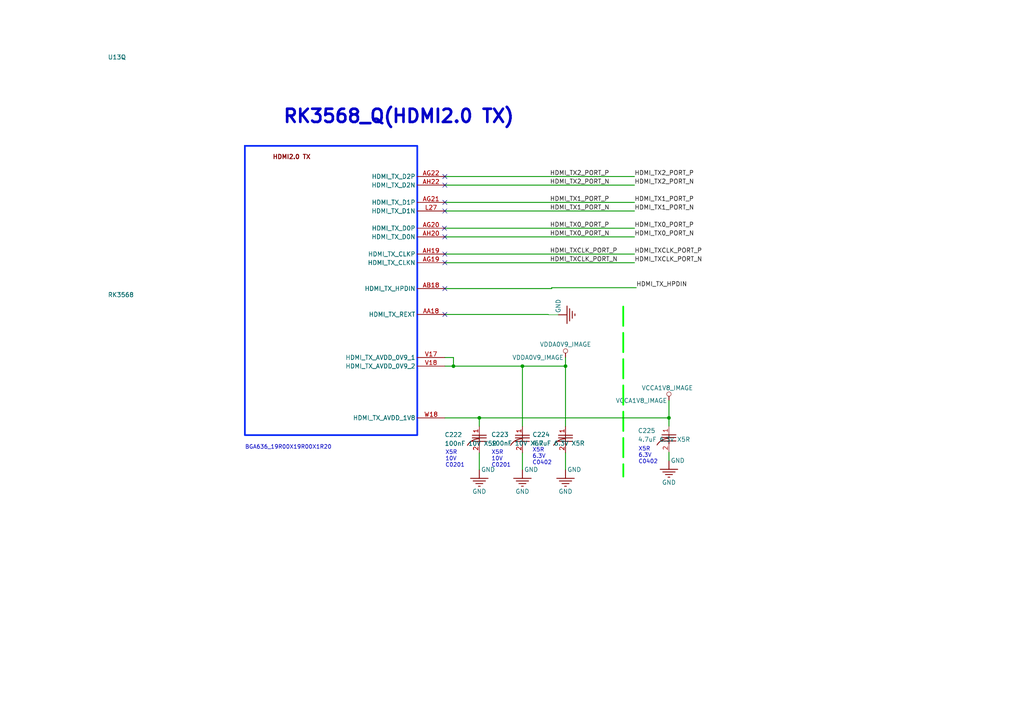
<source format=kicad_sch>
(kicad_sch (version 20230819) (generator eeschema)
  (paper "A4")
  (lib_symbols
    (symbol "cm3568 LPDDR4-altium-import:GND" (power)
      (property "Reference" "#PWR" (at 0 0 0))
      (property "Value" "GND" (at 0 6.35 0))
      (symbol "GND_0_0"
        (pin power_in line (at 0 0 0) (length 0) (name "GND") (number ""))
      )
    )
    (symbol "cm3568 LPDDR4-altium-import:VCCA1V8_IMAGE" (power)
      (property "Reference" "#PWR" (at 0 0 0))
      (property "Value" "VCCA1V8_IMAGE" (at 0 3.81 0))
      (symbol "VCCA1V8_IMAGE_0_0"
        (pin power_in line (at 0 0 0) (length 0) (name "VCCA1V8_IMAGE") (number ""))
      )
    )
    (symbol "cm3568 LPDDR4-altium-import:VDDA0V9_IMAGE" (power)
      (property "Reference" "#PWR" (at 0 0 0))
      (property "Value" "VDDA0V9_IMAGE" (at 0 3.81 0))
      (symbol "VDDA0V9_IMAGE_0_0"
        (pin power_in line (at 0 0 0) (length 0) (name "VDDA0V9_IMAGE") (number ""))
      )
    )
    (symbol "cm3568 LPDDR4-altium-import:root_0_RK3568"
      (property "Reference" "U13" (at -65.254 58.89 0))
      (property "Value" "RK3568" (at -65.254 -10.04 0))
      (symbol "root_0_RK3568_1_0"
        (pin passive line (at 17.92 47.5 180) (length 8) (name "VDD_CPU_1") (number "J15"))
        (pin passive line (at 17.92 45 180) (length 8) (name "VDD_CPU_2") (number "K15"))
        (pin passive line (at 17.92 42.5 180) (length 8) (name "VDD_CPU_3") (number "K16"))
        (pin passive line (at 17.92 40 180) (length 8) (name "VDD_CPU_4") (number "K17"))
        (pin passive line (at 17.92 37.5 180) (length 8) (name "VDD_CPU_5") (number "K18"))
        (pin passive line (at 17.92 10 180) (length 8) (name "VDD_LOGIC_1") (number "L12"))
        (pin passive line (at 17.92 35 180) (length 8) (name "VDD_CPU_6") (number "L15"))
        (pin passive line (at 17.92 32.5 180) (length 8) (name "VDD_CPU_7") (number "L16"))
        (pin passive line (at 17.92 30 180) (length 8) (name "VDD_CPU_8") (number "L17"))
        (pin passive line (at 17.92 27.5 180) (length 8) (name "VDD_CPU_9") (number "L18"))
        (pin passive line (at 17.92 7.5 180) (length 8) (name "VDD_LOGIC_2") (number "M12"))
        (pin passive line (at 17.92 17.5 180) (length 8) (name "VDD_CPU_COM") (number "M15"))
        (pin passive line (at 17.92 25 180) (length 8) (name "VDD_CPU_10") (number "M17"))
        (pin passive line (at 17.92 -37.5 180) (length 8) (name "VDD_NPU_1") (number "M19"))
        (pin passive line (at 17.92 5 180) (length 8) (name "VDD_LOGIC_3") (number "N13"))
        (pin passive line (at 17.92 2.5 180) (length 8) (name "VDD_LOGIC_4") (number "N16"))
        (pin passive line (at 17.92 -40 180) (length 8) (name "VDD_NPU_2") (number "N19"))
        (pin passive line (at 17.92 0 180) (length 8) (name "VDD_LOGIC_5") (number "P13"))
        (pin passive line (at 17.92 -2.5 180) (length 8) (name "VDD_LOGIC_6") (number "P16"))
        (pin passive line (at 17.92 -42.5 180) (length 8) (name "VDD_NPU_3") (number "P18"))
        (pin passive line (at 17.92 -45 180) (length 8) (name "VDD_NPU_4") (number "P19"))
        (pin passive line (at 17.92 -47.5 180) (length 8) (name "VDD_NPU_5") (number "P20"))
        (pin passive line (at 17.92 -5 180) (length 8) (name "VDD_LOGIC_7") (number "R12"))
        (pin passive line (at 17.92 -20 180) (length 8) (name "VDD_GPU_1") (number "R13"))
        (pin passive line (at 17.92 -7.5 180) (length 8) (name "VDD_LOGIC_8") (number "R16"))
        (pin passive line (at 17.92 -10 180) (length 8) (name "VDD_LOGIC_9") (number "T12"))
        (pin passive line (at 17.92 -22.5 180) (length 8) (name "VDD_GPU_2") (number "T13"))
        (pin passive line (at 17.92 -12.5 180) (length 8) (name "VDD_LOGIC_10") (number "T16"))
        (pin passive line (at 17.92 -25 180) (length 8) (name "VDD_GPU_3") (number "U11"))
        (pin passive line (at 17.92 -27.5 180) (length 8) (name "VDD_GPU_4") (number "U12"))
        (pin passive line (at 17.92 -30 180) (length 8) (name "VDD_GPU_5") (number "U13"))
      )
      (symbol "root_0_RK3568_2_0"
        (pin passive line (at 17.92 77.5 180) (length 8) (name "VSS_1") (number "A1"))
        (pin passive line (at 17.92 70 180) (length 8) (name "VSS_4") (number "A10"))
        (pin passive line (at 17.92 67.5 180) (length 8) (name "VSS_5") (number "A14"))
        (pin passive line (at 17.92 65 180) (length 8) (name "VSS_6") (number "A18"))
        (pin passive line (at 17.92 62.5 180) (length 8) (name "VSS_7") (number "A28"))
        (pin passive line (at 17.92 75 180) (length 8) (name "VSS_2") (number "A3"))
        (pin passive line (at 17.92 72.5 180) (length 8) (name "VSS_3") (number "A6"))
        (pin passive line (at 17.92 55 180) (length 8) (name "VSS_10") (number "B12"))
        (pin passive line (at 17.92 52.5 180) (length 8) (name "VSS_11") (number "B16"))
        (pin passive line (at 17.92 50 180) (length 8) (name "VSS_12") (number "B23"))
        (pin passive line (at 17.92 47.5 180) (length 8) (name "VSS_13") (number "B26"))
        (pin passive line (at 17.92 60 180) (length 8) (name "VSS_8") (number "B5"))
        (pin passive line (at 17.92 57.5 180) (length 8) (name "VSS_9") (number "B9"))
        (pin passive line (at 17.92 35 180) (length 8) (name "VSS_18") (number "C11"))
        (pin passive line (at 17.92 32.5 180) (length 8) (name "VSS_19") (number "C12"))
        (pin passive line (at 17.92 30 180) (length 8) (name "VSS_20") (number "C14"))
        (pin passive line (at 17.92 27.5 180) (length 8) (name "VSS_21") (number "C15"))
        (pin passive line (at 17.92 25 180) (length 8) (name "VSS_22") (number "C17"))
        (pin passive line (at 17.92 22.5 180) (length 8) (name "VSS_23") (number "C18"))
        (pin passive line (at 17.92 20 180) (length 8) (name "VSS_24") (number "C25"))
        (pin passive line (at 17.92 45 180) (length 8) (name "VSS_14") (number "C3"))
        (pin passive line (at 17.92 42.5 180) (length 8) (name "VSS_15") (number "C6"))
        (pin passive line (at 17.92 40 180) (length 8) (name "VSS_16") (number "C8"))
        (pin passive line (at 17.92 37.5 180) (length 8) (name "VSS_17") (number "C9"))
        (pin passive line (at 17.92 15 180) (length 8) (name "VSS_26") (number "D11"))
        (pin passive line (at 17.92 17.5 180) (length 8) (name "VSS_25") (number "D2"))
        (pin passive line (at 17.92 10 180) (length 8) (name "VSS_28") (number "D28"))
        (pin passive line (at 17.92 12.5 180) (length 8) (name "VSS_27") (number "D3"))
        (pin passive line (at 17.92 7.5 180) (length 8) (name "VSS_29") (number "E3"))
        (pin passive line (at 17.92 5 180) (length 8) (name "VSS_30") (number "E7"))
        (pin passive line (at 17.92 2.5 180) (length 8) (name "VSS_31") (number "F1"))
        (pin passive line (at 17.92 -5 180) (length 8) (name "VSS_34") (number "F12"))
        (pin passive line (at 17.92 -7.5 180) (length 8) (name "VSS_35") (number "F14"))
        (pin passive line (at 17.92 -10 180) (length 8) (name "VSS_36") (number "F15"))
        (pin passive line (at 17.92 -12.5 180) (length 8) (name "VSS_37") (number "F17"))
        (pin passive line (at 17.92 0 180) (length 8) (name "VSS_32") (number "F3"))
        (pin passive line (at 17.92 -2.5 180) (length 8) (name "VSS_33") (number "F9"))
        (pin passive line (at 17.92 -25 180) (length 8) (name "VSS_42") (number "G11"))
        (pin passive line (at 17.92 -27.5 180) (length 8) (name "VSS_43") (number "G12"))
        (pin passive line (at 17.92 -30 180) (length 8) (name "VSS_44") (number "G14"))
        (pin passive line (at 17.92 -32.5 180) (length 8) (name "VSS_45") (number "G15"))
        (pin passive line (at 17.92 -35 180) (length 8) (name "VSS_46") (number "G17"))
        (pin passive line (at 17.92 -37.5 180) (length 8) (name "VSS_47") (number "G18"))
        (pin passive line (at 17.92 -40 180) (length 8) (name "VSS_48") (number "G24"))
        (pin passive line (at 17.92 -15 180) (length 8) (name "VSS_38") (number "G5"))
        (pin passive line (at 17.92 -17.5 180) (length 8) (name "VSS_39") (number "G6"))
        (pin passive line (at 17.92 -20 180) (length 8) (name "VSS_40") (number "G8"))
        (pin passive line (at 17.92 -22.5 180) (length 8) (name "VSS_41") (number "G9"))
        (pin passive line (at 17.92 -42.5 180) (length 8) (name "VSS_49") (number "H2"))
        (pin passive line (at 17.92 -45 180) (length 8) (name "VSS_50") (number "H3"))
        (pin passive line (at 17.92 -47.5 180) (length 8) (name "VSS_51") (number "H6"))
        (pin passive line (at 17.92 -55 180) (length 8) (name "VSS_54") (number "J17"))
        (pin passive line (at 17.92 -57.5 180) (length 8) (name "VSS_55") (number "J18"))
        (pin passive line (at 17.92 -60 180) (length 8) (name "VSS_56") (number "J20"))
        (pin passive line (at 17.92 -62.5 180) (length 8) (name "VSS_57") (number "J22"))
        (pin passive line (at 17.92 -65 180) (length 8) (name "VSS_58") (number "J26"))
        (pin passive line (at 17.92 -50 180) (length 8) (name "VSS_52") (number "J3"))
        (pin passive line (at 17.92 -52.5 180) (length 8) (name "VSS_53") (number "J5"))
        (pin passive line (at 17.92 -67.5 180) (length 8) (name "VSS_59") (number "K1"))
        (pin passive line (at 17.92 -70 180) (length 8) (name "VSS_60") (number "K11"))
        (pin passive line (at 17.92 -72.5 180) (length 8) (name "VSS_61") (number "K12"))
        (pin passive line (at 17.92 -75 180) (length 8) (name "VSS_62") (number "K13"))
        (pin passive line (at 17.92 -77.5 180) (length 8) (name "VSS_63") (number "K14"))
        (pin passive line (at 17.92 -80 180) (length 8) (name "VSS_64") (number "K19"))
        (pin passive line (at 17.92 -82.5 180) (length 8) (name "VSS_65") (number "L3"))
      )
      (symbol "root_0_RK3568_3_0"
        (pin passive line (at 15.42 72.5 180) (length 8) (name "VSS_68") (number "L11"))
        (pin passive line (at 15.42 70 180) (length 8) (name "VSS_69") (number "L13"))
        (pin passive line (at 15.42 67.5 180) (length 8) (name "VSS_70") (number "L14"))
        (pin passive line (at 15.42 65 180) (length 8) (name "VSS_71") (number "L19"))
        (pin passive line (at 15.42 62.5 180) (length 8) (name "VSS_72") (number "L20"))
        (pin passive line (at 15.42 60 180) (length 8) (name "VSS_73") (number "L21"))
        (pin passive line (at 15.42 77.5 180) (length 8) (name "VSS_66") (number "L5"))
        (pin passive line (at 15.42 75 180) (length 8) (name "VSS_67") (number "L8"))
        (pin passive line (at 15.42 47.5 180) (length 8) (name "VSS_78") (number "M11"))
        (pin passive line (at 15.42 45 180) (length 8) (name "VSS_79") (number "M13"))
        (pin passive line (at 15.42 42.5 180) (length 8) (name "VSS_80") (number "M14"))
        (pin passive line (at 15.42 40 180) (length 8) (name "VSS_81") (number "M16"))
        (pin passive line (at 15.42 37.5 180) (length 8) (name "VSS_82") (number "M18"))
        (pin passive line (at 15.42 57.5 180) (length 8) (name "VSS_74") (number "M2"))
        (pin passive line (at 15.42 55 180) (length 8) (name "VSS_75") (number "M3"))
        (pin passive line (at 15.42 52.5 180) (length 8) (name "VSS_76") (number "M6"))
        (pin passive line (at 15.42 50 180) (length 8) (name "VSS_77") (number "M8"))
        (pin passive line (at 15.42 35 180) (length 8) (name "VSS_83") (number "N1"))
        (pin passive line (at 15.42 32.5 180) (length 8) (name "VSS_84") (number "N12"))
        (pin passive line (at 15.42 30 180) (length 8) (name "VSS_85") (number "N14"))
        (pin passive line (at 15.42 27.5 180) (length 8) (name "VSS_86") (number "N15"))
        (pin passive line (at 15.42 25 180) (length 8) (name "VSS_87") (number "N17"))
        (pin passive line (at 15.42 22.5 180) (length 8) (name "VSS_88") (number "N18"))
        (pin passive line (at 15.42 15 180) (length 8) (name "VSS_91") (number "P12"))
        (pin passive line (at 15.42 12.5 180) (length 8) (name "VSS_92") (number "P14"))
        (pin passive line (at 15.42 10 180) (length 8) (name "VSS_93") (number "P15"))
        (pin passive line (at 15.42 7.5 180) (length 8) (name "VSS_94") (number "P17"))
        (pin passive line (at 15.42 20 180) (length 8) (name "VSS_89") (number "P3"))
        (pin passive line (at 15.42 17.5 180) (length 8) (name "VSS_90") (number "P6"))
        (pin passive line (at 15.42 0 180) (length 8) (name "VSS_97") (number "R10"))
        (pin passive line (at 15.42 -2.5 180) (length 8) (name "VSS_98") (number "R11"))
        (pin passive line (at 15.42 -5 180) (length 8) (name "VSS_99") (number "R14"))
        (pin passive line (at 15.42 -7.5 180) (length 8) (name "VSS_100") (number "R15"))
        (pin passive line (at 15.42 -10 180) (length 8) (name "VSS_101") (number "R17"))
        (pin passive line (at 15.42 -12.5 180) (length 8) (name "VSS_102") (number "R18"))
        (pin passive line (at 15.42 -15 180) (length 8) (name "VSS_103") (number "R19"))
        (pin passive line (at 15.42 5 180) (length 8) (name "VSS_95") (number "R3"))
        (pin passive line (at 15.42 2.5 180) (length 8) (name "VSS_96") (number "R6"))
        (pin passive line (at 15.42 -17.5 180) (length 8) (name "VSS_104") (number "T10"))
        (pin passive line (at 15.42 -20 180) (length 8) (name "VSS_105") (number "T11"))
        (pin passive line (at 15.42 -22.5 180) (length 8) (name "VSS_106") (number "T14"))
        (pin passive line (at 15.42 -25 180) (length 8) (name "VSS_107") (number "T15"))
        (pin passive line (at 15.42 -27.5 180) (length 8) (name "VSS_108") (number "T17"))
        (pin passive line (at 15.42 -30 180) (length 8) (name "VSS_109") (number "T18"))
        (pin passive line (at 15.42 -32.5 180) (length 8) (name "VSS_110") (number "T19"))
        (pin passive line (at 15.42 -35 180) (length 8) (name "VSS_111") (number "U1"))
        (pin passive line (at 15.42 -45 180) (length 8) (name "VSS_115") (number "U10"))
        (pin passive line (at 15.42 -47.5 180) (length 8) (name "VSS_116") (number "U14"))
        (pin passive line (at 15.42 -50 180) (length 8) (name "VSS_117") (number "U15"))
        (pin passive line (at 15.42 -52.5 180) (length 8) (name "VSS_118") (number "U16"))
        (pin passive line (at 15.42 -55 180) (length 8) (name "VSS_119") (number "U17"))
        (pin passive line (at 15.42 -57.5 180) (length 8) (name "VSS_120") (number "U18"))
        (pin passive line (at 15.42 -37.5 180) (length 8) (name "VSS_112") (number "U6"))
        (pin passive line (at 15.42 -40 180) (length 8) (name "VSS_113") (number "U7"))
        (pin passive line (at 15.42 -42.5 180) (length 8) (name "VSS_114") (number "U8"))
        (pin passive line (at 15.42 -67.5 180) (length 8) (name "VSS_124") (number "V13"))
        (pin passive line (at 15.42 -60 180) (length 8) (name "VSS_121") (number "V3"))
        (pin passive line (at 15.42 -62.5 180) (length 8) (name "VSS_122") (number "V8"))
        (pin passive line (at 15.42 -65 180) (length 8) (name "VSS_123") (number "V9"))
        (pin passive line (at 15.42 -70 180) (length 8) (name "VSS_125") (number "W10"))
        (pin passive line (at 15.42 -72.5 180) (length 8) (name "VSS_126") (number "W11"))
        (pin passive line (at 15.42 -75 180) (length 8) (name "VSS_127") (number "W12"))
        (pin passive line (at 15.42 -77.5 180) (length 8) (name "VSS_128") (number "W13"))
        (pin passive line (at 15.42 -80 180) (length 8) (name "VSS_129") (number "Y8"))
        (pin passive line (at 15.42 -82.5 180) (length 8) (name "VSS_130") (number "Y9"))
      )
      (symbol "root_0_RK3568_4_0"
        (pin passive line (at 15 7.5 180) (length 8) (name "VSS_135") (number "AA23"))
        (pin passive line (at 15 12.5 180) (length 8) (name "VSS_133") (number "AA4"))
        (pin passive line (at 15 10 180) (length 8) (name "VSS_134") (number "AA9"))
        (pin passive line (at 15 5 180) (length 8) (name "VSS_136") (number "AB2"))
        (pin passive line (at 15 2.5 180) (length 8) (name "VSS_137") (number "AB6"))
        (pin passive line (at 15 0 180) (length 8) (name "VSS_138") (number "AD3"))
        (pin passive line (at 15 -5 180) (length 8) (name "VSS_140") (number "AE21"))
        (pin passive line (at 15 -2.5 180) (length 8) (name "VSS_139") (number "AE6"))
        (pin passive line (at 15 -10 180) (length 8) (name "VSS_142") (number "AF26"))
        (pin passive line (at 15 -7.5 180) (length 8) (name "VSS_141") (number "AF3"))
        (pin passive line (at 15 -12.5 180) (length 8) (name "VSS_143") (number "AG5"))
        (pin passive line (at 15 -15 180) (length 8) (name "VSS_144") (number "AH1"))
        (pin passive line (at 15 -20 180) (length 8) (name "VSS_146") (number "AH28"))
        (pin passive line (at 15 -17.5 180) (length 8) (name "VSS_145") (number "AH8"))
        (pin passive line (at 15 17.5 180) (length 8) (name "VSS_131") (number "Y11"))
        (pin passive line (at 15 15 180) (length 8) (name "VSS_132") (number "Y12"))
      )
      (symbol "root_0_RK3568_5_0"
        (pin passive line (at 17.5 15 180) (length 8) (name "AVSS_24") (number "AA12"))
        (pin passive line (at 17.5 12.5 180) (length 8) (name "AVSS_25") (number "AA14"))
        (pin passive line (at 17.5 10 180) (length 8) (name "AVSS_26") (number "AA15"))
        (pin passive line (at 17.5 7.5 180) (length 8) (name "AVSS_27") (number "AA17"))
        (pin passive line (at 17.5 5 180) (length 8) (name "AVSS_28") (number "AA24"))
        (pin passive line (at 17.5 2.5 180) (length 8) (name "AVSS_29") (number "AA26"))
        (pin passive line (at 17.5 0 180) (length 8) (name "AVSS_30") (number "AB11"))
        (pin passive line (at 17.5 -2.5 180) (length 8) (name "AVSS_31") (number "AB12"))
        (pin passive line (at 17.5 -5 180) (length 8) (name "AVSS_32") (number "AB14"))
        (pin passive line (at 17.5 -7.5 180) (length 8) (name "AVSS_33") (number "AB15"))
        (pin passive line (at 17.5 -10 180) (length 8) (name "AVSS_34") (number "AB17"))
        (pin passive line (at 17.5 -15 180) (length 8) (name "AVSS_36") (number "AC11"))
        (pin passive line (at 17.5 -17.5 180) (length 8) (name "AVSS_37") (number "AC12"))
        (pin passive line (at 17.5 -20 180) (length 8) (name "AVSS_38") (number "AC15"))
        (pin passive line (at 17.5 -22.5 180) (length 8) (name "AVSS_39") (number "AC18"))
        (pin passive line (at 17.5 -25 180) (length 8) (name "AVSS_40") (number "AC25"))
        (pin passive line (at 17.5 -27.5 180) (length 8) (name "AVSS_41") (number "AC26"))
        (pin passive line (at 17.5 -12.5 180) (length 8) (name "AVSS_35") (number "AC9"))
        (pin passive line (at 17.5 -30 180) (length 8) (name "AVSS_42") (number "AD26"))
        (pin passive line (at 17.5 -32.5 180) (length 8) (name "AVSS_43") (number "AE14"))
        (pin passive line (at 17.5 -35 180) (length 8) (name "AVSS_44") (number "AE17"))
        (pin passive line (at 17.5 -37.5 180) (length 8) (name "AVSS_45") (number "AE20"))
        (pin passive line (at 17.5 -40 180) (length 8) (name "AVSS_46") (number "AE27"))
        (pin passive line (at 17.5 -42.5 180) (length 8) (name "AVSS_47") (number "AE28"))
        (pin passive line (at 17.5 -47.5 180) (length 8) (name "AVSS_49") (number "AF11"))
        (pin passive line (at 17.5 -50 180) (length 8) (name "AVSS_50") (number "AF12"))
        (pin passive line (at 17.5 -52.5 180) (length 8) (name "AVSS_51") (number "AF14"))
        (pin passive line (at 17.5 -55 180) (length 8) (name "AVSS_52") (number "AF15"))
        (pin passive line (at 17.5 -57.5 180) (length 8) (name "AVSS_53") (number "AF17"))
        (pin passive line (at 17.5 -60 180) (length 8) (name "AVSS_54") (number "AF18"))
        (pin passive line (at 17.5 -62.5 180) (length 8) (name "AVSS_55") (number "AF20"))
        (pin passive line (at 17.5 -65 180) (length 8) (name "AVSS_56") (number "AF21"))
        (pin passive line (at 17.5 -45 180) (length 8) (name "AVSS_48") (number "AF9"))
        (pin passive line (at 17.5 -67.5 180) (length 8) (name "AVSS_57") (number "AG18"))
        (pin passive line (at 17.5 -70 180) (length 8) (name "AVSS_58") (number "AH18"))
        (pin passive line (at 17.5 -72.5 180) (length 8) (name "AVSS_59") (number "AH23"))
        (pin passive line (at 17.5 72.5 180) (length 8) (name "AVSS_1") (number "J27"))
        (pin passive line (at 17.5 70 180) (length 8) (name "AVSS_2") (number "L24"))
        (pin passive line (at 17.5 67.5 180) (length 8) (name "AVSS_3") (number "L26"))
        (pin passive line (at 17.5 65 180) (length 8) (name "AVSS_4") (number "M21"))
        (pin passive line (at 17.5 62.5 180) (length 8) (name "AVSS_5") (number "M26"))
        (pin passive line (at 17.5 60 180) (length 8) (name "AVSS_6") (number "N28"))
        (pin passive line (at 17.5 57.5 180) (length 8) (name "AVSS_7") (number "P21"))
        (pin passive line (at 17.5 55 180) (length 8) (name "AVSS_8") (number "P26"))
        (pin passive line (at 17.5 52.5 180) (length 8) (name "AVSS_9") (number "R23"))
        (pin passive line (at 17.5 50 180) (length 8) (name "AVSS_10") (number "R26"))
        (pin passive line (at 17.5 47.5 180) (length 8) (name "AVSS_11") (number "U23"))
        (pin passive line (at 17.5 45 180) (length 8) (name "AVSS_12") (number "U26"))
        (pin passive line (at 17.5 42.5 180) (length 8) (name "AVSS_13") (number "V14"))
        (pin passive line (at 17.5 40 180) (length 8) (name "AVSS_14") (number "V15"))
        (pin passive line (at 17.5 37.5 180) (length 8) (name "AVSS_15") (number "V16"))
        (pin passive line (at 17.5 35 180) (length 8) (name "AVSS_16") (number "V22"))
        (pin passive line (at 17.5 32.5 180) (length 8) (name "AVSS_17") (number "V23"))
        (pin passive line (at 17.5 30 180) (length 8) (name "AVSS_18") (number "V26"))
        (pin passive line (at 17.5 27.5 180) (length 8) (name "AVSS_19") (number "W17"))
        (pin passive line (at 17.5 25 180) (length 8) (name "AVSS_20") (number "Y18"))
        (pin passive line (at 17.5 22.5 180) (length 8) (name "AVSS_21") (number "Y23"))
        (pin passive line (at 17.5 20 180) (length 8) (name "AVSS_22") (number "Y24"))
        (pin passive line (at 17.5 17.5 180) (length 8) (name "AVSS_23") (number "Y26"))
      )
      (symbol "root_0_RK3568_6_0"
        (text "/  DDR4_DML_A               /  LPDDR4_DM0_A             /  DDR3_DM0            /  LPDDR3_DM1" (at 7.366 -13.716 0) (effects (font (size 1.143 1.143)) (justify left bottom)))
        (text "/  DDR4_DML_B               /  LPDDR4_DM1_B             /  DDR3_DM3            /  LPDDR3_DM2" (at 7.366 -126.238 0) (effects (font (size 1.143 1.143)) (justify left bottom)))
        (text "/  DDR4_DMU_A               /  LPDDR4_DM1_A             /  DDR3_DM1            /  LPDDR3_DM3" (at 7.366 -51.054 0) (effects (font (size 1.143 1.143)) (justify left bottom)))
        (text "/  DDR4_DMU_B              /  LPDDR4_DM0_B             /  DDR3_DM2            /  LPDDR3_DM0" (at 7.366 -88.392 0) (effects (font (size 1.143 1.143)) (justify left bottom)))
        (text "/  DDR4_DQL0_A              /  LPDDR4_DQ0_A              /  DDR3_DQ0            /  LPDDR3_DQ15" (at 7.366 9.144 0) (effects (font (size 1.143 1.143)) (justify left bottom)))
        (text "/  DDR4_DQL0_B              /  LPDDR4_DQ8_B              /  DDR3_DQ24          /  LPDDR3_DQ18" (at 7.366 -103.632 0) (effects (font (size 1.143 1.143)) (justify left bottom)))
        (text "/  DDR4_DQL1_A              /  LPDDR4_DQ7_A              /  DDR3_DQ7            /  LPDDR3_DQ11" (at 7.366 -8.89 0) (effects (font (size 1.143 1.143)) (justify left bottom)))
        (text "/  DDR4_DQL1_B              /  LPDDR4_DQ14_B            /  DDR3_DQ30          /  LPDDR3_DQ20" (at 7.366 -118.836 0) (effects (font (size 1.143 1.143)) (justify left bottom)))
        (text "/  DDR4_DQL2_A              /  LPDDR4_DQ1_A              /  DDR3_DQ1            /  LPDDR3_DQ14" (at 7.366 6.568 0) (effects (font (size 1.143 1.143)) (justify left bottom)))
        (text "/  DDR4_DQL2_B              /  LPDDR4_DQ8_B              /  DDR3_DQ25          /  LPDDR3_DQ19" (at 7.366 -106.172 0) (effects (font (size 1.143 1.143)) (justify left bottom)))
        (text "/  DDR4_DQL3_A              /  LPDDR4_DQ6_A              /  DDR3_DQ6            /  LPDDR3_DQ8" (at 7.366 -6.314 0) (effects (font (size 1.143 1.143)) (justify left bottom)))
        (text "/  DDR4_DQL3_B              /  LPDDR4_DQ15_B            /  DDR3_DQ31          /  LPDDR3_DQ21" (at 7.366 -121.412 0) (effects (font (size 1.143 1.143)) (justify left bottom)))
        (text "/  DDR4_DQL4_A              /  LPDDR4_DQ2_A              /  DDR3_DQ2            /  LPDDR3_DQ10" (at 7.366 3.991 0) (effects (font (size 1.143 1.143)) (justify left bottom)))
        (text "/  DDR4_DQL4_B              /  LPDDR4_DQ10_B            /  DDR3_DQ26          /  LPDDR3_DQ22" (at 7.366 -108.712 0) (effects (font (size 1.143 1.143)) (justify left bottom)))
        (text "/  DDR4_DQL5_A              /  LPDDR4_DQ5_A              /  DDR3_DQ5            /  LPDDR3_DQ12" (at 7.366 -3.737 0) (effects (font (size 1.143 1.143)) (justify left bottom)))
        (text "/  DDR4_DQL5_B              /  LPDDR4_DQ13_B            /  DDR3_DQ29          /  LPDDR3_DQ17" (at 7.366 -116.259 0) (effects (font (size 1.143 1.143)) (justify left bottom)))
        (text "/  DDR4_DQL6_A              /  LPDDR4_DQ3_A              /  DDR3_DQ3            /  LPDDR3_DQ9" (at 7.366 1.415 0) (effects (font (size 1.143 1.143)) (justify left bottom)))
        (text "/  DDR4_DQL6_B              /  LPDDR4_DQ11_B            /  DDR3_DQ27          /  LPDDR3_DQ23" (at 7.366 -111.107 0) (effects (font (size 1.143 1.143)) (justify left bottom)))
        (text "/  DDR4_DQL7_A              /  LPDDR4_DQ4_A              /  DDR3_DQ4            /  LPDDR3_DQ13" (at 7.366 -1.161 0) (effects (font (size 1.143 1.143)) (justify left bottom)))
        (text "/  DDR4_DQL7_B              /  LPDDR4_DQ12_B            /  DDR3_DQ28          /  LPDDR3_DQ16" (at 7.366 -113.683 0) (effects (font (size 1.143 1.143)) (justify left bottom)))
        (text "/  DDR4_DQSL_N_A       /  LPDDR4_DQS0N_A         /  DDR3_DQS0N        /  LPDDR3_DQS1N" (at 7.366 -21.082 0) (effects (font (size 1.143 1.143)) (justify left bottom)))
        (text "/  DDR4_DQSL_N_B         /  LPDDR4_DQS1N_B         /  DDR3_DQS3N        /  LPDDR3_DQS2N" (at 7.366 -133.604 0) (effects (font (size 1.143 1.143)) (justify left bottom)))
        (text "/  DDR4_DQSL_P_A        /  LPDDR4_DQS0P_A          /  DDR3_DQS0P        /  LPDDR3_DQS1P" (at 7.366 -18.506 0) (effects (font (size 1.143 1.143)) (justify left bottom)))
        (text "/  DDR4_DQSL_P_B          /  LPDDR4_DQS1P_B          /  DDR3_DQS3P        /  LPDDR3_DQS2P" (at 7.366 -131.028 0) (effects (font (size 1.143 1.143)) (justify left bottom)))
        (text "/  DDR4_DQSU_N_A       /  LPDDR4_DQS1N_A        /  DDR3_DQS1N        /  LPDDR3_DQS3N" (at 7.366 -58.42 0) (effects (font (size 1.143 1.143)) (justify left bottom)))
        (text "/  DDR4_DQSU_N_B        /  LPDDR4_DQS0N_B         /  DDR3_DQS2N        /  LPDDR3_DQS0N" (at 7.366 -95.758 0) (effects (font (size 1.143 1.143)) (justify left bottom)))
        (text "/  DDR4_DQSU_P_A        /  LPDDR4_DQS1P_A         /  DDR3_DQS1P        /  LPDDR3_DQS3P" (at 7.366 -55.844 0) (effects (font (size 1.143 1.143)) (justify left bottom)))
        (text "/  DDR4_DQSU_P_B        /  LPDDR4_DQS0P_B         /  DDR3_DQS2P        /  LPDDR3_DQS0P" (at 7.366 -93.182 0) (effects (font (size 1.143 1.143)) (justify left bottom)))
        (text "/  DDR4_DQU0_A             /  LPDDR4_DQ15_A            /  DDR3_DQ15          /  LPDDR3_DQ27" (at 7.366 -46.228 0) (effects (font (size 1.143 1.143)) (justify left bottom)))
        (text "/  DDR4_DQU0_B             /  LPDDR4_DQ4_B              /  DDR3_DQ20          /  LPDDR3_DQ2" (at 7.366 -75.837 0) (effects (font (size 1.143 1.143)) (justify left bottom)))
        (text "/  DDR4_DQU1_A             /  LPDDR4_DQ9_A              /  DDR3_DQ9            /  LPDDR3_DQ24" (at 7.366 -30.77 0) (effects (font (size 1.143 1.143)) (justify left bottom)))
        (text "/  DDR4_DQU1_B             /  LPDDR4_DQ3_B              /  DDR3_DQ19          /  LPDDR3_DQ4" (at 7.366 -73.261 0) (effects (font (size 1.143 1.143)) (justify left bottom)))
        (text "/  DDR4_DQU2_A             /  LPDDR4_DQ12_A            /  DDR3_DQ12          /  LPDDR3_DQ26" (at 7.366 -38.499 0) (effects (font (size 1.143 1.143)) (justify left bottom)))
        (text "/  DDR4_DQU2_B             /  LPDDR4_DQ7_B              /  DDR3_DQ23          /  LPDDR3_DQ0" (at 7.366 -83.566 0) (effects (font (size 1.143 1.143)) (justify left bottom)))
        (text "/  DDR4_DQU3_A             /  LPDDR4_DQ8_A              /  DDR3_DQ8            /  LPDDR3_DQ25" (at 7.366 -28.448 0) (effects (font (size 1.143 1.143)) (justify left bottom)))
        (text "/  DDR4_DQU3_B             /  LPDDR4_DQ2_B              /  DDR3_DQ18          /  LPDDR3_DQ6" (at 7.366 -70.685 0) (effects (font (size 1.143 1.143)) (justify left bottom)))
        (text "/  DDR4_DQU4_A             /  LPDDR4_DQ13_A            /  DDR3_DQ13          /  LPDDR3_DQ31" (at 7.366 -41.075 0) (effects (font (size 1.143 1.143)) (justify left bottom)))
        (text "/  DDR4_DQU4_B             /  LPDDR4_DQ6_B              /  DDR3_DQ22          /  LPDDR3_DQ7" (at 7.366 -80.99 0) (effects (font (size 1.143 1.143)) (justify left bottom)))
        (text "/  DDR4_DQU5_A             /  LPDDR4_DQ11_A            /  DDR3_DQ11          /  LPDDR3_DQ29" (at 7.366 -35.923 0) (effects (font (size 1.143 1.143)) (justify left bottom)))
        (text "/  DDR4_DQU5_B             /  LPDDR4_DQ1_B              /  DDR3_DQ17          /  LPDDR3_DQ5" (at 7.366 -68.108 0) (effects (font (size 1.143 1.143)) (justify left bottom)))
        (text "/  DDR4_DQU6_A             /  LPDDR4_DQ14_A            /  DDR3_DQ14          /  LPDDR3_DQ30" (at 7.366 -43.652 0) (effects (font (size 1.143 1.143)) (justify left bottom)))
        (text "/  DDR4_DQU6_B             /  LPDDR4_DQ5_B              /  DDR3_DQ21          /  LPDDR3_DQ3" (at 7.366 -78.413 0) (effects (font (size 1.143 1.143)) (justify left bottom)))
        (text "/  DDR4_DQU7_A             /  LPDDR4_DQ10_A            /  DDR3_DQ10          /  LPDDR3_DQ28" (at 7.366 -33.347 0) (effects (font (size 1.143 1.143)) (justify left bottom)))
        (text "/  DDR4_DQU7_B             /  LPDDR4_DQ0_B              /  DDR3_DQ16          /  LPDDR3_DQ1" (at 7.366 -65.786 0) (effects (font (size 1.143 1.143)) (justify left bottom)))
        (text "/  DDR4_ECC_DM            /  --                                         /  DDR3_ECC_DM" (at 7.366 -163.322 0) (effects (font (size 1.143 1.143)) (justify left bottom)))
        (text "/  DDR4_ECC_DQ0           /  --                                         /  DDR3_ECC_DQ1" (at 7.366 -143.256 0) (effects (font (size 1.143 1.143)) (justify left bottom)))
        (text "/  DDR4_ECC_DQ1           /  --                                         /  DDR3_ECC_DQ3" (at 7.366 -148.191 0) (effects (font (size 1.143 1.143)) (justify left bottom)))
        (text "/  DDR4_ECC_DQ2           /  --                                         /  DDR3_ECC_DQ2" (at 7.366 -145.796 0) (effects (font (size 1.143 1.143)) (justify left bottom)))
        (text "/  DDR4_ECC_DQ3           /  --                                         /  DDR3_ECC_DQ6" (at 7.366 -155.92 0) (effects (font (size 1.143 1.143)) (justify left bottom)))
        (text "/  DDR4_ECC_DQ4           /  --                                         /  DDR3_ECC_DQ5" (at 7.366 -153.343 0) (effects (font (size 1.143 1.143)) (justify left bottom)))
        (text "/  DDR4_ECC_DQ5           /  --                                         /  DDR3_ECC_DQ7" (at 7.366 -158.496 0) (effects (font (size 1.143 1.143)) (justify left bottom)))
        (text "/  DDR4_ECC_DQ6           /  --                                         /  DDR3_ECC_DQ4" (at 7.366 -150.767 0) (effects (font (size 1.143 1.143)) (justify left bottom)))
        (text "/  DDR4_ECC_DQ7           /  --                                         /  DDR3_ECC_DQ0" (at 7.366 -140.716 0) (effects (font (size 1.143 1.143)) (justify left bottom)))
        (text "/  DDR4_ECC_DQS_N     /  --                                         /  DDR3_ECC_DQS_N" (at 7.366 -170.688 0) (effects (font (size 1.143 1.143)) (justify left bottom)))
        (text "/  DDR4_ECC_DQS_P      /  --                                         /  DDR3_ECC_DQS_P" (at 7.366 -168.112 0) (effects (font (size 1.143 1.143)) (justify left bottom)))
        (text "=0.6V" (at 170 -162.5 0) (effects (font (size 1.27 1.27) bold) (justify left bottom)))
        (text "=1.1V" (at 170 -160 0) (effects (font (size 1.27 1.27)) (justify left bottom)))
        (text "=1.1V" (at 170 -135 0) (effects (font (size 1.27 1.27)) (justify left bottom)))
        (text "=1.1V" (at 170 -132.5 0) (effects (font (size 1.27 1.27)) (justify left bottom)))
        (text "=1.2V" (at 170 -157.5 0) (effects (font (size 1.27 1.27)) (justify left bottom)))
        (text "=1.2V" (at 170 -155 0) (effects (font (size 1.27 1.27)) (justify left bottom)))
        (text "=1.2V" (at 170 -130 0) (effects (font (size 1.27 1.27)) (justify left bottom)))
        (text "=1.2V" (at 170 -127.5 0) (effects (font (size 1.27 1.27)) (justify left bottom)))
        (text "=1.35V" (at 170 -150 0) (effects (font (size 1.27 1.27)) (justify left bottom)))
        (text "=1.35V" (at 170 -122.5 0) (effects (font (size 1.27 1.27)) (justify left bottom)))
        (text "=1.5V" (at 170 -152.5 0) (effects (font (size 1.27 1.27)) (justify left bottom)))
        (text "=1.5V" (at 170 -125 0) (effects (font (size 1.27 1.27)) (justify left bottom)))
        (text "DDR3" (at 55.88 14.224 0) (effects (font (size 1.27 1.27) bold) (justify left bottom)))
        (text "DDR3" (at 152.908 14.224 0) (effects (font (size 1.27 1.27) bold) (justify left bottom)))
        (text "DDR3" (at 157.5 -152.5 0) (effects (font (size 1.27 1.27)) (justify left bottom)))
        (text "DDR3" (at 157.5 -125 0) (effects (font (size 1.27 1.27)) (justify left bottom)))
        (text "DDR3L" (at 157.5 -150 0) (effects (font (size 1.27 1.27)) (justify left bottom)))
        (text "DDR3L" (at 157.5 -122.5 0) (effects (font (size 1.27 1.27)) (justify left bottom)))
        (text "DDR4" (at 8.89 14.224 0) (effects (font (size 1.27 1.27) bold) (justify left bottom)))
        (text "DDR4" (at 99.568 14.224 0) (effects (font (size 1.27 1.27) bold) (justify left bottom)))
        (text "DDR4" (at 157.5 -155 0) (effects (font (size 1.27 1.27)) (justify left bottom)))
        (text "DDR4" (at 157.5 -127.5 0) (effects (font (size 1.27 1.27)) (justify left bottom)))
        (text "DDR4_14_WEn                     /  LPDDR4_A4_A                       /  DDR3_A15                 /  LPDDR3_A5                    /" (at 99.314 -33.69 0) (effects (font (size 1.143 1.143)) (justify left bottom)))
        (text "DDR4_A0                              /  LPDDR4_CLKP_B                /  DDR3_A9                    /  ---                                      /" (at 99.314 8.89 0) (effects (font (size 1.143 1.143) bold) (justify left bottom)))
        (text "DDR4_A1                              /  ---                                              /  DDR3_A2                    /  ---                                      /" (at 99.314 6.35 0) (effects (font (size 1.143 1.143)) (justify left bottom)))
        (text "DDR4_A10                            /  LPDDR4_CKE0_B                  /  DDR3_A10                  /  ---                                      /" (at 99.314 -21.19 0) (effects (font (size 1.143 1.143)) (justify left bottom)))
        (text "DDR4_A11                            /  LPDDR4_A0_A                       /  DDR3_A7                    /  LPDDR3_A8                    /" (at 99.314 -23.73 0) (effects (font (size 1.143 1.143)) (justify left bottom)))
        (text "DDR4_A12                            /  LPDDR4_A3_A                       /  DDR3_BA2                 /  ---                                      /" (at 99.314 -28.61 0) (effects (font (size 1.143 1.143)) (justify left bottom)))
        (text "DDR4_A13                            /  LPDDR4_A0_A                       /  DDR3_A14                  /  LPDDR3_A0                   /" (at 99.314 -31.15 0) (effects (font (size 1.143 1.143)) (justify left bottom)))
        (text "DDR4_A15_CASn                /  LPDDR4_A2_A                       /  DDR3_A0                   /  ---                                      /" (at 99.314 -36.23 0) (effects (font (size 1.143 1.143)) (justify left bottom)))
        (text "DDR4_A16_RASn                /  LPDDR4_A5_A                       /  DDR3_RASn               /  LPDDR3_A7                    /" (at 99.314 -41.11 0) (effects (font (size 1.143 1.143)) (justify left bottom)))
        (text "DDR4_A2                              /  LPDDR4_A1_A                       /  DDR3_A4                    /  LPDDR3_A6                    /" (at 99.314 3.81 0) (effects (font (size 1.143 1.143)) (justify left bottom)))
        (text "DDR4_A3                              /  LPDDR4_CKE1_A                  /  DDR3_A3                    /  ---                                      /" (at 99.314 1.27 0) (effects (font (size 1.143 1.143)) (justify left bottom)))
        (text "DDR4_A4                              /  LPDDR4_A3_B                       /  DDR3_BA1                 /  LPDDR3_A3                    /" (at 99.314 -3.61 0) (effects (font (size 1.143 1.143)) (justify left bottom)))
        (text "DDR4_A5                              /  LPDDR4_A5_B                       /  DDR3_A11                  /  LPDDR3_A2                    /" (at 99.314 -6.15 0) (effects (font (size 1.143 1.143)) (justify left bottom)))
        (text "DDR4_A6                              /  LPDDR4_A1_B                       /  DDR3_A13                  /  LPDDR3_A1                    /" (at 99.314 -8.69 0) (effects (font (size 1.143 1.143)) (justify left bottom)))
        (text "DDR4_A7                              /  LPDDR4_ODT0_CA_B          /  DDR3_A8                    /  ---                                      /" (at 99.314 -11.23 0) (effects (font (size 1.143 1.143)) (justify left bottom)))
        (text "DDR4_A8                              /  LPDDR4_ODT0_CA_A           /  DDR3_A6                    /  LPDDR3_A9                   /" (at 99.314 -16.11 0) (effects (font (size 1.143 1.143)) (justify left bottom)))
        (text "DDR4_A9                              /  LPDDR4_CLKN_B                /  DDR3_A5                    /  ---                                     /" (at 99.314 -18.65 0) (effects (font (size 1.143 1.143) bold) (justify left bottom)))
        (text "DDR4_ACTn                         /  LPDDR4_CKE1_B                  /  DDR3_CASn               /  ---                                      /" (at 99.314 -43.65 0) (effects (font (size 1.143 1.143)) (justify left bottom)))
        (text "DDR4_BA0                           /  LPDDR4_A2_B                       /  DDR3_A1                    /  ---                                      /" (at 99.314 -46.19 0) (effects (font (size 1.143 1.143)) (justify left bottom)))
        (text "DDR4_BA1                           /  LPDDR4_A4_B                       /  DDR3_A12                  /  LPDDR3_A4                    /" (at 99.314 -48.73 0) (effects (font (size 1.143 1.143)) (justify left bottom)))
        (text "DDR4_BG0                           /  LPDDR4_ODT1_CA_B          /  DDR3_WEn                 /  ---                                      /" (at 99.314 -53.61 0) (effects (font (size 1.143 1.143)) (justify left bottom)))
        (text "DDR4_BG1                           /  LPDDR4_ODT1_CA_A          /  DDR3_BA0                  /  ---                                      /" (at 99.314 -56.15 0) (effects (font (size 1.143 1.143)) (justify left bottom)))
        (text "DDR4_CKE                           /  LPDDR4_CKE0_A                 /  DDR3_CKE                 /  LPDDR3_CKE                 /" (at 99.314 -58.65 0) (effects (font (size 1.143 1.143)) (justify left bottom)))
        (text "DDR4_CLKN                      /  LPDDR4_CLKN_A                 /  DDR3_CLKN            /  LPDDR3_CLKN             /" (at 99.314 -66.19 0) (effects (font (size 1.143 1.143) bold) (justify left bottom)))
        (text "DDR4_CLKP                       /  LPDDR4_CLKP_A                 /  DDR3_CLKP             /  LPDDR3_CLKP             /" (at 99.314 -63.65 0) (effects (font (size 1.143 1.143) bold) (justify left bottom)))
        (text "DDR4_CS0n                         /  LPDDR4_CS0n_A                     /  DDR3_ODT1             /  LPDDR3_ODT0              /" (at 99.314 -71.11 0) (effects (font (size 1.143 1.143)) (justify left bottom)))
        (text "DDR4_CS1n                         /  LPDDR4_CS1n_A                     /  DDR3_CASn             /  LPDDR3_ODT1              /" (at 99.314 -73.65 0) (effects (font (size 1.143 1.143)) (justify left bottom)))
        (text "DDR4_ODT0                       /  LPDDR4_CS1n_B                     /  DDR3_ODT0             /  LPDDR3_CS1n               /" (at 99.314 -76.19 0) (effects (font (size 1.143 1.143)) (justify left bottom)))
        (text "DDR4_ODT1                       /  LPDDR4_CS0n_B                     /  DDR3_CS0n              /  LPDDR3_CS0n               /" (at 99.314 -78.69 0) (effects (font (size 1.143 1.143)) (justify left bottom)))
        (text "DDR4_RESETn                   /  LPDDR4_RESETn                    /  DDR3_RESETn         /  ---                                     /" (at 99.314 -83.73 0) (effects (font (size 1.143 1.143)) (justify left bottom)))
        (text "LPDDR3" (at 74.422 14.224 0) (effects (font (size 1.27 1.27) bold) (justify left bottom)))
        (text "LPDDR3" (at 157.5 -157.5 0) (effects (font (size 1.27 1.27)) (justify left bottom)))
        (text "LPDDR3" (at 157.5 -130 0) (effects (font (size 1.27 1.27)) (justify left bottom)))
        (text "LPDDR3" (at 173.736 14.224 0) (effects (font (size 1.27 1.27) bold) (justify left bottom)))
        (text "LPDDR4" (at 31.75 14.224 0) (effects (font (size 1.27 1.27) bold) (justify left bottom)))
        (text "LPDDR4" (at 125.476 14.224 0) (effects (font (size 1.27 1.27) bold) (justify left bottom)))
        (text "LPDDR4" (at 157.5 -160 0) (effects (font (size 1.27 1.27)) (justify left bottom)))
        (text "LPDDR4" (at 157.5 -132.5 0) (effects (font (size 1.27 1.27)) (justify left bottom)))
        (text "LPDDR4x" (at 157.5 -162.5 0) (effects (font (size 1.27 1.27)) (justify left bottom)))
        (text "LPDDR4x" (at 157.5 -135 0) (effects (font (size 1.27 1.27)) (justify left bottom)))
        (pin passive line (at -15.92 -92.5 0) (length 6) (name "DDR_DQS0P_B") (number "A11"))
        (pin passive line (at -15.92 -75 0) (length 6) (name "DDR_DQ4_B") (number "A12"))
        (pin passive line (at -15.92 -115 0) (length 6) (name "DDR_DQ13_B") (number "A13"))
        (pin passive line (at -15.92 -132.5 0) (length 6) (name "DDR_DQS1N_B") (number "A15"))
        (pin passive line (at -15.92 -102.5 0) (length 6) (name "DDR_DQ8_B") (number "A16"))
        (pin passive line (at -15.92 -107.5 0) (length 6) (name "DDR_DQ10_B") (number "A17"))
        (pin passive line (at 210.92 -70 180) (length 6) (name "AC25") (number "A2"))
        (pin passive line (at 210.92 -65 180) (length 6) (name "AC24") (number "A4"))
        (pin passive line (at 210.92 -17.5 180) (length 6) (name "AC9") (number "A5"))
        (pin passive line (at 210.92 -7.5 180) (length 6) (name "AC6") (number "A7"))
        (pin passive line (at 210.92 -10 180) (length 6) (name "AC7") (number "A8"))
        (pin passive line (at -15.92 -67.5 0) (length 6) (name "DDR_DQ1_B") (number "A9"))
        (pin passive line (at 210.92 5 180) (length 6) (name "AC2") (number "B1"))
        (pin passive line (at -15.92 -65 0) (length 6) (name "DDR_DQ0_B") (number "B10"))
        (pin passive line (at -15.92 -95 0) (length 6) (name "DDR_DQS0N_B") (number "B11"))
        (pin passive line (at -15.92 -112.5 0) (length 6) (name "DDR_DQ12_B") (number "B13"))
        (pin passive line (at -15.92 -120 0) (length 6) (name "DDR_DQ15_B") (number "B14"))
        (pin passive line (at -15.92 -130 0) (length 6) (name "DDR_DQS1P_B") (number "B15"))
        (pin passive line (at -15.92 -105 0) (length 6) (name "DDR_DQ9_B") (number "B17"))
        (pin passive line (at -15.92 -110 0) (length 6) (name "DDR_DQ11_B") (number "B18"))
        (pin passive line (at 210.92 -72.5 180) (length 6) (name "AC26") (number "B2"))
        (pin passive line (at 210.92 -57.5 180) (length 6) (name "AC20") (number "B3"))
        (pin passive line (at 210.92 -62.5 180) (length 6) (name "AC23") (number "B4"))
        (pin passive line (at 210.92 10 180) (length 6) (name "AC0") (number "B6"))
        (pin passive line (at 210.92 -5 180) (length 6) (name "AC5") (number "B7"))
        (pin passive line (at 210.92 -30 180) (length 6) (name "AC13") (number "B8"))
        (pin passive line (at 210.92 -15 180) (length 6) (name "AC8") (number "C1"))
        (pin passive line (at 210.92 -22.5 180) (length 6) (name "AC11") (number "C2"))
        (pin passive line (at 210.92 -27.5 180) (length 6) (name "AC12") (number "C4"))
        (pin passive line (at 210.92 -32.5 180) (length 6) (name "AC14") (number "C5"))
        (pin passive line (at -15.92 2.5 0) (length 6) (name "DDR_DQ3_A") (number "D1"))
        (pin passive line (at -15.92 -70 0) (length 6) (name "DDR_DQ2_B") (number "D12"))
        (pin passive line (at -15.92 -87.5 0) (length 6) (name "DDR_DM0_B") (number "D14"))
        (pin passive line (at -15.92 -77.5 0) (length 6) (name "DDR_DQ5_B") (number "D15"))
        (pin passive line (at -15.92 -117.5 0) (length 6) (name "DDR_DQ14_B") (number "D17"))
        (pin passive line (at 210.92 -40 180) (length 6) (name "AC16") (number "D5"))
        (pin passive line (at 210.92 -20 180) (length 6) (name "AC10") (number "D6"))
        (pin passive line (at 210.92 -77.5 180) (length 6) (name "AC28") (number "D8"))
        (pin passive line (at 210.92 -2.5 180) (length 6) (name "AC4") (number "D9"))
        (pin passive line (at -15.92 7.5 0) (length 6) (name "DDR_DQ1_A") (number "E1"))
        (pin passive line (at 210.92 -45 180) (length 6) (name "AC18") (number "E11"))
        (pin passive line (at -15.92 -72.5 0) (length 6) (name "DDR_DQ3_B") (number "E12"))
        (pin passive line (at -15.92 -82.5 0) (length 6) (name "DDR_DQ7_B") (number "E14"))
        (pin passive line (at -15.92 -80 0) (length 6) (name "DDR_DQ6_B") (number "E15"))
        (pin passive line (at -15.92 -125 0) (length 6) (name "DDR_DM1_B") (number "E17"))
        (pin passive line (at -15.92 5 0) (length 6) (name "DDR_DQ2_A") (number "E2"))
        (pin passive line (at 210.92 -35 180) (length 6) (name "AC15") (number "E4"))
        (pin passive line (at 210.92 -42.5 180) (length 6) (name "AC17") (number "E6"))
        (pin passive line (at 210.92 -75 180) (length 6) (name "AC27") (number "E8"))
        (pin passive line (at 210.92 -47.5 180) (length 6) (name "AC19") (number "E9"))
        (pin passive line (at 210.92 -82.5 180) (length 6) (name "AC29") (number "F11"))
        (pin passive line (at -15.92 10 0) (length 6) (name "DDR_DQ0_A") (number "F2"))
        (pin passive line (at 210.92 2.5 180) (length 6) (name "AC3") (number "F4"))
        (pin passive line (at 210.92 7.5 180) (length 6) (name "AC1") (number "F5"))
        (pin passive line (at 210.92 -55 180) (length 6) (name "AC21") (number "F7"))
        (pin passive line (at 210.92 -52.5 180) (length 6) (name "AC20") (number "F8"))
        (pin passive line (at -15.92 -17.5 0) (length 6) (name "DDR_DQS0P_A") (number "G1"))
        (pin passive line (at -15.92 -20 0) (length 6) (name "DDR_DQS0N_A") (number "G2"))
        (pin passive line (at -15.92 -5 0) (length 6) (name "DDR_DQ6_A") (number "H1"))
        (pin passive line (at 210.92 -125 180) (length 6) (name "DDRPHY_VDDQ2") (number "H11"))
        (pin passive line (at 210.92 -127.5 180) (length 6) (name "DDRPHY_VDDQ3") (number "H12"))
        (pin passive line (at 210.92 -130 180) (length 6) (name "DDRPHY_VDDQ4") (number "H14"))
        (pin passive line (at 210.92 -132.5 180) (length 6) (name "DDRPHY_VDDQ5") (number "H15"))
        (pin passive line (at -15.92 -7.5 0) (length 6) (name "DDR_DQ7_A") (number "H4"))
        (pin passive line (at -15.92 -12.5 0) (length 6) (name "DDR_DM0_A") (number "H5"))
        (pin passive line (at 210.92 -97.5 180) (length 6) (name "DDR_RZQ") (number "H7"))
        (pin passive line (at 210.92 -122.5 180) (length 6) (name "DDRPHY_VDDQ1") (number "H9"))
        (pin passive line (at -15.92 0 0) (length 6) (name "DDR_DQ4_A") (number "J1"))
        (pin passive line (at 210.92 -150 180) (length 6) (name "DDRPHY_VDDQL1") (number "J11"))
        (pin passive line (at 210.92 -152.5 180) (length 6) (name "DDRPHY_VDDQL2") (number "J12"))
        (pin passive line (at 210.92 -155 180) (length 6) (name "DDRPHY_VDDQL3") (number "J14"))
        (pin passive line (at -15.92 -2.5 0) (length 6) (name "DDR_DQ5_A") (number "J2"))
        (pin passive line (at -15.92 -50 0) (length 6) (name "DDR_DM1_A") (number "J4"))
        (pin passive line (at -15.906 -40.012 0) (length 6) (name "DDR_DQ13_A") (number "J6"))
        (pin passive line (at -15.92 -42.5 0) (length 6) (name "DDR_DQ14_A") (number "J7"))
        (pin passive line (at 210.92 -170 180) (length 6) (name "DDR_AVSS") (number "J8"))
        (pin passive line (at 210.92 -135 180) (length 6) (name "DDRPHY_VDDQ6") (number "J9"))
        (pin passive line (at 210.92 -157.5 180) (length 6) (name "DDRPHY_VDDQL4") (number "K10"))
        (pin passive line (at -15.92 -37.5 0) (length 6) (name "DDR_DQ12_A") (number "K2"))
        (pin passive line (at -15.92 -57.5 0) (length 6) (name "DDR_DQS1N_A") (number "L1"))
        (pin passive line (at 210.92 -160 180) (length 6) (name "DDRPHY_VDDQL5") (number "L10"))
        (pin passive line (at -15.92 -55 0) (length 6) (name "DDR_DQS1P_A") (number "L2"))
        (pin passive line (at -15.92 -45 0) (length 6) (name "DDR_DQ14_A") (number "L4"))
        (pin passive line (at -15.92 -35 0) (length 6) (name "DDR_DQ11_A") (number "L6"))
        (pin passive line (at -15.92 -32.5 0) (length 6) (name "DDR_DQ10_A") (number "L7"))
        (pin passive line (at 210.92 -137.5 180) (length 6) (name "DDRPHY_VDDQ7") (number "L9"))
        (pin passive line (at -15.92 -27.5 0) (length 6) (name "DDR_DQ8_A") (number "M1"))
        (pin passive line (at 210.92 -162.5 180) (length 6) (name "DDRPHY_VDDQL6") (number "M10"))
        (pin passive line (at -15.92 -142.5 0) (length 6) (name "DDR_ECC_DQ1") (number "M4"))
        (pin passive line (at -15.92 -145 0) (length 6) (name "DDR_ECC_DQ2") (number "M5"))
        (pin passive line (at -15.92 -150 0) (length 6) (name "DDR_ECC_DQ4") (number "M7"))
        (pin passive line (at 210.92 -140 180) (length 6) (name "DDRPHY_VDDQ8") (number "M9"))
        (pin passive line (at -15.92 -30 0) (length 6) (name "DDR_DQ9_A") (number "N2"))
        (pin passive line (at -15.92 -170 0) (length 6) (name "DDR_ECC_DQS_N") (number "P1"))
        (pin passive line (at -15.92 -167.5 0) (length 6) (name "DDR_ECC_DQS_P") (number "P2"))
        (pin passive line (at -15.92 -155 0) (length 6) (name "DDR_ECC_DQ6") (number "P4"))
        (pin passive line (at -15.92 -140 0) (length 6) (name "DDR_ECC_DQ0") (number "P5"))
        (pin passive line (at -15.92 -162.5 0) (length 6) (name "DDR_ECC_DM") (number "P7"))
        (pin passive line (at 210.92 -107.5 180) (length 6) (name "DDR_VREFOUT") (number "P8"))
        (pin passive line (at -15.92 -157.5 0) (length 6) (name "DDR_ECC_DQ7") (number "R4"))
        (pin passive line (at -15.92 -147.5 0) (length 6) (name "DDR_ECC_DQ3") (number "R5"))
        (pin passive line (at -15.92 -152.5 0) (length 6) (name "DDR_ECC_DQ5") (number "R7"))
      )
      (symbol "root_0_RK3568_7_0"
        (text "/" (at -71.912 -56.258 0) (effects (font (size 1.143 1.143)) (justify left bottom)))
        (text "/" (at -71.912 -53.758 0) (effects (font (size 1.143 1.143)) (justify left bottom)))
        (text "/" (at -71.912 -51.258 0) (effects (font (size 1.143 1.143)) (justify left bottom)))
        (text "/" (at -71.912 -48.758 0) (effects (font (size 1.143 1.143)) (justify left bottom)))
        (text "/" (at -71.912 -46.258 0) (effects (font (size 1.143 1.143)) (justify left bottom)))
        (text "/" (at -71.912 -43.758 0) (effects (font (size 1.143 1.143)) (justify left bottom)))
        (text "/" (at -71.912 -41.258 0) (effects (font (size 1.143 1.143)) (justify left bottom)))
        (text "/" (at -71.912 -38.758 0) (effects (font (size 1.143 1.143)) (justify left bottom)))
        (text "/" (at -71.912 -33.758 0) (effects (font (size 1.143 1.143)) (justify left bottom)))
        (text "/" (at -71.912 -31.258 0) (effects (font (size 1.143 1.143)) (justify left bottom)))
        (text "/" (at -71.912 -28.758 0) (effects (font (size 1.143 1.143)) (justify left bottom)))
        (text "/" (at -71.912 -26.258 0) (effects (font (size 1.143 1.143)) (justify left bottom)))
        (text "/" (at -71.912 -23.758 0) (effects (font (size 1.143 1.143)) (justify left bottom)))
        (text "/" (at -69.412 16.242 0) (effects (font (size 1.143 1.143)) (justify left bottom)))
        (text "/" (at -69.412 18.742 0) (effects (font (size 1.143 1.143)) (justify left bottom)))
        (text "/" (at -69.412 21.242 0) (effects (font (size 1.143 1.143)) (justify left bottom)))
        (text "/" (at -46.912 -56.258 0) (effects (font (size 1.143 1.143)) (justify left bottom)))
        (text "/" (at -46.912 -53.758 0) (effects (font (size 1.143 1.143)) (justify left bottom)))
        (text "/" (at -46.912 -51.258 0) (effects (font (size 1.143 1.143)) (justify left bottom)))
        (text "/" (at -46.912 -48.758 0) (effects (font (size 1.143 1.143)) (justify left bottom)))
        (text "/" (at -46.912 -46.258 0) (effects (font (size 1.143 1.143)) (justify left bottom)))
        (text "/" (at -46.912 -43.758 0) (effects (font (size 1.143 1.143)) (justify left bottom)))
        (text "/" (at -46.912 -41.258 0) (effects (font (size 1.143 1.143)) (justify left bottom)))
        (text "/" (at -46.912 -38.758 0) (effects (font (size 1.143 1.143)) (justify left bottom)))
        (text "/" (at -46.912 -31.258 0) (effects (font (size 1.143 1.143)) (justify left bottom)))
        (text "/" (at -46.912 -28.758 0) (effects (font (size 1.143 1.143)) (justify left bottom)))
        (text "/" (at -46.912 -26.258 0) (effects (font (size 1.143 1.143)) (justify left bottom)))
        (text "/" (at -46.912 -23.758 0) (effects (font (size 1.143 1.143)) (justify left bottom)))
        (text "/" (at -46.912 -16.258 0) (effects (font (size 1.143 1.143)) (justify left bottom)))
        (text "/" (at -46.912 16.242 0) (effects (font (size 1.143 1.143)) (justify left bottom)))
        (text "/" (at -46.912 18.742 0) (effects (font (size 1.143 1.143)) (justify left bottom)))
        (text "/" (at -46.912 21.242 0) (effects (font (size 1.143 1.143)) (justify left bottom)))
        (text "/" (at -46.912 26.242 0) (effects (font (size 1.143 1.143)) (justify left bottom)))
        (text "/" (at -46.912 28.742 0) (effects (font (size 1.143 1.143)) (justify left bottom)))
        (text "/" (at -46.912 31.242 0) (effects (font (size 1.143 1.143)) (justify left bottom)))
        (text "/" (at -19.412 -56.258 0) (effects (font (size 1.143 1.143)) (justify left bottom)))
        (text "/" (at -19.412 -53.758 0) (effects (font (size 1.143 1.143)) (justify left bottom)))
        (text "/" (at -19.412 -51.258 0) (effects (font (size 1.143 1.143)) (justify left bottom)))
        (text "/" (at -19.412 -48.758 0) (effects (font (size 1.143 1.143)) (justify left bottom)))
        (text "/" (at -19.412 -46.258 0) (effects (font (size 1.143 1.143)) (justify left bottom)))
        (text "/" (at -19.412 -43.758 0) (effects (font (size 1.143 1.143)) (justify left bottom)))
        (text "/" (at -19.412 -41.258 0) (effects (font (size 1.143 1.143)) (justify left bottom)))
        (text "/" (at -19.412 -38.758 0) (effects (font (size 1.143 1.143)) (justify left bottom)))
        (text "/" (at -19.412 -31.258 0) (effects (font (size 1.143 1.143)) (justify left bottom)))
        (text "/" (at -19.412 -28.758 0) (effects (font (size 1.143 1.143)) (justify left bottom)))
        (text "/" (at -19.412 -26.258 0) (effects (font (size 1.143 1.143)) (justify left bottom)))
        (text "/" (at -19.412 -23.758 0) (effects (font (size 1.143 1.143)) (justify left bottom)))
        (text "/" (at 5.588 -63.758 0) (effects (font (size 1.143 1.143)) (justify left bottom)))
        (text "/" (at 5.588 -61.258 0) (effects (font (size 1.143 1.143)) (justify left bottom)))
        (text "/" (at 5.588 -56.258 0) (effects (font (size 1.143 1.143)) (justify left bottom)))
        (text "/" (at 5.588 -53.758 0) (effects (font (size 1.143 1.143)) (justify left bottom)))
        (text "/" (at 5.588 -51.258 0) (effects (font (size 1.143 1.143)) (justify left bottom)))
        (text "/" (at 5.588 -48.758 0) (effects (font (size 1.143 1.143)) (justify left bottom)))
        (text "/" (at 5.588 -46.258 0) (effects (font (size 1.143 1.143)) (justify left bottom)))
        (text "/" (at 5.588 -43.758 0) (effects (font (size 1.143 1.143)) (justify left bottom)))
        (text "/" (at 5.588 -41.258 0) (effects (font (size 1.143 1.143)) (justify left bottom)))
        (text "/" (at 5.588 -38.758 0) (effects (font (size 1.143 1.143)) (justify left bottom)))
        (text "/" (at 5.588 -33.758 0) (effects (font (size 1.143 1.143)) (justify left bottom)))
        (text "/" (at 5.588 -31.258 0) (effects (font (size 1.143 1.143)) (justify left bottom)))
        (text "/" (at 5.588 -28.758 0) (effects (font (size 1.143 1.143)) (justify left bottom)))
        (text "/" (at 5.588 -26.258 0) (effects (font (size 1.143 1.143)) (justify left bottom)))
        (text "/" (at 5.588 -23.758 0) (effects (font (size 1.143 1.143)) (justify left bottom)))
        (text "/" (at 5.588 -21.258 0) (effects (font (size 1.143 1.143)) (justify left bottom)))
        (text "/" (at 5.588 -18.758 0) (effects (font (size 1.143 1.143)) (justify left bottom)))
        (text "/" (at 5.588 -16.258 0) (effects (font (size 1.143 1.143)) (justify left bottom)))
        (text "/" (at 5.588 11.242 0) (effects (font (size 1.143 1.143)) (justify left bottom)))
        (text "/" (at 5.588 16.242 0) (effects (font (size 1.143 1.143)) (justify left bottom)))
        (text "/" (at 5.588 18.742 0) (effects (font (size 1.143 1.143)) (justify left bottom)))
        (text "/" (at 5.588 21.242 0) (effects (font (size 1.143 1.143)) (justify left bottom)))
        (text "/" (at 5.588 26.242 0) (effects (font (size 1.143 1.143)) (justify left bottom)))
        (text "/" (at 5.588 26.242 0) (effects (font (size 1.143 1.143)) (justify left bottom)))
        (text "/" (at 5.588 28.742 0) (effects (font (size 1.143 1.143)) (justify left bottom)))
        (text "/" (at 5.588 31.242 0) (effects (font (size 1.143 1.143)) (justify left bottom)))
        (text "CAN0_RX_M0" (at -68.44 -25.936 0) (effects (font (size 1.143 1.143)) (justify left bottom)))
        (text "CAN0_RX_M1" (at -68.44 -40.936 0) (effects (font (size 1.143 1.143)) (justify left bottom)))
        (text "CAN0_RX_M2" (at -68.44 -50.936 0) (effects (font (size 1.143 1.143)) (justify left bottom)))
        (text "CAN0_TX_M0" (at -68.44 -23.436 0) (effects (font (size 1.143 1.143)) (justify left bottom)))
        (text "CAN0_TX_M1" (at -68.44 -38.436 0) (effects (font (size 1.143 1.143)) (justify left bottom)))
        (text "CAN0_TX_M2" (at -68.44 -48.436 0) (effects (font (size 1.143 1.143)) (justify left bottom)))
        (text "CIE30X2_BUTTONRSTn" (at -44.518 -16.004 0) (effects (font (size 1.143 1.143)) (justify left bottom)))
        (text "CLK32K_IN" (at -87.598 -15.936 0) (effects (font (size 1.143 1.143)) (justify left bottom)))
        (text "CLK32K_OUT0" (at -68.44 -16.19 0) (effects (font (size 1.143 1.143)) (justify left bottom)))
        (text "CPUAVS" (at -68.44 -33.436 0) (effects (font (size 1.143 1.143)) (justify left bottom)))
        (text "CU_JTAG_TCK" (at -17.272 -51.084 0) (effects (font (size 1.143 1.143)) (justify left bottom)))
        (text "CU_JTAG_TCK" (at -17.272 -41.084 0) (effects (font (size 1.143 1.143)) (justify left bottom)))
        (text "CU_JTAG_TCK" (at -17.272 -26.084 0) (effects (font (size 1.143 1.143)) (justify left bottom)))
        (text "FLASH_VOL_SEL" (at -17.018 11.162 0) (effects (font (size 1.143 1.143)) (justify left bottom)))
        (text "GPU_PWREN" (at -90.94 16.31 0) (effects (font (size 1.143 1.143)) (justify left bottom)))
        (text "I2C0_SCL" (at -87.598 -18.436 0) (effects (font (size 1.143 1.143)) (justify left bottom)))
        (text "I2C0_SDA" (at -87.598 -20.936 0) (effects (font (size 1.143 1.143)) (justify left bottom)))
        (text "I2C1_SCL" (at -87.598 -48.436 0) (effects (font (size 1.143 1.143)) (justify left bottom)))
        (text "I2C1_SCL" (at -87.598 -38.436 0) (effects (font (size 1.143 1.143)) (justify left bottom)))
        (text "I2C1_SCL" (at -87.598 -23.436 0) (effects (font (size 1.143 1.143)) (justify left bottom)))
        (text "I2C1_SDA" (at -87.598 -50.936 0) (effects (font (size 1.143 1.143)) (justify left bottom)))
        (text "I2C1_SDA" (at -87.598 -40.936 0) (effects (font (size 1.143 1.143)) (justify left bottom)))
        (text "I2C1_SDA" (at -87.598 -25.936 0) (effects (font (size 1.143 1.143)) (justify left bottom)))
        (text "I2C2_SCL_M0" (at -87.598 -28.436 0) (effects (font (size 1.143 1.143)) (justify left bottom)))
        (text "I2C2_SCL_M1" (at -87.598 -43.436 0) (effects (font (size 1.143 1.143)) (justify left bottom)))
        (text "I2C2_SCL_M2" (at -87.598 -53.436 0) (effects (font (size 1.143 1.143)) (justify left bottom)))
        (text "I2C2_SCL_M3" (at -87.598 -55.936 0) (effects (font (size 1.143 1.143)) (justify left bottom)))
        (text "I2C2_SDA_M0" (at -87.598 -30.936 0) (effects (font (size 1.143 1.143)) (justify left bottom)))
        (text "I2C2_SDA_M1" (at -87.598 -45.936 0) (effects (font (size 1.143 1.143)) (justify left bottom)))
        (text "MCU_JTAG_TDO" (at -17.272 -48.504 0) (effects (font (size 1.143 1.143)) (justify left bottom)))
        (text "MCU_JTAG_TDO" (at -17.272 -38.504 0) (effects (font (size 1.143 1.143)) (justify left bottom)))
        (text "MCU_JTAG_TDO" (at -17.272 -23.504 0) (effects (font (size 1.143 1.143)) (justify left bottom)))
        (text "Operating   Voltage = 1.8V / 3.3V" (at -152.5 20 0) (effects (font (size 1.524 1.524) bold) (justify left bottom)))
        (text "Operating   Voltage = 1.8V / 3.3V" (at -92.648 -11.844 0) (effects (font (size 1.524 1.524)) (justify left bottom)))
        (text "Operating   Voltage = 1.8V / 3.3V" (at -90.91 44.13 0) (effects (font (size 1.524 1.524) bold) (justify left bottom)))
        (text "Operating Voltage=0.9V" (at -92.902 -92.616 0) (effects (font (size 1.524 1.524)) (justify left bottom)))
        (text "PCIE20_BUTTONRSTn" (at -44.958 -51.004 0) (effects (font (size 1.143 1.143)) (justify left bottom)))
        (text "PCIE20_BUTTONRSTn" (at -44.958 -41.004 0) (effects (font (size 1.143 1.143)) (justify left bottom)))
        (text "PCIE20_BUTTONRSTn" (at -44.958 -26.004 0) (effects (font (size 1.143 1.143)) (justify left bottom)))
        (text "PCIE20_CLKREQn_M0" (at -44.958 18.742 0) (effects (font (size 1.143 1.143)) (justify left bottom)))
        (text "PCIE20_PERSTn_M0" (at -44.958 -31.004 0) (effects (font (size 1.143 1.143)) (justify left bottom)))
        (text "PCIE20_PERSTn_M1" (at -44.958 -46.004 0) (effects (font (size 1.143 1.143)) (justify left bottom)))
        (text "PCIE20_WAKEn_M0" (at -44.958 -28.504 0) (effects (font (size 1.143 1.143)) (justify left bottom)))
        (text "PCIE20_WAKEn_M1" (at -44.958 -43.504 0) (effects (font (size 1.143 1.143)) (justify left bottom)))
        (text "PCIE20_WAKEn_M2" (at -44.958 -53.504 0) (effects (font (size 1.143 1.143)) (justify left bottom)))
        (text "PCIE20_WAKEn_M3" (at -44.958 -56.004 0) (effects (font (size 1.143 1.143)) (justify left bottom)))
        (text "PCIE30X1_BUTTONRSTn" (at -44.958 -48.504 0) (effects (font (size 1.143 1.143)) (justify left bottom)))
        (text "PCIE30X1_BUTTONRSTn" (at -44.958 -38.504 0) (effects (font (size 1.143 1.143)) (justify left bottom)))
        (text "PCIE30X1_BUTTONRSTn" (at -44.958 -23.504 0) (effects (font (size 1.143 1.143)) (justify left bottom)))
        (text "PCIE30X1_CLKREQn_M0" (at -44.958 21.242 0) (effects (font (size 1.143 1.143)) (justify left bottom)))
        (text "PCIE30X2_CLKREQn_M0" (at -44.958 16.242 0) (effects (font (size 1.143 1.143)) (justify left bottom)))
        (text "PI0_MOSI_M0" (at -68.44 -30.936 0) (effects (font (size 1.143 1.143)) (justify left bottom)))
        (text "PI0_MOSI_M1" (at -68.44 -45.936 0) (effects (font (size 1.143 1.143)) (justify left bottom)))
        (text "PMIC_SLEEP" (at -44.958 26.242 0) (effects (font (size 1.143 1.143)) (justify left bottom)))
        (text "PMU PLL" (at -157.5 -5 0) (effects (font (size 1.778 1.778) bold) (justify left bottom)))
        (text "PMUIO1     Domain" (at -92.648 -9.344 0) (effects (font (size 1.778 1.778) bold) (justify left bottom)))
        (text "PMUIO1     Domain" (at -90.91 51.63 0) (effects (font (size 1.778 1.778) bold) (justify left bottom)))
        (text "PMUIO1/2/OSC Domain Logic Power" (at -92.902 -90.116 0) (effects (font (size 1.778 1.778) bold) (justify left bottom)))
        (text "PWM0_M0" (at -87.598 -33.436 0) (effects (font (size 1.143 1.143)) (justify left bottom)))
        (text "PWM1_M1" (at -17.272 -28.504 0) (effects (font (size 1.143 1.143)) (justify left bottom)))
        (text "PWM1_M2" (at -17.272 -43.504 0) (effects (font (size 1.143 1.143)) (justify left bottom)))
        (text "PWM1_M3" (at -17.272 -53.504 0) (effects (font (size 1.143 1.143)) (justify left bottom)))
        (text "PWM1_M4" (at -17.272 -56.004 0) (effects (font (size 1.143 1.143)) (justify left bottom)))
        (text "PWM2_M1" (at -17.272 -31.084 0) (effects (font (size 1.143 1.143)) (justify left bottom)))
        (text "PWM2_M2" (at -17.272 -46.084 0) (effects (font (size 1.143 1.143)) (justify left bottom)))
        (text "REFCLK_OUT" (at -17.018 31.496 0) (effects (font (size 1.143 1.143)) (justify left bottom)))
        (text "SATA_CP_DET" (at -68.44 21.31 0) (effects (font (size 1.143 1.143)) (justify left bottom)))
        (text "SATA_CP_POD" (at -68.44 16.31 0) (effects (font (size 1.143 1.143)) (justify left bottom)))
        (text "SATA_MP_SWITCH" (at -68.44 18.81 0) (effects (font (size 1.143 1.143)) (justify left bottom)))
        (text "SDMMC0_DET" (at -90.94 21.31 0) (effects (font (size 1.143 1.143)) (justify left bottom)))
        (text "SDMMC0_PWREN" (at -90.94 18.81 0) (effects (font (size 1.143 1.143)) (justify left bottom)))
        (text "SPI0_CLK_M0" (at -68.44 -28.436 0) (effects (font (size 1.143 1.143)) (justify left bottom)))
        (text "SPI0_CLK_M1" (at -68.44 -43.436 0) (effects (font (size 1.143 1.143)) (justify left bottom)))
        (text "SPI0_CLK_M2" (at -68.44 -53.436 0) (effects (font (size 1.143 1.143)) (justify left bottom)))
        (text "SPI0_CLK_M3" (at -68.44 -55.936 0) (effects (font (size 1.143 1.143)) (justify left bottom)))
        (text "SYS PLL" (at -157.5 -60 0) (effects (font (size 1.778 1.778) bold) (justify left bottom)))
        (text "TSADC_SHUT_M0" (at -44.958 28.742 0) (effects (font (size 1.143 1.143)) (justify left bottom)))
        (text "TSADC_SHUT_M1" (at -17.018 26.162 0) (effects (font (size 1.143 1.143)) (justify left bottom)))
        (text "TSADC_SHUT_ORG" (at -17.018 28.742 0) (effects (font (size 1.143 1.143)) (justify left bottom)))
        (text "UART2_RX_M0" (at -17.458 -61.258 0) (effects (font (size 1.143 1.143)) (justify left bottom)))
        (text "UART2_TX_M0" (at -17.458 -63.758 0) (effects (font (size 1.143 1.143)) (justify left bottom)))
        (pin passive line (at 30 -30 180) (length 8) (name "GPIO0_B6_u") (number "AA20"))
        (pin passive line (at 30 25 180) (length 8) (name "GPIO0_A3_u") (number "AA22"))
        (pin passive line (at 30 -25 180) (length 8) (name "GPIO0_B4_u") (number "AB20"))
        (pin passive line (at 30 -20 180) (length 8) (name "GPIO0_B_2u") (number "AB21"))
        (pin passive line (at -170 12.5 0) (length 8) (name "GPIO0_D4_d") (number "AB23"))
        (pin passive line (at -170 17.5 0) (length 8) (name "VSS") (number "AB24"))
        (pin passive line (at 30 -60 180) (length 8) (name "GPIO0_D0_u") (number "AC20"))
        (pin passive line (at 30 -50 180) (length 8) (name "GPIO0_C5_d") (number "AC21"))
        (pin passive line (at 30 -27.5 180) (length 8) (name "GPIO0_B5_u") (number "AC22"))
        (pin passive line (at -170 7.5 0) (length 8) (name "GPIO0_D6_d") (number "AC24"))
        (pin passive line (at 30 -52.5 180) (length 8) (name "GPIO0_C6_d") (number "AD20"))
        (pin passive line (at 30 -47.5 180) (length 8) (name "GPIO0_C4_d") (number "AD21"))
        (pin passive line (at 30 -37.5 180) (length 8) (name "GPIO0_C0_d") (number "AD22"))
        (pin passive line (at 30 -15 180) (length 8) (name "GPIO0_B0_u") (number "AD23"))
        (pin passive line (at -170 10 0) (length 8) (name "GPIO0_D5_d") (number "AD25"))
        (pin passive line (at 30 -45 180) (length 8) (name "GPIO0_C3_d") (number "AE23"))
        (pin passive line (at 30 17.5 180) (length 8) (name "GPIO0_A6_d") (number "AE24"))
        (pin passive line (at -170 15 0) (length 8) (name "GPIO0_D3_d") (number "AE26"))
        (pin passive line (at 30 -40 180) (length 8) (name "GPIO0_C1_d") (number "AF23"))
        (pin passive line (at 30 -17.5 180) (length 8) (name "GPIO0_B1_u") (number "AF24"))
        (pin passive line (at 30 20 180) (length 8) (name "GPIO0_A5_d") (number "AF25"))
        (pin passive line (at -170 57.5 0) (length 8) (name "XOUT24M") (number "AF27"))
        (pin passive line (at -170 42.5 0) (length 8) (name "XIN24M") (number "AF28"))
        (pin passive line (at 30 -42.5 180) (length 8) (name "GPIO0_C2_d") (number "AG23"))
        (pin passive line (at 30 -22.5 180) (length 8) (name "GPIO0_B3_u") (number "AG24"))
        (pin passive line (at 30 12.5 180) (length 8) (name "GPIO0_A7_u") (number "AG25"))
        (pin passive line (at 30 30 180) (length 8) (name "GPIO0_A1_z") (number "AG26"))
        (pin passive line (at 30 32.5 180) (length 8) (name "GPIO0_A0_d") (number "AG27"))
        (pin passive line (at 30 27.5 180) (length 8) (name "GPIO0_A2_d") (number "AG28"))
        (pin passive line (at 30 -62.5 180) (length 8) (name "GPIO0_D1_u") (number "AH24"))
        (pin passive line (at 30 -55 180) (length 8) (name "GPIO0_C7_d") (number "AH25"))
        (pin passive line (at 30 -32.5 180) (length 8) (name "GPIO0_B7_d") (number "AH26"))
        (pin passive line (at 30 55 180) (length 8) (name "NPOR_u") (number "AH27"))
        (pin passive line (at -170 -77.5 0) (length 8) (name "YSPLL_AVDD_1V8") (number "N10"))
        (pin passive line (at -170 -92.5 0) (length 8) (name "SYSPLL_AVSS") (number "N11"))
        (pin passive line (at -170 -62.5 0) (length 8) (name "SYSPLL_AVDD_0V9") (number "P11"))
        (pin passive line (at 30 -92.5 180) (length 8) (name "PMU_VDD_LOGIC_0V9") (number "V19"))
        (pin passive line (at -170 -40 0) (length 8) (name "PMUPLL_AVSS") (number "V20"))
        (pin passive line (at -170 -10 0) (length 8) (name "PMUPLL_AVDD_0V9") (number "V21"))
        (pin passive line (at 30 -77.5 180) (length 8) (name "PMUIO2") (number "W19"))
        (pin passive line (at 30 2.5 180) (length 8) (name "PMUIO1") (number "Y20"))
        (pin passive line (at -170 -25 0) (length 8) (name "PMUPLL_AVDD_1V8") (number "Y21"))
        (pin passive line (at 30 22.5 180) (length 8) (name "GPIO0_A4_u") (number "Y22"))
      )
      (symbol "root_0_RK3568_8_0"
        (text "/" (at -92.594 -28.864 0) (effects (font (size 1.27 1.27)) (justify left bottom)))
        (text "/" (at -92.594 -26.364 0) (effects (font (size 1.27 1.27)) (justify left bottom)))
        (text "/" (at -92.594 -23.864 0) (effects (font (size 1.27 1.27)) (justify left bottom)))
        (text "/" (at -92.594 -21.364 0) (effects (font (size 1.27 1.27)) (justify left bottom)))
        (text "/" (at -92.594 -18.864 0) (effects (font (size 1.27 1.27)) (justify left bottom)))
        (text "/" (at -92.594 -13.864 0) (effects (font (size 1.27 1.27)) (justify left bottom)))
        (text "/" (at -92.594 -11.364 0) (effects (font (size 1.27 1.27)) (justify left bottom)))
        (text "/" (at -92.594 -6.364 0) (effects (font (size 1.27 1.27)) (justify left bottom)))
        (text "/" (at -92.594 -3.984 0) (effects (font (size 1.27 1.27)) (justify left bottom)))
        (text "/" (at -92.594 1.056 0) (effects (font (size 1.27 1.27)) (justify left bottom)))
        (text "/" (at -92.594 6.096 0) (effects (font (size 1.27 1.27)) (justify left bottom)))
        (text "/" (at -92.594 8.636 0) (effects (font (size 1.27 1.27)) (justify left bottom)))
        (text "/" (at -72.594 -28.864 0) (effects (font (size 1.27 1.27)) (justify left bottom)))
        (text "/" (at -72.594 -26.364 0) (effects (font (size 1.27 1.27)) (justify left bottom)))
        (text "/" (at -72.594 -23.864 0) (effects (font (size 1.27 1.27)) (justify left bottom)))
        (text "/" (at -72.594 -21.364 0) (effects (font (size 1.27 1.27)) (justify left bottom)))
        (text "/" (at -72.594 -13.864 0) (effects (font (size 1.27 1.27)) (justify left bottom)))
        (text "/" (at -72.594 -6.364 0) (effects (font (size 1.27 1.27)) (justify left bottom)))
        (text "/" (at -55.094 -18.864 0) (effects (font (size 1.27 1.27)) (justify left bottom)))
        (text "/" (at -55.094 -11.364 0) (effects (font (size 1.27 1.27)) (justify left bottom)))
        (text "/" (at -55.094 -3.984 0) (effects (font (size 1.27 1.27)) (justify left bottom)))
        (text "/" (at -55.094 1.096 0) (effects (font (size 1.27 1.27)) (justify left bottom)))
        (text "/" (at -55.094 6.096 0) (effects (font (size 1.27 1.27)) (justify left bottom)))
        (text "/" (at -55.094 8.636 0) (effects (font (size 1.27 1.27)) (justify left bottom)))
        (text "/" (at -40.094 -26.364 0) (effects (font (size 1.27 1.27)) (justify left bottom)))
        (text "/" (at -40.094 -23.864 0) (effects (font (size 1.27 1.27)) (justify left bottom)))
        (text "/" (at -40.094 -21.364 0) (effects (font (size 1.27 1.27)) (justify left bottom)))
        (text "/" (at -40.094 -11.364 0) (effects (font (size 1.27 1.27)) (justify left bottom)))
        (text "/" (at -40.094 -3.984 0) (effects (font (size 1.27 1.27)) (justify left bottom)))
        (text "/" (at -40.094 1.056 0) (effects (font (size 1.27 1.27)) (justify left bottom)))
        (text "/" (at -15.094 -18.864 0) (effects (font (size 1.27 1.27)) (justify left bottom)))
        (text "/" (at -15.094 -13.864 0) (effects (font (size 1.27 1.27)) (justify left bottom)))
        (text "/" (at -15.094 -6.364 0) (effects (font (size 1.27 1.27)) (justify left bottom)))
        (text "/" (at -15.094 6.096 0) (effects (font (size 1.27 1.27)) (justify left bottom)))
        (text "/" (at -15.094 8.636 0) (effects (font (size 1.27 1.27)) (justify left bottom)))
        (text "/" (at 7.406 -23.864 0) (effects (font (size 1.27 1.27)) (justify left bottom)))
        (text "/" (at 7.406 -21.364 0) (effects (font (size 1.27 1.27)) (justify left bottom)))
        (text "/" (at 7.406 -18.864 0) (effects (font (size 1.27 1.27)) (justify left bottom)))
        (text "/" (at 7.406 -11.364 0) (effects (font (size 1.27 1.27)) (justify left bottom)))
        (text "/" (at 7.406 -3.984 0) (effects (font (size 1.27 1.27)) (justify left bottom)))
        (text "/" (at 7.406 6.096 0) (effects (font (size 1.27 1.27)) (justify left bottom)))
        (text "/" (at 7.406 8.636 0) (effects (font (size 1.27 1.27)) (justify left bottom)))
        (text "/" (at 29.906 -28.864 0) (effects (font (size 1.27 1.27)) (justify left bottom)))
        (text "/" (at 29.906 -26.364 0) (effects (font (size 1.27 1.27)) (justify left bottom)))
        (text "/" (at 29.906 -23.864 0) (effects (font (size 1.27 1.27)) (justify left bottom)))
        (text "/" (at 29.906 -21.364 0) (effects (font (size 1.27 1.27)) (justify left bottom)))
        (text "/" (at 29.906 -18.864 0) (effects (font (size 1.27 1.27)) (justify left bottom)))
        (text "/" (at 29.906 -13.864 0) (effects (font (size 1.27 1.27)) (justify left bottom)))
        (text "/" (at 29.906 -11.364 0) (effects (font (size 1.27 1.27)) (justify left bottom)))
        (text "/" (at 29.906 -6.364 0) (effects (font (size 1.27 1.27)) (justify left bottom)))
        (text "/" (at 29.906 -3.984 0) (effects (font (size 1.27 1.27)) (justify left bottom)))
        (text "/" (at 29.906 1.056 0) (effects (font (size 1.27 1.27)) (justify left bottom)))
        (text "/" (at 29.906 6.096 0) (effects (font (size 1.27 1.27)) (justify left bottom)))
        (text "/" (at 29.906 8.636 0) (effects (font (size 1.27 1.27)) (justify left bottom)))
        (text "2C3_SDA_M0" (at -110.802 8.89 0) (effects (font (size 1.016 1.016)) (justify left bottom)))
        (text "ACODEC_ADC_CLK" (at 9.198 6.39 0) (effects (font (size 1.016 1.016)) (justify left bottom)))
        (text "ACODEC_ADC_DATA" (at 9.198 8.89 0) (effects (font (size 1.016 1.016)) (justify left bottom)))
        (text "ACODEC_ADC_SYNC" (at 9.198 -23.61 0) (effects (font (size 1.016 1.016)) (justify left bottom)))
        (text "ACODEC_DAC_DATAL" (at 9.198 -18.61 0) (effects (font (size 1.016 1.016)) (justify left bottom)))
        (text "ACODEC_DAC_DATAR" (at 9.198 -21.11 0) (effects (font (size 1.016 1.016)) (justify left bottom)))
        (text "AUDIOPWM_LOUT_N" (at -13.302 6.39 0) (effects (font (size 1.016 1.016)) (justify left bottom)))
        (text "AUDIOPWM_LOUT_P" (at -13.302 8.89 0) (effects (font (size 1.016 1.016)) (justify left bottom)))
        (text "AUDIOPWM_ROUT_N" (at -13.302 -18.61 0) (effects (font (size 1.016 1.016)) (justify left bottom)))
        (text "AUDIOPWM_ROUT_P" (at -13.302 -13.61 0) (effects (font (size 1.016 1.016)) (justify left bottom)))
        (text "BGA636_19R00X19R00X1R20" (at -115.57 -52.07 0) (effects (font (size 1.016 1.016)) (justify left bottom)))
        (text "CAN1_RX_M0" (at -53.302 8.89 0) (effects (font (size 1.016 1.016)) (justify left bottom)))
        (text "CAN1_TX_M0" (at -53.302 6.39 0) (effects (font (size 1.016 1.016)) (justify left bottom)))
        (text "CODEC_DAC_CLK" (at 9.198 -3.61 0) (effects (font (size 1.016 1.016)) (justify left bottom)))
        (text "CODEC_DAC_SYNC" (at 9.198 -11.11 0) (effects (font (size 1.016 1.016)) (justify left bottom)))
        (text "I2C3_SCL_M0" (at -110.802 6.39 0) (effects (font (size 1.016 1.016)) (justify left bottom)))
        (text "I2S1_LRCK_RX_M0" (at -110.802 -13.61 0) (effects (font (size 1.016 1.016)) (justify left bottom)))
        (text "I2S1_LRCK_TX_M0" (at -110.802 -11.11 0) (effects (font (size 1.016 1.016)) (justify left bottom)))
        (text "I2S1_MCLK_M0" (at -110.802 1.39 0) (effects (font (size 1.016 1.016)) (justify left bottom)))
        (text "I2S1_SCLK_RX_M0" (at -110.802 -6.11 0) (effects (font (size 1.016 1.016)) (justify left bottom)))
        (text "I2S1_SCLK_TX_M0" (at -110.802 -3.61 0) (effects (font (size 1.016 1.016)) (justify left bottom)))
        (text "I2S1_SDI0_M0" (at -90.802 -28.61 0) (effects (font (size 1.016 1.016)) (justify left bottom)))
        (text "I2S1_SDI1_M0" (at -90.802 -26.11 0) (effects (font (size 1.016 1.016)) (justify left bottom)))
        (text "I2S1_SDI2_M0" (at -90.802 -23.61 0) (effects (font (size 1.016 1.016)) (justify left bottom)))
        (text "I2S1_SDI3_M0" (at -90.802 -21.11 0) (effects (font (size 1.016 1.016)) (justify left bottom)))
        (text "I2S1_SDO0_M0" (at -110.802 -18.61 0) (effects (font (size 1.016 1.016)) (justify left bottom)))
        (text "I2S1_SDO1_M0" (at -110.802 -21.11 0) (effects (font (size 1.016 1.016)) (justify left bottom)))
        (text "I2S1_SDO2_M0" (at -110.802 -23.61 0) (effects (font (size 1.016 1.016)) (justify left bottom)))
        (text "I2S1_SDO3_M0" (at -110.802 -26.11 0) (effects (font (size 1.016 1.016)) (justify left bottom)))
        (text "Operating   Voltage = 1.8V / 3.3V" (at -110.962 15 0) (effects (font (size 1.143 1.143)) (justify left bottom)))
        (text "PCIE20_CLKREQn_M2" (at -38.302 -21.11 0) (effects (font (size 1.016 1.016)) (justify left bottom)))
        (text "PCIE20_PERSTn_M2" (at -38.302 -26.11 0) (effects (font (size 1.016 1.016)) (justify left bottom)))
        (text "PCIE20_WAKEn_M2" (at -38.302 -23.61 0) (effects (font (size 1.016 1.016)) (justify left bottom)))
        (text "PCIE30X1_CLKREQn_M2" (at -38.302 -11.11 0) (effects (font (size 1.016 1.016)) (justify left bottom)))
        (text "PCIE30X1_PERSTn_M2" (at -38.302 1.39 0) (effects (font (size 1.016 1.016)) (justify left bottom)))
        (text "PCIE30X1_WAKEn_M2" (at -38.302 -3.61 0) (effects (font (size 1.016 1.016)) (justify left bottom)))
        (text "PDM_CLK0_M0" (at -70.802 -13.61 0) (effects (font (size 1.016 1.016)) (justify left bottom)))
        (text "PDM_CLK1_M0" (at -70.802 -6.11 0) (effects (font (size 1.016 1.016)) (justify left bottom)))
        (text "PDM_SDI0_M0" (at -70.802 -28.61 0) (effects (font (size 1.016 1.016)) (justify left bottom)))
        (text "PDM_SDI1_M0" (at -70.802 -26.11 0) (effects (font (size 1.016 1.016)) (justify left bottom)))
        (text "PDM_SDI2_M0" (at -70.802 -23.61 0) (effects (font (size 1.016 1.016)) (justify left bottom)))
        (text "PDM_SDI3_M0" (at -70.802 -21.11 0) (effects (font (size 1.016 1.016)) (justify left bottom)))
        (text "SCR_CLK" (at -53.302 1.39 0) (effects (font (size 1.016 1.016)) (justify left bottom)))
        (text "SCR_DET" (at -53.302 -18.61 0) (effects (font (size 1.016 1.016)) (justify left bottom)))
        (text "SCR_IO" (at -53.302 -3.61 0) (effects (font (size 1.016 1.016)) (justify left bottom)))
        (text "SCR_RST" (at -53.302 -11.11 0) (effects (font (size 1.016 1.016)) (justify left bottom)))
        (text "SPDIF_TX_M0" (at -13.302 -6.11 0) (effects (font (size 1.016 1.016)) (justify left bottom)))
        (text "UART3_CTSn_M0" (at -90.802 -3.61 0) (effects (font (size 1.016 1.016)) (justify left bottom)))
        (text "UART3_RTSn_M0" (at -90.802 1.39 0) (effects (font (size 1.016 1.016)) (justify left bottom)))
        (text "UART3_RX_M0" (at -90.802 8.89 0) (effects (font (size 1.016 1.016)) (justify left bottom)))
        (text "UART3_TX_M0" (at -90.802 6.39 0) (effects (font (size 1.016 1.016)) (justify left bottom)))
        (text "UART4_CTSn_M0" (at -90.802 -18.61 0) (effects (font (size 1.016 1.016)) (justify left bottom)))
        (text "UART4_RTSn_M0" (at -90.802 -11.11 0) (effects (font (size 1.016 1.016)) (justify left bottom)))
        (text "UART4_RX_M0" (at -90.802 -6.11 0) (effects (font (size 1.016 1.016)) (justify left bottom)))
        (text "UART4_TX_M0" (at -90.802 -13.61 0) (effects (font (size 1.016 1.016)) (justify left bottom)))
        (text "VCCIO1 Domain" (at -110.962 17.5 0) (effects (font (size 1.27 1.27) bold) (justify left bottom)))
        (pin passive line (at 50 2.5 180) (length 5.08) (name "GPIO1_A2_d") (number "A19"))
        (pin passive line (at 50 -10 180) (length 5.08) (name "GPIO2_A5_d") (number "A20"))
        (pin passive line (at 50 -25 180) (length 5.08) (name "GPIO2_B2_d") (number "A21"))
        (pin passive line (at 50 -2.5 180) (length 5.08) (name "GPIO2_A3_d") (number "B19"))
        (pin passive line (at 50 -17.5 180) (length 5.08) (name "GPIO2_A7_d") (number "B20"))
        (pin passive line (at 50 -27.5 180) (length 5.08) (name "GPIO2_B3_d") (number "B21"))
        (pin passive line (at 50 -12.5 180) (length 5.08) (name "GPIO2_A6_d") (number "C20"))
        (pin passive line (at 50 10 180) (length 5.08) (name "GPIO1_A0_u") (number "D18"))
        (pin passive line (at 50 -20 180) (length 5.08) (name "GPIO2_B0_d") (number "D20"))
        (pin passive line (at 50 7.5 180) (length 5.08) (name "GPIO1_A1_u") (number "E18"))
        (pin passive line (at 50 -22.5 180) (length 5.08) (name "GPIO2_B1_d") (number "E20"))
        (pin passive line (at 50 -5 180) (length 5.08) (name "GPIO2_A4_d") (number "F18"))
        (pin passive line (at 50 -45 180) (length 5.08) (name "VCCIO1") (number "H17"))
      )
      (symbol "root_0_RK3568_9_0"
        (text "/" (at -8.41 -13.822 0) (effects (font (size 1.27 1.27)) (justify left bottom)))
        (text "/" (at -8.41 -8.822 0) (effects (font (size 1.27 1.27)) (justify left bottom)))
        (text "/" (at 3.26 -26.256 0) (effects (font (size 1.27 1.27)) (justify left bottom)))
        (text "/" (at 3.26 -23.756 0) (effects (font (size 1.27 1.27)) (justify left bottom)))
        (text "/" (at 3.26 -21.256 0) (effects (font (size 1.27 1.27)) (justify left bottom)))
        (text "/" (at 3.26 -18.756 0) (effects (font (size 1.27 1.27)) (justify left bottom)))
        (text "/" (at 3.26 -16.256 0) (effects (font (size 1.27 1.27)) (justify left bottom)))
        (text "/" (at 3.26 -13.756 0) (effects (font (size 1.27 1.27)) (justify left bottom)))
        (text "/" (at 3.26 -8.756 0) (effects (font (size 1.27 1.27)) (justify left bottom)))
        (text "/" (at 3.26 -3.756 0) (effects (font (size 1.27 1.27)) (justify left bottom)))
        (text "/" (at 3.26 1.244 0) (effects (font (size 1.27 1.27)) (justify left bottom)))
        (text "/" (at 3.26 6.324 0) (effects (font (size 1.27 1.27)) (justify left bottom)))
        (text "/" (at 3.26 8.864 0) (effects (font (size 1.27 1.27)) (justify left bottom)))
        (text "/" (at 3.26 11.404 0) (effects (font (size 1.27 1.27)) (justify left bottom)))
        (text "/" (at 3.26 13.944 0) (effects (font (size 1.27 1.27)) (justify left bottom)))
        (text "/" (at 3.26 16.324 0) (effects (font (size 1.27 1.27)) (justify left bottom)))
        (text "/" (at 3.26 18.864 0) (effects (font (size 1.27 1.27)) (justify left bottom)))
        (text "/" (at 3.26 21.404 0) (effects (font (size 1.27 1.27)) (justify left bottom)))
        (text "/" (at 3.26 23.944 0) (effects (font (size 1.27 1.27)) (justify left bottom)))
        (text "/" (at 18.006 -26.256 0) (effects (font (size 1.27 1.27)) (justify left bottom)))
        (text "/" (at 18.006 -23.756 0) (effects (font (size 1.27 1.27)) (justify left bottom)))
        (text "/" (at 18.006 -21.256 0) (effects (font (size 1.27 1.27)) (justify left bottom)))
        (text "/" (at 18.006 -18.756 0) (effects (font (size 1.27 1.27)) (justify left bottom)))
        (text "/" (at 18.006 -16.256 0) (effects (font (size 1.27 1.27)) (justify left bottom)))
        (text "/" (at 18.006 -13.756 0) (effects (font (size 1.27 1.27)) (justify left bottom)))
        (text "/" (at 18.006 -8.756 0) (effects (font (size 1.27 1.27)) (justify left bottom)))
        (text "/" (at 18.006 -3.756 0) (effects (font (size 1.27 1.27)) (justify left bottom)))
        (text "/" (at 18.006 1.244 0) (effects (font (size 1.27 1.27)) (justify left bottom)))
        (text "/" (at 18.006 6.324 0) (effects (font (size 1.27 1.27)) (justify left bottom)))
        (text "/" (at 18.006 8.864 0) (effects (font (size 1.27 1.27)) (justify left bottom)))
        (text "/" (at 18.006 11.404 0) (effects (font (size 1.27 1.27)) (justify left bottom)))
        (text "/" (at 18.006 13.944 0) (effects (font (size 1.27 1.27)) (justify left bottom)))
        (text "/" (at 18.006 16.324 0) (effects (font (size 1.27 1.27)) (justify left bottom)))
        (text "/" (at 18.006 18.864 0) (effects (font (size 1.27 1.27)) (justify left bottom)))
        (text "/" (at 18.006 21.404 0) (effects (font (size 1.27 1.27)) (justify left bottom)))
        (text "/" (at 18.006 23.944 0) (effects (font (size 1.27 1.27)) (justify left bottom)))
        (text "EMMC_CLKOUT" (at -28.73 -3.302 0) (effects (font (size 1.016 1.016)) (justify left bottom)))
        (text "EMMC_CMD" (at -28.73 1.698 0) (effects (font (size 1.016 1.016)) (justify left bottom)))
        (text "EMMC_D0" (at -28.73 24.198 0) (effects (font (size 1.016 1.016)) (justify left bottom)))
        (text "EMMC_D1" (at -28.73 21.698 0) (effects (font (size 1.016 1.016)) (justify left bottom)))
        (text "EMMC_D2" (at -28.73 19.198 0) (effects (font (size 1.016 1.016)) (justify left bottom)))
        (text "EMMC_D3" (at -28.73 16.698 0) (effects (font (size 1.016 1.016)) (justify left bottom)))
        (text "EMMC_D4" (at -28.73 14.198 0) (effects (font (size 1.016 1.016)) (justify left bottom)))
        (text "EMMC_D5" (at -28.73 11.698 0) (effects (font (size 1.016 1.016)) (justify left bottom)))
        (text "EMMC_D6" (at -28.73 9.198 0) (effects (font (size 1.016 1.016)) (justify left bottom)))
        (text "EMMC_D7" (at -28.73 6.698 0) (effects (font (size 1.016 1.016)) (justify left bottom)))
        (text "EMMC_DATA_STROBE" (at -28.73 -8.314 0) (effects (font (size 1.016 1.016)) (justify left bottom)))
        (text "EMMC_RSTn" (at -28.73 -13.302 0) (effects (font (size 1.016 1.016)) (justify left bottom)))
        (text "FLASH_ALE" (at 4.798 -15.882 0) (effects (font (size 1.016 1.016)) (justify left bottom)))
        (text "FLASH_CLE" (at 4.798 -8.382 0) (effects (font (size 1.016 1.016)) (justify left bottom)))
        (text "FLASH_CS0n" (at 4.798 -23.382 0) (effects (font (size 1.016 1.016)) (justify left bottom)))
        (text "FLASH_CS1n" (at 4.798 -25.882 0) (effects (font (size 1.016 1.016)) (justify left bottom)))
        (text "FLASH_D0" (at 4.798 24.198 0) (effects (font (size 1.016 1.016)) (justify left bottom)))
        (text "FLASH_D1" (at 4.798 21.698 0) (effects (font (size 1.016 1.016)) (justify left bottom)))
        (text "FLASH_D2" (at 4.798 19.198 0) (effects (font (size 1.016 1.016)) (justify left bottom)))
        (text "FLASH_D3" (at 4.798 16.698 0) (effects (font (size 1.016 1.016)) (justify left bottom)))
        (text "FLASH_D4" (at 4.798 14.198 0) (effects (font (size 1.016 1.016)) (justify left bottom)))
        (text "FLASH_D5" (at 4.798 11.698 0) (effects (font (size 1.016 1.016)) (justify left bottom)))
        (text "FLASH_D6" (at 4.798 9.198 0) (effects (font (size 1.016 1.016)) (justify left bottom)))
        (text "FLASH_D7" (at 4.798 6.698 0) (effects (font (size 1.016 1.016)) (justify left bottom)))
        (text "FLASH_DQS" (at 4.798 -3.382 0) (effects (font (size 1.016 1.016)) (justify left bottom)))
        (text "FLASH_RDn" (at 4.798 -20.882 0) (effects (font (size 1.016 1.016)) (justify left bottom)))
        (text "FLASH_RDY" (at 4.798 -18.382 0) (effects (font (size 1.016 1.016)) (justify left bottom)))
        (text "FLASH_WPn" (at 4.798 -13.382 0) (effects (font (size 1.016 1.016)) (justify left bottom)))
        (text "FLASH_WRn" (at 4.798 1.618 0) (effects (font (size 1.016 1.016)) (justify left bottom)))
        (text "FSPI_CLK" (at -6.886 -15.814 0) (effects (font (size 1.016 1.016)) (justify left bottom)))
        (text "FSPI_CS0n" (at -6.886 -23.314 0) (effects (font (size 1.016 1.016)) (justify left bottom)))
        (text "FSPI_CS1n" (at -6.886 -8.314 0) (effects (font (size 1.016 1.016)) (justify left bottom)))
        (text "FSPI_D0" (at -6.886 -18.314 0) (effects (font (size 1.016 1.016)) (justify left bottom)))
        (text "FSPI_D1" (at -6.886 -20.814 0) (effects (font (size 1.016 1.016)) (justify left bottom)))
        (text "FSPI_D2" (at -6.886 -13.314 0) (effects (font (size 1.016 1.016)) (justify left bottom)))
        (text "FSPI_D3" (at -6.886 -25.814 0) (effects (font (size 1.016 1.016)) (justify left bottom)))
        (text "Operating   Voltage = 1.8 / 3.3V" (at -30.362 27.808 0) (effects (font (size 1.143 1.143)) (justify left bottom)))
        (text "VCCIO2     Domain" (at -30.362 30.308 0) (effects (font (size 1.27 1.27) bold) (justify left bottom)))
        (pin passive line (at 39.02 -14.692 180) (length 6) (name "GPIO1_D0_d") (number "A22"))
        (pin passive line (at 39.02 -2.192 180) (length 6) (name "GPIO1_C5_d") (number "A23"))
        (pin passive line (at 39.02 25.308 180) (length 6) (name "GPIO1_B4_u") (number "A24"))
        (pin passive line (at 39.02 15.308 180) (length 6) (name "GPIO1_C0_u") (number "A25"))
        (pin passive line (at 39.02 -7.192 180) (length 6) (name "GPIO1_C6_d") (number "A26"))
        (pin passive line (at 39.02 -24.692 180) (length 6) (name "GPIO1_D4_u") (number "A27"))
        (pin passive line (at 39.02 2.808 180) (length 6) (name "GPIO1_C4_u") (number "B22"))
        (pin passive line (at 39.02 20.308 180) (length 6) (name "GPIO1_B6_u") (number "B24"))
        (pin passive line (at 39.02 7.808 180) (length 6) (name "GPIO1_C3_u") (number "B25"))
        (pin passive line (at 39.02 22.808 180) (length 6) (name "GPIO1_B5_u") (number "C21"))
        (pin passive line (at 39.02 -22.192 180) (length 6) (name "GPIO1_D3_u") (number "C23"))
        (pin passive line (at 39.02 -17.192 180) (length 6) (name "GPIO1_D1_u") (number "C24"))
        (pin passive line (at 39.02 17.808 180) (length 6) (name "GPIO1_B7_u") (number "D21"))
        (pin passive line (at 39.02 -19.692 180) (length 6) (name "GPIO1_D2_u") (number "D23"))
        (pin passive line (at 39.02 12.808 180) (length 6) (name "GPIO1_C1_u") (number "E21"))
        (pin passive line (at 39.02 10.308 180) (length 6) (name "GPIO1_C2_u") (number "E22"))
        (pin passive line (at 39.02 -12.192 180) (length 6) (name "GPIO1_C7_d") (number "F20"))
        (pin passive line (at 39.02 -37.192 180) (length 6) (name "VCCIO2") (number "H18"))
      )
      (symbol "root_0_RK3568_10_0"
        (text "/" (at -33.812 -3.288 0) (effects (font (size 1.27 1.27)) (justify left bottom)))
        (text "/" (at -33.558 -8.208 0) (effects (font (size 1.27 1.27)) (justify left bottom)))
        (text "/" (at -33.558 1.792 0) (effects (font (size 1.27 1.27)) (justify left bottom)))
        (text "/" (at -33.558 4.292 0) (effects (font (size 1.27 1.27)) (justify left bottom)))
        (text "/" (at -33.558 6.792 0) (effects (font (size 1.27 1.27)) (justify left bottom)))
        (text "/" (at -33.558 9.292 0) (effects (font (size 1.27 1.27)) (justify left bottom)))
        (text "/" (at -16.312 -3.288 0) (effects (font (size 1.27 1.27)) (justify left bottom)))
        (text "/" (at -16.058 -8.208 0) (effects (font (size 1.27 1.27)) (justify left bottom)))
        (text "/" (at -16.058 1.792 0) (effects (font (size 1.27 1.27)) (justify left bottom)))
        (text "/" (at -16.058 4.292 0) (effects (font (size 1.27 1.27)) (justify left bottom)))
        (text "/" (at -16.058 6.792 0) (effects (font (size 1.27 1.27)) (justify left bottom)))
        (text "/" (at -16.058 9.292 0) (effects (font (size 1.27 1.27)) (justify left bottom)))
        (text "/" (at 3.474 -8.208 0) (effects (font (size 1.27 1.27)) (justify left bottom)))
        (text "/" (at 3.474 -3.208 0) (effects (font (size 1.27 1.27)) (justify left bottom)))
        (text "/" (at 3.474 6.752 0) (effects (font (size 1.27 1.27)) (justify left bottom)))
        (text "/" (at 3.474 9.292 0) (effects (font (size 1.27 1.27)) (justify left bottom)))
        (text "/" (at 18.22 -3.208 0) (effects (font (size 1.27 1.27)) (justify left bottom)))
        (text "/" (at 18.22 1.672 0) (effects (font (size 1.27 1.27)) (justify left bottom)))
        (text "/" (at 18.22 4.212 0) (effects (font (size 1.27 1.27)) (justify left bottom)))
        (text "/" (at 18.22 6.752 0) (effects (font (size 1.27 1.27)) (justify left bottom)))
        (text "/" (at 18.22 9.292 0) (effects (font (size 1.27 1.27)) (justify left bottom)))
        (text "ARMJTAG_TCK" (at -31.456 4.546 0) (effects (font (size 1.016 1.016)) (justify left bottom)))
        (text "ARMJTAG_TMS" (at -31.456 2.046 0) (effects (font (size 1.016 1.016)) (justify left bottom)))
        (text "CAN0_RX_M1" (at 5.012 -7.954 0) (effects (font (size 1.016 1.016)) (justify left bottom)))
        (text "CAN0_TX_M1" (at 5.012 -2.954 0) (effects (font (size 1.016 1.016)) (justify left bottom)))
        (text "Operating   Voltage = 1.8V / 3.3V" (at -52.648 13.156 0) (effects (font (size 1.143 1.143)) (justify left bottom)))
        (text "PWM10_M1" (at -31.456 -2.954 0) (effects (font (size 1.016 1.016)) (justify left bottom)))
        (text "PWM8_M1" (at 5.012 9.546 0) (effects (font (size 1.016 1.016)) (justify left bottom)))
        (text "PWM9_M1" (at 5.012 7.046 0) (effects (font (size 1.016 1.016)) (justify left bottom)))
        (text "SDMMC0_CLK" (at -48.956 -7.954 0) (effects (font (size 1.016 1.016)) (justify left bottom)))
        (text "SDMMC0_CMD" (at -48.956 -2.954 0) (effects (font (size 1.016 1.016)) (justify left bottom)))
        (text "SDMMC0_D0" (at -48.956 9.546 0) (effects (font (size 1.016 1.016)) (justify left bottom)))
        (text "SDMMC0_D1" (at -48.956 7.046 0) (effects (font (size 1.016 1.016)) (justify left bottom)))
        (text "SDMMC0_D2" (at -48.956 4.546 0) (effects (font (size 1.016 1.016)) (justify left bottom)))
        (text "SDMMC0_D3" (at -48.956 2.046 0) (effects (font (size 1.016 1.016)) (justify left bottom)))
        (text "TEST_CLKOUT" (at -31.456 -7.874 0) (effects (font (size 1.016 1.016)) (justify left bottom)))
        (text "UART2_RX_M1" (at -31.456 7.046 0) (effects (font (size 1.016 1.016)) (justify left bottom)))
        (text "UART2_TX_M1" (at -31.456 9.546 0) (effects (font (size 1.016 1.016)) (justify left bottom)))
        (text "UART5_CTSn_M0" (at -13.798 4.546 0) (effects (font (size 1.016 1.016)) (justify left bottom)))
        (text "UART5_RTSn_M0" (at -13.798 2.046 0) (effects (font (size 1.016 1.016)) (justify left bottom)))
        (text "UART5_RX_M0" (at -13.798 -2.954 0) (effects (font (size 1.016 1.016)) (justify left bottom)))
        (text "UART5_TX_M1" (at -13.798 -7.954 0) (effects (font (size 1.016 1.016)) (justify left bottom)))
        (text "UART6_RX_M1" (at -13.798 7.046 0) (effects (font (size 1.016 1.016)) (justify left bottom)))
        (text "UART6_TX_M1" (at -13.798 9.546 0) (effects (font (size 1.016 1.016)) (justify left bottom)))
        (text "VCCIO3     Domain" (at -52.648 15.656 0) (effects (font (size 1.27 1.27) bold) (justify left bottom)))
        (pin passive line (at 38.314 5.656 180) (length 5.08) (name "GPIO1_D7_u") (number "H26"))
        (pin passive line (at 38.314 -1.844 180) (length 5.08) (name "GPIO2_A1_u") (number "H27"))
        (pin passive line (at 38.314 -6.844 180) (length 5.08) (name "GPIO2_A2_d") (number "H28"))
        (pin passive line (at 38.314 3.156 180) (length 5.08) (name "GPIO2_A0_u") (number "J23"))
        (pin passive line (at 38.314 8.156 180) (length 5.08) (name "GPIO1_D6_u") (number "J24"))
        (pin passive line (at 38.314 10.656 180) (length 5.08) (name "GPIO1_D5_u") (number "J25"))
        (pin passive line (at 38.354 -19.304 180) (length 5.08) (name "VCCIO3") (number "L22"))
      )
      (symbol "root_0_RK3568_11_0"
        (text "/" (at -22.346 -16.298 0) (effects (font (size 1.27 1.27)) (justify left bottom)))
        (text "/" (at -22.346 -13.798 0) (effects (font (size 1.27 1.27)) (justify left bottom)))
        (text "/" (at -22.346 -11.298 0) (effects (font (size 1.27 1.27)) (justify left bottom)))
        (text "/" (at -22.346 -8.798 0) (effects (font (size 1.27 1.27)) (justify left bottom)))
        (text "/" (at -22.346 -3.798 0) (effects (font (size 1.27 1.27)) (justify left bottom)))
        (text "/" (at -22.346 -1.298 0) (effects (font (size 1.27 1.27)) (justify left bottom)))
        (text "/" (at -22.346 1.202 0) (effects (font (size 1.27 1.27)) (justify left bottom)))
        (text "/" (at -22.346 6.202 0) (effects (font (size 1.27 1.27)) (justify left bottom)))
        (text "/" (at -22.346 8.702 0) (effects (font (size 1.27 1.27)) (justify left bottom)))
        (text "/" (at -22.346 11.202 0) (effects (font (size 1.27 1.27)) (justify left bottom)))
        (text "/" (at -22.346 13.702 0) (effects (font (size 1.27 1.27)) (justify left bottom)))
        (text "/" (at -22.346 18.702 0) (effects (font (size 1.27 1.27)) (justify left bottom)))
        (text "/" (at -22.346 21.202 0) (effects (font (size 1.27 1.27)) (justify left bottom)))
        (text "/" (at -22.346 26.202 0) (effects (font (size 1.27 1.27)) (justify left bottom)))
        (text "/" (at -22.346 31.202 0) (effects (font (size 1.27 1.27)) (justify left bottom)))
        (text "/" (at -22.346 36.202 0) (effects (font (size 1.27 1.27)) (justify left bottom)))
        (text "/" (at -22.346 38.702 0) (effects (font (size 1.27 1.27)) (justify left bottom)))
        (text "/" (at -22.346 41.202 0) (effects (font (size 1.27 1.27)) (justify left bottom)))
        (text "/" (at -22.346 43.702 0) (effects (font (size 1.27 1.27)) (justify left bottom)))
        (text "/" (at 2.654 -21.298 0) (effects (font (size 1.27 1.27)) (justify left bottom)))
        (text "/" (at 2.654 -16.298 0) (effects (font (size 1.27 1.27)) (justify left bottom)))
        (text "/" (at 2.654 -13.798 0) (effects (font (size 1.27 1.27)) (justify left bottom)))
        (text "/" (at 2.654 -11.298 0) (effects (font (size 1.27 1.27)) (justify left bottom)))
        (text "/" (at 2.654 -8.798 0) (effects (font (size 1.27 1.27)) (justify left bottom)))
        (text "/" (at 2.654 -3.798 0) (effects (font (size 1.27 1.27)) (justify left bottom)))
        (text "/" (at 2.654 -1.298 0) (effects (font (size 1.27 1.27)) (justify left bottom)))
        (text "/" (at 2.654 1.202 0) (effects (font (size 1.27 1.27)) (justify left bottom)))
        (text "/" (at 2.654 6.202 0) (effects (font (size 1.27 1.27)) (justify left bottom)))
        (text "/" (at 2.654 8.702 0) (effects (font (size 1.27 1.27)) (justify left bottom)))
        (text "/" (at 2.654 11.202 0) (effects (font (size 1.27 1.27)) (justify left bottom)))
        (text "/" (at 2.654 13.702 0) (effects (font (size 1.27 1.27)) (justify left bottom)))
        (text "/" (at 2.654 18.702 0) (effects (font (size 1.27 1.27)) (justify left bottom)))
        (text "/" (at 2.654 21.202 0) (effects (font (size 1.27 1.27)) (justify left bottom)))
        (text "/" (at 2.654 26.202 0) (effects (font (size 1.27 1.27)) (justify left bottom)))
        (text "/" (at 2.654 31.202 0) (effects (font (size 1.27 1.27)) (justify left bottom)))
        (text "/" (at 2.654 36.202 0) (effects (font (size 1.27 1.27)) (justify left bottom)))
        (text "/" (at 2.654 38.702 0) (effects (font (size 1.27 1.27)) (justify left bottom)))
        (text "/" (at 2.654 41.202 0) (effects (font (size 1.27 1.27)) (justify left bottom)))
        (text "/" (at 2.654 43.702 0) (effects (font (size 1.27 1.27)) (justify left bottom)))
        (text "/" (at 27.654 -21.298 0) (effects (font (size 1.27 1.27)) (justify left bottom)))
        (text "/" (at 27.654 -16.298 0) (effects (font (size 1.27 1.27)) (justify left bottom)))
        (text "/" (at 27.654 -13.798 0) (effects (font (size 1.27 1.27)) (justify left bottom)))
        (text "/" (at 27.654 -11.298 0) (effects (font (size 1.27 1.27)) (justify left bottom)))
        (text "/" (at 27.654 -8.798 0) (effects (font (size 1.27 1.27)) (justify left bottom)))
        (text "/" (at 27.654 -3.798 0) (effects (font (size 1.27 1.27)) (justify left bottom)))
        (text "/" (at 27.654 -1.298 0) (effects (font (size 1.27 1.27)) (justify left bottom)))
        (text "/" (at 27.654 1.202 0) (effects (font (size 1.27 1.27)) (justify left bottom)))
        (text "/" (at 27.654 6.202 0) (effects (font (size 1.27 1.27)) (justify left bottom)))
        (text "/" (at 27.654 8.702 0) (effects (font (size 1.27 1.27)) (justify left bottom)))
        (text "/" (at 27.654 18.702 0) (effects (font (size 1.27 1.27)) (justify left bottom)))
        (text "/" (at 27.654 21.202 0) (effects (font (size 1.27 1.27)) (justify left bottom)))
        (text "/" (at 50.154 -21.298 0) (effects (font (size 1.27 1.27)) (justify left bottom)))
        (text "/" (at 50.154 -16.298 0) (effects (font (size 1.27 1.27)) (justify left bottom)))
        (text "/" (at 50.154 -13.798 0) (effects (font (size 1.27 1.27)) (justify left bottom)))
        (text "/" (at 50.154 -11.298 0) (effects (font (size 1.27 1.27)) (justify left bottom)))
        (text "/" (at 50.154 -8.798 0) (effects (font (size 1.27 1.27)) (justify left bottom)))
        (text "/" (at 50.154 -3.798 0) (effects (font (size 1.27 1.27)) (justify left bottom)))
        (text "/" (at 50.154 -1.298 0) (effects (font (size 1.27 1.27)) (justify left bottom)))
        (text "/" (at 50.154 1.202 0) (effects (font (size 1.27 1.27)) (justify left bottom)))
        (text "/" (at 50.154 6.202 0) (effects (font (size 1.27 1.27)) (justify left bottom)))
        (text "/" (at 50.154 8.702 0) (effects (font (size 1.27 1.27)) (justify left bottom)))
        (text "/" (at 50.154 11.202 0) (effects (font (size 1.27 1.27)) (justify left bottom)))
        (text "/" (at 50.154 13.702 0) (effects (font (size 1.27 1.27)) (justify left bottom)))
        (text "/" (at 50.154 18.702 0) (effects (font (size 1.27 1.27)) (justify left bottom)))
        (text "/" (at 50.154 21.202 0) (effects (font (size 1.27 1.27)) (justify left bottom)))
        (text "/" (at 50.154 26.202 0) (effects (font (size 1.27 1.27)) (justify left bottom)))
        (text "/" (at 50.154 31.202 0) (effects (font (size 1.27 1.27)) (justify left bottom)))
        (text "/" (at 50.154 36.202 0) (effects (font (size 1.27 1.27)) (justify left bottom)))
        (text "/" (at 50.154 38.702 0) (effects (font (size 1.27 1.27)) (justify left bottom)))
        (text "/" (at 50.154 41.202 0) (effects (font (size 1.27 1.27)) (justify left bottom)))
        (text "/" (at 50.154 43.702 0) (effects (font (size 1.27 1.27)) (justify left bottom)))
        (text "BGA636_19R00X19R00X1R20" (at -47.5 -45 0) (effects (font (size 1.016 1.016)) (justify left bottom)))
        (text "CAN2_RX_M1" (at 29.446 21.456 0) (effects (font (size 1.016 1.016)) (justify left bottom)))
        (text "CAN2_TX_M1" (at 29.446 18.956 0) (effects (font (size 1.016 1.016)) (justify left bottom)))
        (text "CLK32K_OUT1" (at -43.054 -21.044 0) (effects (font (size 1.016 1.016)) (justify left bottom)))
        (text "ETH0_REFCLKO_25M" (at -20.554 -3.544 0) (effects (font (size 1.016 1.016)) (justify left bottom)))
        (text "GMAC0_MCLKINOUT" (at -20.554 -8.544 0) (effects (font (size 1.016 1.016)) (justify left bottom)))
        (text "GMAC0_MDC" (at -20.554 -11.044 0) (effects (font (size 1.016 1.016)) (justify left bottom)))
        (text "GMAC0_MDIO" (at -20.554 -13.544 0) (effects (font (size 1.016 1.016)) (justify left bottom)))
        (text "GMAC0_RXCLK" (at -20.554 38.956 0) (effects (font (size 1.016 1.016)) (justify left bottom)))
        (text "GMAC0_RXD0" (at -20.554 6.456 0) (effects (font (size 1.016 1.016)) (justify left bottom)))
        (text "GMAC0_RXD1" (at -20.554 1.456 0) (effects (font (size 1.016 1.016)) (justify left bottom)))
        (text "GMAC0_RXD2" (at -20.554 43.956 0) (effects (font (size 1.016 1.016)) (justify left bottom)))
        (text "GMAC0_RXD3" (at -20.554 41.456 0) (effects (font (size 1.016 1.016)) (justify left bottom)))
        (text "GMAC0_RXDV_CRS" (at -20.554 -1.044 0) (effects (font (size 1.016 1.016)) (justify left bottom)))
        (text "GMAC0_RXER" (at -20.554 -16.044 0) (effects (font (size 1.016 1.016)) (justify left bottom)))
        (text "GMAC0_TXCLK" (at -20.554 26.456 0) (effects (font (size 1.016 1.016)) (justify left bottom)))
        (text "GMAC0_TXD0" (at -20.554 13.956 0) (effects (font (size 1.016 1.016)) (justify left bottom)))
        (text "GMAC0_TXD1" (at -20.554 11.456 0) (effects (font (size 1.016 1.016)) (justify left bottom)))
        (text "GMAC0_TXD2" (at -20.554 36.456 0) (effects (font (size 1.016 1.016)) (justify left bottom)))
        (text "GMAC0_TXD3" (at -20.554 31.456 0) (effects (font (size 1.016 1.016)) (justify left bottom)))
        (text "GMAC0_TXEN" (at -20.554 8.956 0) (effects (font (size 1.016 1.016)) (justify left bottom)))
        (text "I2C4_SCL_M1" (at -20.554 18.956 0) (effects (font (size 1.016 1.016)) (justify left bottom)))
        (text "I2C4_SDA_M1" (at -20.554 21.456 0) (effects (font (size 1.016 1.016)) (justify left bottom)))
        (text "I2S2_LRCK_RX_M0" (at -43.054 -1.044 0) (effects (font (size 1.016 1.016)) (justify left bottom)))
        (text "I2S2_LRCK_TX_M0" (at -43.054 -11.044 0) (effects (font (size 1.016 1.016)) (justify left bottom)))
        (text "I2S2_MCLK_M0" (at -43.054 -3.544 0) (effects (font (size 1.016 1.016)) (justify left bottom)))
        (text "I2S2_SCLK_RX_M0" (at -43.054 1.456 0) (effects (font (size 1.016 1.016)) (justify left bottom)))
        (text "I2S2_SCLK_TX_M0" (at -43.054 -8.544 0) (effects (font (size 1.016 1.016)) (justify left bottom)))
        (text "I2S2_SDI_M0" (at -43.054 -16.044 0) (effects (font (size 1.016 1.016)) (justify left bottom)))
        (text "I2S2_SDO_M0" (at -43.054 -13.544 0) (effects (font (size 1.016 1.016)) (justify left bottom)))
        (text "Operating   Voltage = 1.8V / 3.3V" (at -43.292 48.89 0) (effects (font (size 1.143 1.143)) (justify left bottom)))
        (text "SDMMC1_CLK" (at -43.054 26.456 0) (effects (font (size 1.016 1.016)) (justify left bottom)))
        (text "SDMMC1_CMD" (at -43.054 31.456 0) (effects (font (size 1.016 1.016)) (justify left bottom)))
        (text "SDMMC1_D0" (at -43.054 43.956 0) (effects (font (size 1.016 1.016)) (justify left bottom)))
        (text "SDMMC1_D1" (at -43.054 41.456 0) (effects (font (size 1.016 1.016)) (justify left bottom)))
        (text "SDMMC1_D2" (at -43.054 38.956 0) (effects (font (size 1.016 1.016)) (justify left bottom)))
        (text "SDMMC1_D3" (at -43.054 36.456 0) (effects (font (size 1.016 1.016)) (justify left bottom)))
        (text "SDMMC1_DET" (at -43.054 18.956 0) (effects (font (size 1.016 1.016)) (justify left bottom)))
        (text "SDMMC1_PWREN" (at -43.054 21.456 0) (effects (font (size 1.016 1.016)) (justify left bottom)))
        (text "SPI1_CLK_M0" (at 29.446 8.956 0) (effects (font (size 1.016 1.016)) (justify left bottom)))
        (text "SPI1_CS0_M0" (at 29.446 -1.044 0) (effects (font (size 1.016 1.016)) (justify left bottom)))
        (text "SPI1_CS1_M0" (at 29.446 -21.044 0) (effects (font (size 1.016 1.016)) (justify left bottom)))
        (text "SPI1_MISO_M0" (at 29.446 6.456 0) (effects (font (size 1.016 1.016)) (justify left bottom)))
        (text "SPI1_MOSI_M0" (at 29.446 1.456 0) (effects (font (size 1.016 1.016)) (justify left bottom)))
        (text "SPI2_CLK_M0" (at 29.446 -3.544 0) (effects (font (size 1.016 1.016)) (justify left bottom)))
        (text "SPI2_CS0_M0" (at 29.446 -13.544 0) (effects (font (size 1.016 1.016)) (justify left bottom)))
        (text "SPI2_CS1_M0" (at 29.446 -16.044 0) (effects (font (size 1.016 1.016)) (justify left bottom)))
        (text "SPI2_MISO_M0" (at 29.446 -8.544 0) (effects (font (size 1.016 1.016)) (justify left bottom)))
        (text "SPI2_MOSI_M0" (at 29.446 -11.044 0) (effects (font (size 1.016 1.016)) (justify left bottom)))
        (text "UART1_CTSn_M0" (at 4.446 6.456 0) (effects (font (size 1.016 1.016)) (justify left bottom)))
        (text "UART1_RTSn_M0" (at 4.446 8.956 0) (effects (font (size 1.016 1.016)) (justify left bottom)))
        (text "UART1_RX_M0" (at 4.446 13.956 0) (effects (font (size 1.016 1.016)) (justify left bottom)))
        (text "UART1_TX_M0" (at 4.446 11.456 0) (effects (font (size 1.016 1.016)) (justify left bottom)))
        (text "UART6_CTSn_M0" (at 4.446 -1.044 0) (effects (font (size 1.016 1.016)) (justify left bottom)))
        (text "UART6_RTSn_M0" (at 4.446 1.456 0) (effects (font (size 1.016 1.016)) (justify left bottom)))
        (text "UART6_RX_M0" (at 4.446 43.956 0) (effects (font (size 1.016 1.016)) (justify left bottom)))
        (text "UART6_TX_M0" (at 4.446 41.456 0) (effects (font (size 1.016 1.016)) (justify left bottom)))
        (text "UART7_CTSn_M0" (at 4.446 -8.544 0) (effects (font (size 1.016 1.016)) (justify left bottom)))
        (text "UART7_RTSn_M0" (at 4.446 -3.544 0) (effects (font (size 1.016 1.016)) (justify left bottom)))
        (text "UART7_RX_M0" (at 4.446 38.956 0) (effects (font (size 1.016 1.016)) (justify left bottom)))
        (text "UART7_TX_M0" (at 4.446 36.456 0) (effects (font (size 1.016 1.016)) (justify left bottom)))
        (text "UART8_CTSn_M0" (at 4.446 18.956 0) (effects (font (size 1.016 1.016)) (justify left bottom)))
        (text "UART8_RTSn_M0" (at 4.446 21.456 0) (effects (font (size 1.016 1.016)) (justify left bottom)))
        (text "UART8_RX_M0" (at 4.446 -21.044 0) (effects (font (size 1.016 1.016)) (justify left bottom)))
        (text "UART8_TX_M0" (at 4.446 -16.044 0) (effects (font (size 1.016 1.016)) (justify left bottom)))
        (text "UART9_CTSn_M0" (at 4.446 -13.544 0) (effects (font (size 1.016 1.016)) (justify left bottom)))
        (text "UART9_RTSn_M0" (at 4.446 -11.044 0) (effects (font (size 1.016 1.016)) (justify left bottom)))
        (text "UART9_RX_M0" (at 4.446 31.456 0) (effects (font (size 1.016 1.016)) (justify left bottom)))
        (text "UART9_TX_M0" (at 4.446 26.456 0) (effects (font (size 1.016 1.016)) (justify left bottom)))
        (text "VCCIO4 Domain" (at -43.292 51.39 0) (effects (font (size 1.27 1.27) bold) (justify left bottom)))
        (pin passive line (at 70 40 180) (length 5.08) (name "GPIO2_A5_u") (number "B28"))
        (pin passive line (at 70 37.5 180) (length 5.08) (name "GPIO2_A6_u") (number "C27"))
        (pin passive line (at 70 32.5 180) (length 5.08) (name "GPIO2_A7_u") (number "C28"))
        (pin passive line (at 70 22.5 180) (length 5.08) (name "GPIO2_B1_d") (number "D26"))
        (pin passive line (at 70 27.5 180) (length 5.08) (name "GPIO2_B0_d") (number "D27"))
        (pin passive line (at 70 20 180) (length 5.08) (name "GPIO2_B2_u") (number "E25"))
        (pin passive line (at 70 -20 180) (length 5.08) (name "GPIO2_C6_d") (number "E26"))
        (pin passive line (at 70 45 180) (length 5.08) (name "GPIO2_A3_u") (number "E27"))
        (pin passive line (at 70 42.5 180) (length 5.08) (name "GPIO2_A4_u") (number "E28"))
        (pin passive line (at 70 0 180) (length 5.08) (name "GPIO2_C0_d") (number "F24"))
        (pin passive line (at 70 -7.5 180) (length 5.08) (name "GPIO2_C2_d") (number "F25"))
        (pin passive line (at 70 -15 180) (length 5.08) (name "GPIO2_C5_d") (number "F26"))
        (pin passive line (at 70 7.5 180) (length 5.08) (name "GPIO2_B6_u") (number "F27"))
        (pin passive line (at 70 15 180) (length 5.08) (name "GPIO2_B3_u") (number "F28"))
        (pin passive line (at 70 -2.5 180) (length 5.08) (name "GPIO2_C1_d") (number "G23"))
        (pin passive line (at 70 12.5 180) (length 5.08) (name "GPIO2_B4_u") (number "G27"))
        (pin passive line (at 70 10 180) (length 5.08) (name "GPIO2_B5_u") (number "G28"))
        (pin passive line (at 70 -12.5 180) (length 5.08) (name "GPIO2_C4_d") (number "H23"))
        (pin passive line (at 70 -10 180) (length 5.08) (name "GPIO2_C3_d") (number "H24"))
        (pin passive line (at 70 2.5 180) (length 5.08) (name "GPIO2_B7_d") (number "H25"))
        (pin passive line (at 70 -35 180) (length 5.08) (name "VCCIO5_2") (number "J21"))
      )
      (symbol "root_0_RK3568_12_0"
        (text "/" (at -39.846 -43.798 0) (effects (font (size 1.27 1.27)) (justify left bottom)))
        (text "/" (at -39.846 -41.298 0) (effects (font (size 1.27 1.27)) (justify left bottom)))
        (text "/" (at -39.846 -36.298 0) (effects (font (size 1.27 1.27)) (justify left bottom)))
        (text "/" (at -39.846 -33.798 0) (effects (font (size 1.27 1.27)) (justify left bottom)))
        (text "/" (at -39.846 -31.298 0) (effects (font (size 1.27 1.27)) (justify left bottom)))
        (text "/" (at -39.846 -26.298 0) (effects (font (size 1.27 1.27)) (justify left bottom)))
        (text "/" (at -39.846 -23.798 0) (effects (font (size 1.27 1.27)) (justify left bottom)))
        (text "/" (at -39.846 -21.298 0) (effects (font (size 1.27 1.27)) (justify left bottom)))
        (text "/" (at -39.846 -18.798 0) (effects (font (size 1.27 1.27)) (justify left bottom)))
        (text "/" (at -39.846 -16.298 0) (effects (font (size 1.27 1.27)) (justify left bottom)))
        (text "/" (at -39.846 -13.798 0) (effects (font (size 1.27 1.27)) (justify left bottom)))
        (text "/" (at -39.846 -11.298 0) (effects (font (size 1.27 1.27)) (justify left bottom)))
        (text "/" (at -39.846 -8.798 0) (effects (font (size 1.27 1.27)) (justify left bottom)))
        (text "/" (at -39.846 -3.798 0) (effects (font (size 1.27 1.27)) (justify left bottom)))
        (text "/" (at -39.846 -1.298 0) (effects (font (size 1.27 1.27)) (justify left bottom)))
        (text "/" (at -39.846 1.202 0) (effects (font (size 1.27 1.27)) (justify left bottom)))
        (text "/" (at -39.846 3.702 0) (effects (font (size 1.27 1.27)) (justify left bottom)))
        (text "/" (at -39.846 6.202 0) (effects (font (size 1.27 1.27)) (justify left bottom)))
        (text "/" (at -39.846 8.702 0) (effects (font (size 1.27 1.27)) (justify left bottom)))
        (text "/" (at -39.846 11.202 0) (effects (font (size 1.27 1.27)) (justify left bottom)))
        (text "/" (at -39.846 13.702 0) (effects (font (size 1.27 1.27)) (justify left bottom)))
        (text "/" (at -39.846 18.702 0) (effects (font (size 1.27 1.27)) (justify left bottom)))
        (text "/" (at -39.846 23.702 0) (effects (font (size 1.27 1.27)) (justify left bottom)))
        (text "/" (at -39.846 26.202 0) (effects (font (size 1.27 1.27)) (justify left bottom)))
        (text "/" (at -39.846 28.702 0) (effects (font (size 1.27 1.27)) (justify left bottom)))
        (text "/" (at -39.846 31.202 0) (effects (font (size 1.27 1.27)) (justify left bottom)))
        (text "/" (at -39.846 33.702 0) (effects (font (size 1.27 1.27)) (justify left bottom)))
        (text "/" (at -39.846 36.202 0) (effects (font (size 1.27 1.27)) (justify left bottom)))
        (text "/" (at -39.846 38.702 0) (effects (font (size 1.27 1.27)) (justify left bottom)))
        (text "/" (at -39.846 41.202 0) (effects (font (size 1.27 1.27)) (justify left bottom)))
        (text "/" (at -17.346 -43.798 0) (effects (font (size 1.27 1.27)) (justify left bottom)))
        (text "/" (at -17.346 -41.298 0) (effects (font (size 1.27 1.27)) (justify left bottom)))
        (text "/" (at -17.346 -36.298 0) (effects (font (size 1.27 1.27)) (justify left bottom)))
        (text "/" (at -17.346 -33.798 0) (effects (font (size 1.27 1.27)) (justify left bottom)))
        (text "/" (at -17.346 -31.298 0) (effects (font (size 1.27 1.27)) (justify left bottom)))
        (text "/" (at -17.346 -26.298 0) (effects (font (size 1.27 1.27)) (justify left bottom)))
        (text "/" (at -17.346 -23.798 0) (effects (font (size 1.27 1.27)) (justify left bottom)))
        (text "/" (at -17.346 -21.298 0) (effects (font (size 1.27 1.27)) (justify left bottom)))
        (text "/" (at -17.346 -18.798 0) (effects (font (size 1.27 1.27)) (justify left bottom)))
        (text "/" (at -17.346 -16.298 0) (effects (font (size 1.27 1.27)) (justify left bottom)))
        (text "/" (at -17.346 -13.798 0) (effects (font (size 1.27 1.27)) (justify left bottom)))
        (text "/" (at -17.346 -11.298 0) (effects (font (size 1.27 1.27)) (justify left bottom)))
        (text "/" (at -17.346 -8.798 0) (effects (font (size 1.27 1.27)) (justify left bottom)))
        (text "/" (at -17.346 -3.798 0) (effects (font (size 1.27 1.27)) (justify left bottom)))
        (text "/" (at -17.346 -1.298 0) (effects (font (size 1.27 1.27)) (justify left bottom)))
        (text "/" (at -17.346 1.202 0) (effects (font (size 1.27 1.27)) (justify left bottom)))
        (text "/" (at -17.346 3.702 0) (effects (font (size 1.27 1.27)) (justify left bottom)))
        (text "/" (at -17.346 6.202 0) (effects (font (size 1.27 1.27)) (justify left bottom)))
        (text "/" (at -17.346 8.702 0) (effects (font (size 1.27 1.27)) (justify left bottom)))
        (text "/" (at -17.346 11.202 0) (effects (font (size 1.27 1.27)) (justify left bottom)))
        (text "/" (at -17.346 13.702 0) (effects (font (size 1.27 1.27)) (justify left bottom)))
        (text "/" (at -17.346 18.702 0) (effects (font (size 1.27 1.27)) (justify left bottom)))
        (text "/" (at -17.346 23.702 0) (effects (font (size 1.27 1.27)) (justify left bottom)))
        (text "/" (at -17.346 26.202 0) (effects (font (size 1.27 1.27)) (justify left bottom)))
        (text "/" (at -17.346 28.702 0) (effects (font (size 1.27 1.27)) (justify left bottom)))
        (text "/" (at -17.346 31.202 0) (effects (font (size 1.27 1.27)) (justify left bottom)))
        (text "/" (at -17.346 33.702 0) (effects (font (size 1.27 1.27)) (justify left bottom)))
        (text "/" (at -17.346 36.202 0) (effects (font (size 1.27 1.27)) (justify left bottom)))
        (text "/" (at -17.346 38.702 0) (effects (font (size 1.27 1.27)) (justify left bottom)))
        (text "/" (at -17.346 41.202 0) (effects (font (size 1.27 1.27)) (justify left bottom)))
        (text "/" (at 7.654 -43.798 0) (effects (font (size 1.27 1.27)) (justify left bottom)))
        (text "/" (at 7.654 -41.298 0) (effects (font (size 1.27 1.27)) (justify left bottom)))
        (text "/" (at 7.654 -36.298 0) (effects (font (size 1.27 1.27)) (justify left bottom)))
        (text "/" (at 7.654 -33.798 0) (effects (font (size 1.27 1.27)) (justify left bottom)))
        (text "/" (at 7.654 -31.298 0) (effects (font (size 1.27 1.27)) (justify left bottom)))
        (text "/" (at 7.654 -26.298 0) (effects (font (size 1.27 1.27)) (justify left bottom)))
        (text "/" (at 7.654 -23.798 0) (effects (font (size 1.27 1.27)) (justify left bottom)))
        (text "/" (at 7.654 -21.298 0) (effects (font (size 1.27 1.27)) (justify left bottom)))
        (text "/" (at 7.654 -18.798 0) (effects (font (size 1.27 1.27)) (justify left bottom)))
        (text "/" (at 7.654 -16.298 0) (effects (font (size 1.27 1.27)) (justify left bottom)))
        (text "/" (at 7.654 -13.798 0) (effects (font (size 1.27 1.27)) (justify left bottom)))
        (text "/" (at 7.654 -11.298 0) (effects (font (size 1.27 1.27)) (justify left bottom)))
        (text "/" (at 7.654 -8.798 0) (effects (font (size 1.27 1.27)) (justify left bottom)))
        (text "/" (at 7.654 -3.798 0) (effects (font (size 1.27 1.27)) (justify left bottom)))
        (text "/" (at 7.654 -1.298 0) (effects (font (size 1.27 1.27)) (justify left bottom)))
        (text "/" (at 7.654 1.202 0) (effects (font (size 1.27 1.27)) (justify left bottom)))
        (text "/" (at 7.654 3.702 0) (effects (font (size 1.27 1.27)) (justify left bottom)))
        (text "/" (at 7.654 6.202 0) (effects (font (size 1.27 1.27)) (justify left bottom)))
        (text "/" (at 7.654 8.702 0) (effects (font (size 1.27 1.27)) (justify left bottom)))
        (text "/" (at 7.654 11.202 0) (effects (font (size 1.27 1.27)) (justify left bottom)))
        (text "/" (at 7.654 13.702 0) (effects (font (size 1.27 1.27)) (justify left bottom)))
        (text "/" (at 7.654 18.702 0) (effects (font (size 1.27 1.27)) (justify left bottom)))
        (text "/" (at 7.654 23.702 0) (effects (font (size 1.27 1.27)) (justify left bottom)))
        (text "/" (at 7.654 26.202 0) (effects (font (size 1.27 1.27)) (justify left bottom)))
        (text "/" (at 7.654 28.702 0) (effects (font (size 1.27 1.27)) (justify left bottom)))
        (text "/" (at 7.654 31.202 0) (effects (font (size 1.27 1.27)) (justify left bottom)))
        (text "/" (at 7.654 33.702 0) (effects (font (size 1.27 1.27)) (justify left bottom)))
        (text "/" (at 7.654 36.202 0) (effects (font (size 1.27 1.27)) (justify left bottom)))
        (text "/" (at 7.654 38.702 0) (effects (font (size 1.27 1.27)) (justify left bottom)))
        (text "/" (at 7.654 41.202 0) (effects (font (size 1.27 1.27)) (justify left bottom)))
        (text "/" (at 32.654 -43.798 0) (effects (font (size 1.27 1.27)) (justify left bottom)))
        (text "/" (at 32.654 -41.298 0) (effects (font (size 1.27 1.27)) (justify left bottom)))
        (text "/" (at 32.654 -36.298 0) (effects (font (size 1.27 1.27)) (justify left bottom)))
        (text "/" (at 32.654 -33.798 0) (effects (font (size 1.27 1.27)) (justify left bottom)))
        (text "/" (at 32.654 -31.298 0) (effects (font (size 1.27 1.27)) (justify left bottom)))
        (text "/" (at 32.654 -26.298 0) (effects (font (size 1.27 1.27)) (justify left bottom)))
        (text "/" (at 32.654 -23.798 0) (effects (font (size 1.27 1.27)) (justify left bottom)))
        (text "/" (at 32.654 -21.298 0) (effects (font (size 1.27 1.27)) (justify left bottom)))
        (text "/" (at 32.654 -18.798 0) (effects (font (size 1.27 1.27)) (justify left bottom)))
        (text "/" (at 32.654 -16.298 0) (effects (font (size 1.27 1.27)) (justify left bottom)))
        (text "/" (at 32.654 -13.798 0) (effects (font (size 1.27 1.27)) (justify left bottom)))
        (text "/" (at 32.654 -11.298 0) (effects (font (size 1.27 1.27)) (justify left bottom)))
        (text "/" (at 32.654 -8.798 0) (effects (font (size 1.27 1.27)) (justify left bottom)))
        (text "/" (at 32.654 -3.798 0) (effects (font (size 1.27 1.27)) (justify left bottom)))
        (text "/" (at 32.654 -1.298 0) (effects (font (size 1.27 1.27)) (justify left bottom)))
        (text "/" (at 32.654 1.202 0) (effects (font (size 1.27 1.27)) (justify left bottom)))
        (text "/" (at 32.654 3.702 0) (effects (font (size 1.27 1.27)) (justify left bottom)))
        (text "/" (at 32.654 6.202 0) (effects (font (size 1.27 1.27)) (justify left bottom)))
        (text "/" (at 32.654 8.702 0) (effects (font (size 1.27 1.27)) (justify left bottom)))
        (text "/" (at 32.654 11.202 0) (effects (font (size 1.27 1.27)) (justify left bottom)))
        (text "/" (at 32.654 13.702 0) (effects (font (size 1.27 1.27)) (justify left bottom)))
        (text "/" (at 32.654 18.702 0) (effects (font (size 1.27 1.27)) (justify left bottom)))
        (text "/" (at 32.654 23.702 0) (effects (font (size 1.27 1.27)) (justify left bottom)))
        (text "/" (at 32.654 26.202 0) (effects (font (size 1.27 1.27)) (justify left bottom)))
        (text "/" (at 32.654 28.702 0) (effects (font (size 1.27 1.27)) (justify left bottom)))
        (text "/" (at 32.654 31.202 0) (effects (font (size 1.27 1.27)) (justify left bottom)))
        (text "/" (at 32.654 33.702 0) (effects (font (size 1.27 1.27)) (justify left bottom)))
        (text "/" (at 32.654 36.202 0) (effects (font (size 1.27 1.27)) (justify left bottom)))
        (text "/" (at 32.654 38.702 0) (effects (font (size 1.27 1.27)) (justify left bottom)))
        (text "/" (at 32.654 41.202 0) (effects (font (size 1.27 1.27)) (justify left bottom)))
        (text "/" (at 55.154 -43.798 0) (effects (font (size 1.27 1.27)) (justify left bottom)))
        (text "/" (at 55.154 -41.298 0) (effects (font (size 1.27 1.27)) (justify left bottom)))
        (text "/" (at 55.154 -36.298 0) (effects (font (size 1.27 1.27)) (justify left bottom)))
        (text "/" (at 55.154 -33.798 0) (effects (font (size 1.27 1.27)) (justify left bottom)))
        (text "/" (at 55.154 -31.298 0) (effects (font (size 1.27 1.27)) (justify left bottom)))
        (text "/" (at 55.154 -26.298 0) (effects (font (size 1.27 1.27)) (justify left bottom)))
        (text "/" (at 55.154 -23.798 0) (effects (font (size 1.27 1.27)) (justify left bottom)))
        (text "/" (at 55.154 -21.298 0) (effects (font (size 1.27 1.27)) (justify left bottom)))
        (text "/" (at 55.154 -18.798 0) (effects (font (size 1.27 1.27)) (justify left bottom)))
        (text "/" (at 55.154 -16.298 0) (effects (font (size 1.27 1.27)) (justify left bottom)))
        (text "/" (at 55.154 -13.798 0) (effects (font (size 1.27 1.27)) (justify left bottom)))
        (text "/" (at 55.154 -11.298 0) (effects (font (size 1.27 1.27)) (justify left bottom)))
        (text "/" (at 55.154 -8.798 0) (effects (font (size 1.27 1.27)) (justify left bottom)))
        (text "/" (at 55.154 -3.798 0) (effects (font (size 1.27 1.27)) (justify left bottom)))
        (text "/" (at 55.154 -1.298 0) (effects (font (size 1.27 1.27)) (justify left bottom)))
        (text "/" (at 55.154 1.202 0) (effects (font (size 1.27 1.27)) (justify left bottom)))
        (text "/" (at 55.154 3.702 0) (effects (font (size 1.27 1.27)) (justify left bottom)))
        (text "/" (at 55.154 6.202 0) (effects (font (size 1.27 1.27)) (justify left bottom)))
        (text "/" (at 55.154 8.702 0) (effects (font (size 1.27 1.27)) (justify left bottom)))
        (text "/" (at 55.154 11.202 0) (effects (font (size 1.27 1.27)) (justify left bottom)))
        (text "/" (at 55.154 13.702 0) (effects (font (size 1.27 1.27)) (justify left bottom)))
        (text "/" (at 55.154 18.702 0) (effects (font (size 1.27 1.27)) (justify left bottom)))
        (text "/" (at 55.154 23.702 0) (effects (font (size 1.27 1.27)) (justify left bottom)))
        (text "/" (at 55.154 26.202 0) (effects (font (size 1.27 1.27)) (justify left bottom)))
        (text "/" (at 55.154 28.702 0) (effects (font (size 1.27 1.27)) (justify left bottom)))
        (text "/" (at 55.154 31.202 0) (effects (font (size 1.27 1.27)) (justify left bottom)))
        (text "/" (at 55.154 33.702 0) (effects (font (size 1.27 1.27)) (justify left bottom)))
        (text "/" (at 55.154 36.202 0) (effects (font (size 1.27 1.27)) (justify left bottom)))
        (text "/" (at 55.154 38.702 0) (effects (font (size 1.27 1.27)) (justify left bottom)))
        (text "/" (at 55.154 41.202 0) (effects (font (size 1.27 1.27)) (justify left bottom)))
        (text "BGA636_19R00X19R00X1R20" (at -60 -67.5 0) (effects (font (size 1.016 1.016)) (justify left bottom)))
        (text "ETH1_REFCLKO_25M_M0" (at -15.554 -3.544 0) (effects (font (size 1.016 1.016)) (justify left bottom)))
        (text "GMAC1_MCLKINOUT_M0" (at -15.554 -26.044 0) (effects (font (size 1.016 1.016)) (justify left bottom)))
        (text "GMAC1_MDC_M0" (at -15.554 -41.044 0) (effects (font (size 1.016 1.016)) (justify left bottom)))
        (text "GMAC1_MDIO_M0" (at -15.554 -43.544 0) (effects (font (size 1.016 1.016)) (justify left bottom)))
        (text "GMAC1_RXCLK_M0" (at -15.554 -1.044 0) (effects (font (size 1.016 1.016)) (justify left bottom)))
        (text "GMAC1_RXD0_M0" (at -15.554 -8.544 0) (effects (font (size 1.016 1.016)) (justify left bottom)))
        (text "GMAC1_RXD1_M0" (at -15.554 -11.044 0) (effects (font (size 1.016 1.016)) (justify left bottom)))
        (text "GMAC1_RXD2_M0" (at -15.554 6.456 0) (effects (font (size 1.016 1.016)) (justify left bottom)))
        (text "GMAC1_RXD3_M0" (at -15.554 3.956 0) (effects (font (size 1.016 1.016)) (justify left bottom)))
        (text "GMAC1_RXDV_CRS_M0" (at -15.554 -13.544 0) (effects (font (size 1.016 1.016)) (justify left bottom)))
        (text "GMAC1_RXER_M0" (at -15.554 -16.044 0) (effects (font (size 1.016 1.016)) (justify left bottom)))
        (text "GMAC1_TXCLK_M0" (at -15.554 1.456 0) (effects (font (size 1.016 1.016)) (justify left bottom)))
        (text "GMAC1_TXD0_M0" (at -15.554 -18.544 0) (effects (font (size 1.016 1.016)) (justify left bottom)))
        (text "GMAC1_TXD1_M0" (at -15.554 -21.044 0) (effects (font (size 1.016 1.016)) (justify left bottom)))
        (text "GMAC1_TXD2_M0" (at -15.554 11.456 0) (effects (font (size 1.016 1.016)) (justify left bottom)))
        (text "GMAC1_TXD3_M0" (at -15.554 8.956 0) (effects (font (size 1.016 1.016)) (justify left bottom)))
        (text "GMAC1_TXEN_M0" (at -15.554 -23.544 0) (effects (font (size 1.016 1.016)) (justify left bottom)))
        (text "I2C3_SCL_M1" (at 9.446 -18.544 0) (effects (font (size 1.016 1.016)) (justify left bottom)))
        (text "I2C3_SDA_M1" (at 9.446 -21.044 0) (effects (font (size 1.016 1.016)) (justify left bottom)))
        (text "I2C5_SCL_M0" (at 9.446 -13.544 0) (effects (font (size 1.016 1.016)) (justify left bottom)))
        (text "I2C5_SDA_M0" (at 9.446 -16.044 0) (effects (font (size 1.016 1.016)) (justify left bottom)))
        (text "I2S1_LRCK_RX_M2" (at 34.446 -43.544 0) (effects (font (size 1.016 1.016)) (justify left bottom)))
        (text "I2S1_LRCK_TX_M2" (at 34.446 36.456 0) (effects (font (size 1.016 1.016)) (justify left bottom)))
        (text "I2S1_MCLK_M2" (at 34.446 41.456 0) (effects (font (size 1.016 1.016)) (justify left bottom)))
        (text "I2S1_SCLK_RX_M2" (at 34.446 -36.044 0) (effects (font (size 1.016 1.016)) (justify left bottom)))
        (text "I2S1_SCLK_TX_M2" (at 34.446 38.956 0) (effects (font (size 1.016 1.016)) (justify left bottom)))
        (text "I2S1_SDI0_M2" (at 34.446 33.956 0) (effects (font (size 1.016 1.016)) (justify left bottom)))
        (text "I2S1_SDI1_M2" (at 34.446 31.456 0) (effects (font (size 1.016 1.016)) (justify left bottom)))
        (text "I2S1_SDI2_M2" (at 34.446 28.956 0) (effects (font (size 1.016 1.016)) (justify left bottom)))
        (text "I2S1_SDI3_M2" (at 34.446 26.456 0) (effects (font (size 1.016 1.016)) (justify left bottom)))
        (text "I2S1_SDO0_M2" (at 34.446 23.956 0) (effects (font (size 1.016 1.016)) (justify left bottom)))
        (text "I2S1_SDO1_M2" (at 34.446 18.956 0) (effects (font (size 1.016 1.016)) (justify left bottom)))
        (text "I2S1_SDO2_M2" (at 34.446 -31.044 0) (effects (font (size 1.016 1.016)) (justify left bottom)))
        (text "I2S1_SDO3_M2" (at 34.446 -33.544 0) (effects (font (size 1.016 1.016)) (justify left bottom)))
        (text "I2S3_LRCK_M0" (at 9.446 6.456 0) (effects (font (size 1.016 1.016)) (justify left bottom)))
        (text "I2S3_MCLK_M0" (at 9.446 11.456 0) (effects (font (size 1.016 1.016)) (justify left bottom)))
        (text "I2S3_SCLK_M0" (at 9.446 8.956 0) (effects (font (size 1.016 1.016)) (justify left bottom)))
        (text "I2S3_SDI_M0" (at 9.446 1.456 0) (effects (font (size 1.016 1.016)) (justify left bottom)))
        (text "I2S3_SDO_M0" (at 9.446 3.956 0) (effects (font (size 1.016 1.016)) (justify left bottom)))
        (text "LCDC_CLK" (at -55.554 18.956 0) (effects (font (size 1.016 1.016)) (justify left bottom)))
        (text "LCDC_D0" (at -55.554 41.456 0) (effects (font (size 1.016 1.016)) (justify left bottom)))
        (text "LCDC_D1" (at -55.554 38.956 0) (effects (font (size 1.016 1.016)) (justify left bottom)))
        (text "LCDC_D10" (at -55.554 8.956 0) (effects (font (size 1.016 1.016)) (justify left bottom)))
        (text "LCDC_D11" (at -55.554 6.456 0) (effects (font (size 1.016 1.016)) (justify left bottom)))
        (text "LCDC_D12" (at -55.554 3.956 0) (effects (font (size 1.016 1.016)) (justify left bottom)))
        (text "LCDC_D13" (at -55.554 1.456 0) (effects (font (size 1.016 1.016)) (justify left bottom)))
        (text "LCDC_D14" (at -55.554 -1.044 0) (effects (font (size 1.016 1.016)) (justify left bottom)))
        (text "LCDC_D15" (at -55.554 -3.544 0) (effects (font (size 1.016 1.016)) (justify left bottom)))
        (text "LCDC_D16" (at -55.554 -8.544 0) (effects (font (size 1.016 1.016)) (justify left bottom)))
        (text "LCDC_D17" (at -55.554 -11.044 0) (effects (font (size 1.016 1.016)) (justify left bottom)))
        (text "LCDC_D18" (at -55.554 -13.544 0) (effects (font (size 1.016 1.016)) (justify left bottom)))
        (text "LCDC_D19" (at -55.554 -16.044 0) (effects (font (size 1.016 1.016)) (justify left bottom)))
        (text "LCDC_D2" (at -55.554 36.456 0) (effects (font (size 1.016 1.016)) (justify left bottom)))
        (text "LCDC_D20" (at -55.554 -18.544 0) (effects (font (size 1.016 1.016)) (justify left bottom)))
        (text "LCDC_D21" (at -55.554 -21.044 0) (effects (font (size 1.016 1.016)) (justify left bottom)))
        (text "LCDC_D22" (at -55.554 -23.544 0) (effects (font (size 1.016 1.016)) (justify left bottom)))
        (text "LCDC_D23" (at -55.554 -26.044 0) (effects (font (size 1.016 1.016)) (justify left bottom)))
        (text "LCDC_D3" (at -55.554 33.956 0) (effects (font (size 1.016 1.016)) (justify left bottom)))
        (text "LCDC_D4" (at -55.554 31.456 0) (effects (font (size 1.016 1.016)) (justify left bottom)))
        (text "LCDC_D5" (at -55.554 28.956 0) (effects (font (size 1.016 1.016)) (justify left bottom)))
        (text "LCDC_D6" (at -55.554 26.456 0) (effects (font (size 1.016 1.016)) (justify left bottom)))
        (text "LCDC_D7" (at -55.554 23.956 0) (effects (font (size 1.016 1.016)) (justify left bottom)))
        (text "LCDC_D9" (at -55.554 11.456 0) (effects (font (size 1.016 1.016)) (justify left bottom)))
        (text "LCDC_DEN" (at -55.554 -36.044 0) (effects (font (size 1.016 1.016)) (justify left bottom)))
        (text "LCDC_HSYNC" (at -55.554 -31.044 0) (effects (font (size 1.016 1.016)) (justify left bottom)))
        (text "LCDC_VSYNC" (at -55.554 -33.544 0) (effects (font (size 1.016 1.016)) (justify left bottom)))
        (text "Operating   Voltage = 1.8V / 3.3V" (at -55.792 46.39 0) (effects (font (size 1.143 1.143)) (justify left bottom)))
        (text "PCIE20_CLKREQn_M1" (at 9.446 41.456 0) (effects (font (size 1.016 1.016)) (justify left bottom)))
        (text "PCIE20_PERSTn_M1" (at 9.446 -31.044 0) (effects (font (size 1.016 1.016)) (justify left bottom)))
        (text "PCIE20_WAKEn_M1" (at 9.446 38.956 0) (effects (font (size 1.016 1.016)) (justify left bottom)))
        (text "PCIE30X1_CLKREQn_M1" (at 9.446 36.456 0) (effects (font (size 1.016 1.016)) (justify left bottom)))
        (text "PCIE30X1_PERSTn_M1" (at 9.446 13.956 0) (effects (font (size 1.016 1.016)) (justify left bottom)))
        (text "PCIE30X1_WAKEn_M1" (at 9.446 33.956 0) (effects (font (size 1.016 1.016)) (justify left bottom)))
        (text "PCIE30X2_CLKREQn_M1" (at 9.446 31.456 0) (effects (font (size 1.016 1.016)) (justify left bottom)))
        (text "PCIE30X2_PERSTn_M1" (at 9.446 26.456 0) (effects (font (size 1.016 1.016)) (justify left bottom)))
        (text "PCIE30X2_WAKEn_M1" (at 9.446 28.956 0) (effects (font (size 1.016 1.016)) (justify left bottom)))
        (text "PDM_CLK1_M2" (at 34.446 -41.044 0) (effects (font (size 1.016 1.016)) (justify left bottom)))
        (text "PDM_SDI0_M2" (at 34.446 -13.544 0) (effects (font (size 1.016 1.016)) (justify left bottom)))
        (text "PDM_SDI1_M2" (at 34.446 -16.044 0) (effects (font (size 1.016 1.016)) (justify left bottom)))
        (text "PDM_SDI2_M2" (at 34.446 -23.544 0) (effects (font (size 1.016 1.016)) (justify left bottom)))
        (text "PDM_SDI3_M2" (at 34.446 -26.044 0) (effects (font (size 1.016 1.016)) (justify left bottom)))
        (text "PI1_CLK_M1" (at -15.554 -36.044 0) (effects (font (size 1.016 1.016)) (justify left bottom)))
        (text "PWM10_M0" (at 34.446 -18.544 0) (effects (font (size 1.016 1.016)) (justify left bottom)))
        (text "PWM11_IR_M0" (at 34.446 -21.044 0) (effects (font (size 1.016 1.016)) (justify left bottom)))
        (text "PWM12_M0" (at -38.054 -23.544 0) (effects (font (size 1.016 1.016)) (justify left bottom)))
        (text "PWM13_M0" (at -38.054 -26.044 0) (effects (font (size 1.016 1.016)) (justify left bottom)))
        (text "PWM14_M0" (at -55.554 -41.044 0) (effects (font (size 1.016 1.016)) (justify left bottom)))
        (text "PWM15_IR_M0" (at -55.554 -43.544 0) (effects (font (size 1.016 1.016)) (justify left bottom)))
        (text "PWM8_M0" (at 34.446 -8.544 0) (effects (font (size 1.016 1.016)) (justify left bottom)))
        (text "PWM9_M0" (at 34.446 -11.044 0) (effects (font (size 1.016 1.016)) (justify left bottom)))
        (text "SDMMC2_CLK_M1" (at 34.446 1.456 0) (effects (font (size 1.016 1.016)) (justify left bottom)))
        (text "SDMMC2_CMD_M1" (at 34.446 3.956 0) (effects (font (size 1.016 1.016)) (justify left bottom)))
        (text "SDMMC2_D0_M1" (at 34.446 13.956 0) (effects (font (size 1.016 1.016)) (justify left bottom)))
        (text "SDMMC2_D1_M1" (at 34.446 11.456 0) (effects (font (size 1.016 1.016)) (justify left bottom)))
        (text "SDMMC2_D2_M1" (at 34.446 8.956 0) (effects (font (size 1.016 1.016)) (justify left bottom)))
        (text "SDMMC2_D3_M1" (at 34.446 6.456 0) (effects (font (size 1.016 1.016)) (justify left bottom)))
        (text "SDMMC2_DET_M1" (at 34.446 -1.044 0) (effects (font (size 1.016 1.016)) (justify left bottom)))
        (text "SDMMC2_PWREN_M1" (at 34.446 -3.544 0) (effects (font (size 1.016 1.016)) (justify left bottom)))
        (text "SPDIF_TX_M1" (at -38.054 -43.544 0) (effects (font (size 1.016 1.016)) (justify left bottom)))
        (text "SPI0_CLK_M1" (at -15.554 33.956 0) (effects (font (size 1.016 1.016)) (justify left bottom)))
        (text "SPI0_CS0_M1" (at -15.554 36.456 0) (effects (font (size 1.016 1.016)) (justify left bottom)))
        (text "SPI0_MISO_M1" (at -15.554 41.456 0) (effects (font (size 1.016 1.016)) (justify left bottom)))
        (text "SPI0_MOSI_M1" (at -15.554 38.956 0) (effects (font (size 1.016 1.016)) (justify left bottom)))
        (text "SPI1_CS0_M1" (at -15.554 13.956 0) (effects (font (size 1.016 1.016)) (justify left bottom)))
        (text "SPI1_MISO_M1" (at -15.554 -33.544 0) (effects (font (size 1.016 1.016)) (justify left bottom)))
        (text "SPI1_MOSI_M1" (at -15.554 -31.044 0) (effects (font (size 1.016 1.016)) (justify left bottom)))
        (text "SPI2_CLK_M1" (at -15.554 18.956 0) (effects (font (size 1.016 1.016)) (justify left bottom)))
        (text "SPI2_CS0_M1" (at -15.554 28.956 0) (effects (font (size 1.016 1.016)) (justify left bottom)))
        (text "SPI2_CS1_M1" (at -15.554 31.456 0) (effects (font (size 1.016 1.016)) (justify left bottom)))
        (text "SPI2_MISO_M1" (at -15.554 23.956 0) (effects (font (size 1.016 1.016)) (justify left bottom)))
        (text "SPI2_MOSI_M1" (at -15.554 26.456 0) (effects (font (size 1.016 1.016)) (justify left bottom)))
        (text "UART3_RX_M1" (at 9.446 -26.044 0) (effects (font (size 1.016 1.016)) (justify left bottom)))
        (text "UART3_TX_M1" (at 9.446 -23.544 0) (effects (font (size 1.016 1.016)) (justify left bottom)))
        (text "UART4_RX_M1" (at 9.446 -8.544 0) (effects (font (size 1.016 1.016)) (justify left bottom)))
        (text "UART4_TX_M1" (at 9.446 -11.044 0) (effects (font (size 1.016 1.016)) (justify left bottom)))
        (text "UART5_RX_M1" (at 9.446 -36.044 0) (effects (font (size 1.016 1.016)) (justify left bottom)))
        (text "UART5_TX_M1" (at 9.446 -33.544 0) (effects (font (size 1.016 1.016)) (justify left bottom)))
        (text "UART7_RX_M1" (at 9.446 -43.544 0) (effects (font (size 1.016 1.016)) (justify left bottom)))
        (text "UART7_TX_M1" (at 9.446 -41.044 0) (effects (font (size 1.016 1.016)) (justify left bottom)))
        (text "UART8_RX_M1" (at 9.446 18.956 0) (effects (font (size 1.016 1.016)) (justify left bottom)))
        (text "UART8_TX_M1" (at 9.446 23.956 0) (effects (font (size 1.016 1.016)) (justify left bottom)))
        (text "VCCIO5 Domain" (at -55.792 48.89 0) (effects (font (size 1.27 1.27) bold) (justify left bottom)))
        (text "VOP_BT1120_CLK" (at -38.054 1.456 0) (effects (font (size 1.016 1.016)) (justify left bottom)))
        (text "VOP_BT1120_D0" (at -38.054 13.956 0) (effects (font (size 1.016 1.016)) (justify left bottom)))
        (text "VOP_BT1120_D1" (at -38.054 11.456 0) (effects (font (size 1.016 1.016)) (justify left bottom)))
        (text "VOP_BT1120_D10" (at -38.054 -16.044 0) (effects (font (size 1.016 1.016)) (justify left bottom)))
        (text "VOP_BT1120_D11" (at -38.054 -18.544 0) (effects (font (size 1.016 1.016)) (justify left bottom)))
        (text "VOP_BT1120_D12" (at -38.054 -21.044 0) (effects (font (size 1.016 1.016)) (justify left bottom)))
        (text "VOP_BT1120_D13" (at -38.054 -31.044 0) (effects (font (size 1.016 1.016)) (justify left bottom)))
        (text "VOP_BT1120_D14" (at -38.054 -33.544 0) (effects (font (size 1.016 1.016)) (justify left bottom)))
        (text "VOP_BT1120_D15" (at -38.054 -36.044 0) (effects (font (size 1.016 1.016)) (justify left bottom)))
        (text "VOP_BT1120_D2" (at -38.054 8.956 0) (effects (font (size 1.016 1.016)) (justify left bottom)))
        (text "VOP_BT1120_D3" (at -38.054 6.456 0) (effects (font (size 1.016 1.016)) (justify left bottom)))
        (text "VOP_BT1120_D4" (at -38.054 3.956 0) (effects (font (size 1.016 1.016)) (justify left bottom)))
        (text "VOP_BT1120_D5" (at -38.054 -1.044 0) (effects (font (size 1.016 1.016)) (justify left bottom)))
        (text "VOP_BT1120_D6" (at -38.054 -3.544 0) (effects (font (size 1.016 1.016)) (justify left bottom)))
        (text "VOP_BT1120_D7" (at -38.054 -8.544 0) (effects (font (size 1.016 1.016)) (justify left bottom)))
        (text "VOP_BT1120_D8" (at -38.054 -11.044 0) (effects (font (size 1.016 1.016)) (justify left bottom)))
        (text "VOP_BT1120_D9" (at -38.054 -13.544 0) (effects (font (size 1.016 1.016)) (justify left bottom)))
        (text "VOP_BT656_CLK_M0" (at -38.054 18.956 0) (effects (font (size 1.016 1.016)) (justify left bottom)))
        (text "VOP_BT656_D0_M0" (at -38.054 41.456 0) (effects (font (size 1.016 1.016)) (justify left bottom)))
        (text "VOP_BT656_D1_M0" (at -38.054 38.956 0) (effects (font (size 1.016 1.016)) (justify left bottom)))
        (text "VOP_BT656_D2_M0" (at -38.054 36.456 0) (effects (font (size 1.016 1.016)) (justify left bottom)))
        (text "VOP_BT656_D3_M0" (at -38.054 33.956 0) (effects (font (size 1.016 1.016)) (justify left bottom)))
        (text "VOP_BT656_D4_M0" (at -38.054 31.456 0) (effects (font (size 1.016 1.016)) (justify left bottom)))
        (text "VOP_BT656_D5_M0" (at -38.054 28.956 0) (effects (font (size 1.016 1.016)) (justify left bottom)))
        (text "VOP_BT656_D6_M0" (at -38.054 26.456 0) (effects (font (size 1.016 1.016)) (justify left bottom)))
        (text "VOP_BT656_D7_M0" (at -38.054 23.956 0) (effects (font (size 1.016 1.016)) (justify left bottom)))
        (text "VOP_PWM_M1" (at -38.054 -41.044 0) (effects (font (size 1.016 1.016)) (justify left bottom)))
        (pin passive line (at 75 15 180) (length 5.08) (name "GPIO3_A1_d") (number "AB8"))
        (pin passive line (at 75 -42.5 180) (length 5.08) (name "GPIO3_C5_d") (number "AC2"))
        (pin passive line (at 75 -40 180) (length 5.08) (name "GPIO3_C4_d") (number "AC3"))
        (pin passive line (at 75 -35 180) (length 5.08) (name "GPIO3_C3_d") (number "AC4"))
        (pin passive line (at 75 35 180) (length 5.08) (name "GPIO2_D3_d") (number "AC7"))
        (pin passive line (at 75 37.5 180) (length 5.08) (name "GPIO2_D2_d") (number "AC8"))
        (pin passive line (at 75 -30 180) (length 5.08) (name "GPIO3_C1_d") (number "AD1"))
        (pin passive line (at 75 -25 180) (length 5.08) (name "GPIO3_C0_d") (number "AD2"))
        (pin passive line (at 75 -22.5 180) (length 5.08) (name "GPIO3_B7_d") (number "AD4"))
        (pin passive line (at 75 -32.5 180) (length 5.08) (name "GPIO3_C2_d") (number "AD5"))
        (pin passive line (at 75 27.5 180) (length 5.08) (name "GPIO2_D6_d") (number "AD6"))
        (pin passive line (at 75 40 180) (length 5.08) (name "GPIO2_D1_d") (number "AD7"))
        (pin passive line (at 75 -15 180) (length 5.08) (name "GPIO3_B4_d") (number "AE1"))
        (pin passive line (at 75 -17.5 180) (length 5.08) (name "GPIO3_B5_d") (number "AE2"))
        (pin passive line (at 75 -20 180) (length 5.08) (name "GPIO3_B6_d") (number "AE3"))
        (pin passive line (at 75 12.5 180) (length 5.08) (name "GPIO3_A2_d") (number "AE5"))
        (pin passive line (at 75 -12.5 180) (length 5.08) (name "GPIO3_B3_d") (number "AF1"))
        (pin passive line (at 75 -10 180) (length 5.08) (name "GPIO3_B2_d") (number "AF2"))
        (pin passive line (at 75 7.5 180) (length 5.08) (name "GPIO3_A4_d") (number "AF4"))
        (pin passive line (at 75 32.5 180) (length 5.08) (name "GPIO2_D4_d") (number "AF5"))
        (pin passive line (at 75 30 180) (length 5.08) (name "GPIO2_D5_d") (number "AF6"))
        (pin passive line (at 75 -7.5 180) (length 5.08) (name "GPIO3_B1_d") (number "AG1"))
        (pin passive line (at 75 -2.5 180) (length 5.08) (name "GPIO3_B0_d") (number "AG2"))
        (pin passive line (at 75 2.5 180) (length 5.08) (name "GPIO3_A6_d") (number "AG3"))
        (pin passive line (at 75 10 180) (length 5.08) (name "GPIO3_A3_d") (number "AG4"))
        (pin passive line (at 75 42.5 180) (length 5.08) (name "GPIO2_D0_d") (number "AG6"))
        (pin passive line (at 75 0 180) (length 5.08) (name "GPIO3_A7_d") (number "AH2"))
        (pin passive line (at 75 5 180) (length 5.08) (name "GPIO3_A5_d") (number "AH3"))
        (pin passive line (at 75 20 180) (length 5.08) (name "GPIO3_A0_d") (number "AH4"))
        (pin passive line (at 75 25 180) (length 5.08) (name "GPIO2_D7_d") (number "AH5"))
        (pin passive line (at 75 -55 180) (length 5.08) (name "VCCIO5_1") (number "V10"))
        (pin passive line (at 75 -57.5 180) (length 5.08) (name "VCCIO5_2") (number "V11"))
      )
      (symbol "root_0_RK3568_13_0"
        (text "/" (at -44.846 -51.298 0) (effects (font (size 1.27 1.27)) (justify left bottom)))
        (text "/" (at -44.846 -46.298 0) (effects (font (size 1.27 1.27)) (justify left bottom)))
        (text "/" (at -44.846 -41.298 0) (effects (font (size 1.27 1.27)) (justify left bottom)))
        (text "/" (at -44.846 -38.798 0) (effects (font (size 1.27 1.27)) (justify left bottom)))
        (text "/" (at -44.846 -33.798 0) (effects (font (size 1.27 1.27)) (justify left bottom)))
        (text "/" (at -44.846 -31.298 0) (effects (font (size 1.27 1.27)) (justify left bottom)))
        (text "/" (at -44.846 -26.298 0) (effects (font (size 1.27 1.27)) (justify left bottom)))
        (text "/" (at -44.846 -23.798 0) (effects (font (size 1.27 1.27)) (justify left bottom)))
        (text "/" (at -44.846 -18.798 0) (effects (font (size 1.27 1.27)) (justify left bottom)))
        (text "/" (at -44.846 -13.798 0) (effects (font (size 1.27 1.27)) (justify left bottom)))
        (text "/" (at -44.846 -11.298 0) (effects (font (size 1.27 1.27)) (justify left bottom)))
        (text "/" (at -44.846 -6.298 0) (effects (font (size 1.27 1.27)) (justify left bottom)))
        (text "/" (at -44.846 -1.298 0) (effects (font (size 1.27 1.27)) (justify left bottom)))
        (text "/" (at -44.846 1.202 0) (effects (font (size 1.27 1.27)) (justify left bottom)))
        (text "/" (at -44.846 3.702 0) (effects (font (size 1.27 1.27)) (justify left bottom)))
        (text "/" (at -44.846 6.202 0) (effects (font (size 1.27 1.27)) (justify left bottom)))
        (text "/" (at -44.846 8.702 0) (effects (font (size 1.27 1.27)) (justify left bottom)))
        (text "/" (at -44.846 11.202 0) (effects (font (size 1.27 1.27)) (justify left bottom)))
        (text "/" (at -44.846 13.702 0) (effects (font (size 1.27 1.27)) (justify left bottom)))
        (text "/" (at -44.846 16.202 0) (effects (font (size 1.27 1.27)) (justify left bottom)))
        (text "/" (at -44.846 21.202 0) (effects (font (size 1.27 1.27)) (justify left bottom)))
        (text "/" (at -44.846 23.702 0) (effects (font (size 1.27 1.27)) (justify left bottom)))
        (text "/" (at -44.846 26.202 0) (effects (font (size 1.27 1.27)) (justify left bottom)))
        (text "/" (at -44.846 28.702 0) (effects (font (size 1.27 1.27)) (justify left bottom)))
        (text "/" (at -44.846 31.202 0) (effects (font (size 1.27 1.27)) (justify left bottom)))
        (text "/" (at -44.846 33.702 0) (effects (font (size 1.27 1.27)) (justify left bottom)))
        (text "/" (at -44.846 36.202 0) (effects (font (size 1.27 1.27)) (justify left bottom)))
        (text "/" (at -44.846 38.702 0) (effects (font (size 1.27 1.27)) (justify left bottom)))
        (text "/" (at -22.346 -51.298 0) (effects (font (size 1.27 1.27)) (justify left bottom)))
        (text "/" (at -22.346 -41.298 0) (effects (font (size 1.27 1.27)) (justify left bottom)))
        (text "/" (at -22.346 -38.798 0) (effects (font (size 1.27 1.27)) (justify left bottom)))
        (text "/" (at -22.346 -33.798 0) (effects (font (size 1.27 1.27)) (justify left bottom)))
        (text "/" (at -22.346 -31.298 0) (effects (font (size 1.27 1.27)) (justify left bottom)))
        (text "/" (at -22.346 -26.298 0) (effects (font (size 1.27 1.27)) (justify left bottom)))
        (text "/" (at -22.346 -23.798 0) (effects (font (size 1.27 1.27)) (justify left bottom)))
        (text "/" (at -22.346 -18.798 0) (effects (font (size 1.27 1.27)) (justify left bottom)))
        (text "/" (at -22.346 -13.798 0) (effects (font (size 1.27 1.27)) (justify left bottom)))
        (text "/" (at -22.346 -11.298 0) (effects (font (size 1.27 1.27)) (justify left bottom)))
        (text "/" (at -22.346 -6.298 0) (effects (font (size 1.27 1.27)) (justify left bottom)))
        (text "/" (at -22.346 -1.298 0) (effects (font (size 1.27 1.27)) (justify left bottom)))
        (text "/" (at -22.346 1.202 0) (effects (font (size 1.27 1.27)) (justify left bottom)))
        (text "/" (at -22.346 3.702 0) (effects (font (size 1.27 1.27)) (justify left bottom)))
        (text "/" (at -22.346 6.202 0) (effects (font (size 1.27 1.27)) (justify left bottom)))
        (text "/" (at -22.346 8.702 0) (effects (font (size 1.27 1.27)) (justify left bottom)))
        (text "/" (at -22.346 11.202 0) (effects (font (size 1.27 1.27)) (justify left bottom)))
        (text "/" (at -22.346 13.702 0) (effects (font (size 1.27 1.27)) (justify left bottom)))
        (text "/" (at -22.346 16.202 0) (effects (font (size 1.27 1.27)) (justify left bottom)))
        (text "/" (at -22.346 21.202 0) (effects (font (size 1.27 1.27)) (justify left bottom)))
        (text "/" (at -22.346 23.702 0) (effects (font (size 1.27 1.27)) (justify left bottom)))
        (text "/" (at -22.346 26.202 0) (effects (font (size 1.27 1.27)) (justify left bottom)))
        (text "/" (at -22.346 28.702 0) (effects (font (size 1.27 1.27)) (justify left bottom)))
        (text "/" (at -22.346 31.202 0) (effects (font (size 1.27 1.27)) (justify left bottom)))
        (text "/" (at -22.346 33.702 0) (effects (font (size 1.27 1.27)) (justify left bottom)))
        (text "/" (at -22.346 36.202 0) (effects (font (size 1.27 1.27)) (justify left bottom)))
        (text "/" (at -22.346 38.702 0) (effects (font (size 1.27 1.27)) (justify left bottom)))
        (text "/" (at 2.654 -51.298 0) (effects (font (size 1.27 1.27)) (justify left bottom)))
        (text "/" (at 2.654 -46.298 0) (effects (font (size 1.27 1.27)) (justify left bottom)))
        (text "/" (at 2.654 -38.798 0) (effects (font (size 1.27 1.27)) (justify left bottom)))
        (text "/" (at 2.654 -31.298 0) (effects (font (size 1.27 1.27)) (justify left bottom)))
        (text "/" (at 2.654 -26.298 0) (effects (font (size 1.27 1.27)) (justify left bottom)))
        (text "/" (at 2.654 -23.798 0) (effects (font (size 1.27 1.27)) (justify left bottom)))
        (text "/" (at 2.654 -13.798 0) (effects (font (size 1.27 1.27)) (justify left bottom)))
        (text "/" (at 2.654 -11.298 0) (effects (font (size 1.27 1.27)) (justify left bottom)))
        (text "/" (at 2.654 -6.298 0) (effects (font (size 1.27 1.27)) (justify left bottom)))
        (text "/" (at 2.654 -1.298 0) (effects (font (size 1.27 1.27)) (justify left bottom)))
        (text "/" (at 2.654 1.202 0) (effects (font (size 1.27 1.27)) (justify left bottom)))
        (text "/" (at 2.654 3.702 0) (effects (font (size 1.27 1.27)) (justify left bottom)))
        (text "/" (at 2.654 6.202 0) (effects (font (size 1.27 1.27)) (justify left bottom)))
        (text "/" (at 2.654 13.702 0) (effects (font (size 1.27 1.27)) (justify left bottom)))
        (text "/" (at 2.654 16.202 0) (effects (font (size 1.27 1.27)) (justify left bottom)))
        (text "/" (at 2.654 21.202 0) (effects (font (size 1.27 1.27)) (justify left bottom)))
        (text "/" (at 2.654 23.702 0) (effects (font (size 1.27 1.27)) (justify left bottom)))
        (text "/" (at 2.654 26.202 0) (effects (font (size 1.27 1.27)) (justify left bottom)))
        (text "/" (at 2.654 28.702 0) (effects (font (size 1.27 1.27)) (justify left bottom)))
        (text "/" (at 2.654 31.202 0) (effects (font (size 1.27 1.27)) (justify left bottom)))
        (text "/" (at 2.654 33.702 0) (effects (font (size 1.27 1.27)) (justify left bottom)))
        (text "/" (at 2.654 36.202 0) (effects (font (size 1.27 1.27)) (justify left bottom)))
        (text "/" (at 2.654 38.702 0) (effects (font (size 1.27 1.27)) (justify left bottom)))
        (text "/" (at 27.654 -51.298 0) (effects (font (size 1.27 1.27)) (justify left bottom)))
        (text "/" (at 27.654 -41.298 0) (effects (font (size 1.27 1.27)) (justify left bottom)))
        (text "/" (at 27.654 -38.798 0) (effects (font (size 1.27 1.27)) (justify left bottom)))
        (text "/" (at 27.654 -33.798 0) (effects (font (size 1.27 1.27)) (justify left bottom)))
        (text "/" (at 27.654 -31.298 0) (effects (font (size 1.27 1.27)) (justify left bottom)))
        (text "/" (at 27.654 -26.298 0) (effects (font (size 1.27 1.27)) (justify left bottom)))
        (text "/" (at 27.654 -23.798 0) (effects (font (size 1.27 1.27)) (justify left bottom)))
        (text "/" (at 27.654 -18.798 0) (effects (font (size 1.27 1.27)) (justify left bottom)))
        (text "/" (at 27.654 -13.798 0) (effects (font (size 1.27 1.27)) (justify left bottom)))
        (text "/" (at 27.654 -11.298 0) (effects (font (size 1.27 1.27)) (justify left bottom)))
        (text "/" (at 27.654 -6.298 0) (effects (font (size 1.27 1.27)) (justify left bottom)))
        (text "/" (at 27.654 -1.298 0) (effects (font (size 1.27 1.27)) (justify left bottom)))
        (text "/" (at 27.654 1.202 0) (effects (font (size 1.27 1.27)) (justify left bottom)))
        (text "/" (at 27.654 3.702 0) (effects (font (size 1.27 1.27)) (justify left bottom)))
        (text "/" (at 27.654 6.202 0) (effects (font (size 1.27 1.27)) (justify left bottom)))
        (text "/" (at 27.654 8.702 0) (effects (font (size 1.27 1.27)) (justify left bottom)))
        (text "/" (at 27.654 11.202 0) (effects (font (size 1.27 1.27)) (justify left bottom)))
        (text "/" (at 27.654 13.702 0) (effects (font (size 1.27 1.27)) (justify left bottom)))
        (text "/" (at 27.654 16.202 0) (effects (font (size 1.27 1.27)) (justify left bottom)))
        (text "/" (at 27.654 21.202 0) (effects (font (size 1.27 1.27)) (justify left bottom)))
        (text "/" (at 27.654 23.702 0) (effects (font (size 1.27 1.27)) (justify left bottom)))
        (text "/" (at 27.654 26.202 0) (effects (font (size 1.27 1.27)) (justify left bottom)))
        (text "/" (at 27.654 28.702 0) (effects (font (size 1.27 1.27)) (justify left bottom)))
        (text "/" (at 27.654 31.202 0) (effects (font (size 1.27 1.27)) (justify left bottom)))
        (text "/" (at 27.654 33.702 0) (effects (font (size 1.27 1.27)) (justify left bottom)))
        (text "/" (at 27.654 36.202 0) (effects (font (size 1.27 1.27)) (justify left bottom)))
        (text "/" (at 27.654 38.702 0) (effects (font (size 1.27 1.27)) (justify left bottom)))
        (text "/" (at 50.154 -51.298 0) (effects (font (size 1.27 1.27)) (justify left bottom)))
        (text "/" (at 50.154 -46.298 0) (effects (font (size 1.27 1.27)) (justify left bottom)))
        (text "/" (at 50.154 -41.298 0) (effects (font (size 1.27 1.27)) (justify left bottom)))
        (text "/" (at 50.154 -38.798 0) (effects (font (size 1.27 1.27)) (justify left bottom)))
        (text "/" (at 50.154 -33.798 0) (effects (font (size 1.27 1.27)) (justify left bottom)))
        (text "/" (at 50.154 -31.298 0) (effects (font (size 1.27 1.27)) (justify left bottom)))
        (text "/" (at 50.154 -26.298 0) (effects (font (size 1.27 1.27)) (justify left bottom)))
        (text "/" (at 50.154 -23.798 0) (effects (font (size 1.27 1.27)) (justify left bottom)))
        (text "/" (at 50.154 -18.798 0) (effects (font (size 1.27 1.27)) (justify left bottom)))
        (text "/" (at 50.154 -13.798 0) (effects (font (size 1.27 1.27)) (justify left bottom)))
        (text "/" (at 50.154 -11.298 0) (effects (font (size 1.27 1.27)) (justify left bottom)))
        (text "/" (at 50.154 -6.298 0) (effects (font (size 1.27 1.27)) (justify left bottom)))
        (text "/" (at 50.154 -1.298 0) (effects (font (size 1.27 1.27)) (justify left bottom)))
        (text "/" (at 50.154 1.202 0) (effects (font (size 1.27 1.27)) (justify left bottom)))
        (text "/" (at 50.154 3.702 0) (effects (font (size 1.27 1.27)) (justify left bottom)))
        (text "/" (at 50.154 6.202 0) (effects (font (size 1.27 1.27)) (justify left bottom)))
        (text "/" (at 50.154 8.702 0) (effects (font (size 1.27 1.27)) (justify left bottom)))
        (text "/" (at 50.154 11.202 0) (effects (font (size 1.27 1.27)) (justify left bottom)))
        (text "/" (at 50.154 13.702 0) (effects (font (size 1.27 1.27)) (justify left bottom)))
        (text "/" (at 50.154 16.202 0) (effects (font (size 1.27 1.27)) (justify left bottom)))
        (text "/" (at 50.154 21.202 0) (effects (font (size 1.27 1.27)) (justify left bottom)))
        (text "/" (at 50.154 23.702 0) (effects (font (size 1.27 1.27)) (justify left bottom)))
        (text "/" (at 50.154 26.202 0) (effects (font (size 1.27 1.27)) (justify left bottom)))
        (text "/" (at 50.154 28.702 0) (effects (font (size 1.27 1.27)) (justify left bottom)))
        (text "/" (at 50.154 31.202 0) (effects (font (size 1.27 1.27)) (justify left bottom)))
        (text "/" (at 50.154 33.702 0) (effects (font (size 1.27 1.27)) (justify left bottom)))
        (text "/" (at 50.154 36.202 0) (effects (font (size 1.27 1.27)) (justify left bottom)))
        (text "/" (at 50.154 38.702 0) (effects (font (size 1.27 1.27)) (justify left bottom)))
        (text "2S2_SDO_M1" (at 29.446 -26.044 0) (effects (font (size 1.016 1.016)) (justify left bottom)))
        (text "BC_GDOE" (at -43.054 -26.044 0) (effects (font (size 1.016 1.016)) (justify left bottom)))
        (text "BGA636_19R00X19R00X1R20" (at -65.278 -74.93 0) (effects (font (size 1.016 1.016)) (justify left bottom)))
        (text "CAM_CLKOUT0" (at -63.054 -11.044 0) (effects (font (size 1.016 1.016)) (justify left bottom)))
        (text "CAM_CLKOUT1" (at -63.054 -13.544 0) (effects (font (size 1.016 1.016)) (justify left bottom)))
        (text "CAN2_RX_M0" (at -20.554 -31.044 0) (effects (font (size 1.016 1.016)) (justify left bottom)))
        (text "CAN2_TX_M0" (at -20.554 -33.544 0) (effects (font (size 1.016 1.016)) (justify left bottom)))
        (text "CIF_CLKIN" (at -63.054 -51.044 0) (effects (font (size 1.016 1.016)) (justify left bottom)))
        (text "CIF_CLKOUT" (at -63.054 -46.044 0) (effects (font (size 1.016 1.016)) (justify left bottom)))
        (text "CIF_D0" (at -63.054 38.956 0) (effects (font (size 1.016 1.016)) (justify left bottom)))
        (text "CIF_D1" (at -63.054 36.456 0) (effects (font (size 1.016 1.016)) (justify left bottom)))
        (text "CIF_D10" (at -63.054 11.456 0) (effects (font (size 1.016 1.016)) (justify left bottom)))
        (text "CIF_D11" (at -63.054 8.956 0) (effects (font (size 1.016 1.016)) (justify left bottom)))
        (text "CIF_D12" (at -63.054 6.456 0) (effects (font (size 1.016 1.016)) (justify left bottom)))
        (text "CIF_D13" (at -63.054 3.956 0) (effects (font (size 1.016 1.016)) (justify left bottom)))
        (text "CIF_D14" (at -63.054 1.456 0) (effects (font (size 1.016 1.016)) (justify left bottom)))
        (text "CIF_D15" (at -63.054 -1.044 0) (effects (font (size 1.016 1.016)) (justify left bottom)))
        (text "CIF_D2" (at -63.054 33.956 0) (effects (font (size 1.016 1.016)) (justify left bottom)))
        (text "CIF_D3" (at -63.054 31.456 0) (effects (font (size 1.016 1.016)) (justify left bottom)))
        (text "CIF_D4" (at -63.054 28.956 0) (effects (font (size 1.016 1.016)) (justify left bottom)))
        (text "CIF_D5" (at -63.054 26.456 0) (effects (font (size 1.016 1.016)) (justify left bottom)))
        (text "CIF_D6" (at -63.054 23.956 0) (effects (font (size 1.016 1.016)) (justify left bottom)))
        (text "CIF_D7" (at -63.054 21.456 0) (effects (font (size 1.016 1.016)) (justify left bottom)))
        (text "CIF_D8" (at -63.054 16.456 0) (effects (font (size 1.016 1.016)) (justify left bottom)))
        (text "CIF_D9" (at -63.054 13.956 0) (effects (font (size 1.016 1.016)) (justify left bottom)))
        (text "CIF_HREF" (at -63.054 -38.544 0) (effects (font (size 1.016 1.016)) (justify left bottom)))
        (text "CIF_VSYNC" (at -63.054 -41.044 0) (effects (font (size 1.016 1.016)) (justify left bottom)))
        (text "DM_SDI0_M1" (at 29.446 13.956 0) (effects (font (size 1.016 1.016)) (justify left bottom)))
        (text "EBC_GDCLK" (at -43.054 -46.044 0) (effects (font (size 1.016 1.016)) (justify left bottom)))
        (text "EBC_GDSP" (at -43.054 -31.044 0) (effects (font (size 1.016 1.016)) (justify left bottom)))
        (text "EBC_SDCE0" (at -43.054 -6.044 0) (effects (font (size 1.016 1.016)) (justify left bottom)))
        (text "EBC_SDCE1" (at -43.054 -11.044 0) (effects (font (size 1.016 1.016)) (justify left bottom)))
        (text "EBC_SDCE2" (at -43.054 -13.544 0) (effects (font (size 1.016 1.016)) (justify left bottom)))
        (text "EBC_SDCE3" (at -43.054 -18.544 0) (effects (font (size 1.016 1.016)) (justify left bottom)))
        (text "EBC_SDCLK" (at -43.054 -51.044 0) (effects (font (size 1.016 1.016)) (justify left bottom)))
        (text "EBC_SDDO0" (at -43.054 38.956 0) (effects (font (size 1.016 1.016)) (justify left bottom)))
        (text "EBC_SDDO1" (at -43.054 36.456 0) (effects (font (size 1.016 1.016)) (justify left bottom)))
        (text "EBC_SDDO10" (at -43.054 11.456 0) (effects (font (size 1.016 1.016)) (justify left bottom)))
        (text "EBC_SDDO11" (at -43.054 8.956 0) (effects (font (size 1.016 1.016)) (justify left bottom)))
        (text "EBC_SDDO12" (at -43.054 6.456 0) (effects (font (size 1.016 1.016)) (justify left bottom)))
        (text "EBC_SDDO13" (at -43.054 3.956 0) (effects (font (size 1.016 1.016)) (justify left bottom)))
        (text "EBC_SDDO14" (at -43.054 1.456 0) (effects (font (size 1.016 1.016)) (justify left bottom)))
        (text "EBC_SDDO15" (at -43.054 -1.044 0) (effects (font (size 1.016 1.016)) (justify left bottom)))
        (text "EBC_SDDO2" (at -43.054 33.956 0) (effects (font (size 1.016 1.016)) (justify left bottom)))
        (text "EBC_SDDO3" (at -43.054 31.456 0) (effects (font (size 1.016 1.016)) (justify left bottom)))
        (text "EBC_SDDO4" (at -43.054 28.956 0) (effects (font (size 1.016 1.016)) (justify left bottom)))
        (text "EBC_SDDO5" (at -43.054 26.456 0) (effects (font (size 1.016 1.016)) (justify left bottom)))
        (text "EBC_SDDO6" (at -43.054 23.956 0) (effects (font (size 1.016 1.016)) (justify left bottom)))
        (text "EBC_SDDO7" (at -43.054 21.456 0) (effects (font (size 1.016 1.016)) (justify left bottom)))
        (text "EBC_SDDO8" (at -43.054 16.456 0) (effects (font (size 1.016 1.016)) (justify left bottom)))
        (text "EBC_SDDO9" (at -43.054 13.956 0) (effects (font (size 1.016 1.016)) (justify left bottom)))
        (text "EBC_SDLE" (at -43.054 -38.544 0) (effects (font (size 1.016 1.016)) (justify left bottom)))
        (text "EBC_SDOE" (at -43.054 -41.044 0) (effects (font (size 1.016 1.016)) (justify left bottom)))
        (text "EBC_SDSHR" (at -43.054 -33.544 0) (effects (font (size 1.016 1.016)) (justify left bottom)))
        (text "EBC_VCOM" (at -43.054 -23.544 0) (effects (font (size 1.016 1.016)) (justify left bottom)))
        (text "ETH1_REFCLKO_25M_M1" (at -20.554 -26.044 0) (effects (font (size 1.016 1.016)) (justify left bottom)))
        (text "GMAC1_MCLKINOUT_M1" (at -20.554 -51.044 0) (effects (font (size 1.016 1.016)) (justify left bottom)))
        (text "GMAC1_MDC_M1" (at -20.554 -38.544 0) (effects (font (size 1.016 1.016)) (justify left bottom)))
        (text "GMAC1_MDIO_M1" (at -20.554 -41.044 0) (effects (font (size 1.016 1.016)) (justify left bottom)))
        (text "GMAC1_RXD0_M1" (at -20.554 -11.044 0) (effects (font (size 1.016 1.016)) (justify left bottom)))
        (text "GMAC1_RXD1_M1" (at -20.554 -13.544 0) (effects (font (size 1.016 1.016)) (justify left bottom)))
        (text "GMAC1_RXD2_M1" (at -20.554 8.956 0) (effects (font (size 1.016 1.016)) (justify left bottom)))
        (text "GMAC1_RXD3_M1" (at -20.554 6.456 0) (effects (font (size 1.016 1.016)) (justify left bottom)))
        (text "GMAC1_RXDV_CRS_M1" (at -20.554 -18.544 0) (effects (font (size 1.016 1.016)) (justify left bottom)))
        (text "GMAC1_RXER_M1" (at -20.554 -23.544 0) (effects (font (size 1.016 1.016)) (justify left bottom)))
        (text "GMAC1_TXCLK_M1" (at -20.554 3.956 0) (effects (font (size 1.016 1.016)) (justify left bottom)))
        (text "GMAC1_TXCLK_M1" (at -20.554 11.456 0) (effects (font (size 1.016 1.016)) (justify left bottom)))
        (text "GMAC1_TXD0_M1" (at -20.554 1.456 0) (effects (font (size 1.016 1.016)) (justify left bottom)))
        (text "GMAC1_TXD1_M1" (at -20.554 -1.044 0) (effects (font (size 1.016 1.016)) (justify left bottom)))
        (text "GMAC1_TXD2_M1" (at -20.554 16.456 0) (effects (font (size 1.016 1.016)) (justify left bottom)))
        (text "GMAC1_TXD3_M1" (at -20.554 13.956 0) (effects (font (size 1.016 1.016)) (justify left bottom)))
        (text "GMAC1_TXEN_M1" (at -20.554 -6.044 0) (effects (font (size 1.016 1.016)) (justify left bottom)))
        (text "I2C2_SCL_M1" (at -63.054 -33.544 0) (effects (font (size 1.016 1.016)) (justify left bottom)))
        (text "I2C2_SDA_M1" (at -63.054 -31.044 0) (effects (font (size 1.016 1.016)) (justify left bottom)))
        (text "I2C4_SCL_M0" (at -63.054 -26.044 0) (effects (font (size 1.016 1.016)) (justify left bottom)))
        (text "I2C4_SDA_M0" (at -63.054 -23.544 0) (effects (font (size 1.016 1.016)) (justify left bottom)))
        (text "I2S1_LRCK_RX_M1" (at 29.446 -11.044 0) (effects (font (size 1.016 1.016)) (justify left bottom)))
        (text "I2S1_LRCK_TX_M1" (at 4.446 33.956 0) (effects (font (size 1.016 1.016)) (justify left bottom)))
        (text "I2S1_MCLK_M1" (at 4.446 38.956 0) (effects (font (size 1.016 1.016)) (justify left bottom)))
        (text "I2S1_SCLK_RX_M1" (at 29.446 -6.044 0) (effects (font (size 1.016 1.016)) (justify left bottom)))
        (text "I2S1_SCLK_TX_M1" (at 4.446 36.456 0) (effects (font (size 1.016 1.016)) (justify left bottom)))
        (text "I2S1_SDI0_M1" (at 4.446 28.956 0) (effects (font (size 1.016 1.016)) (justify left bottom)))
        (text "I2S1_SDI1_M1" (at 4.446 26.456 0) (effects (font (size 1.016 1.016)) (justify left bottom)))
        (text "I2S1_SDI2_M1" (at 4.446 23.956 0) (effects (font (size 1.016 1.016)) (justify left bottom)))
        (text "I2S1_SDI3_M1" (at 4.446 21.456 0) (effects (font (size 1.016 1.016)) (justify left bottom)))
        (text "I2S1_SDO0_M1" (at 4.446 31.456 0) (effects (font (size 1.016 1.016)) (justify left bottom)))
        (text "I2S1_SDO1_M1" (at 29.446 -13.544 0) (effects (font (size 1.016 1.016)) (justify left bottom)))
        (text "I2S1_SDO2_M1" (at 29.446 -18.544 0) (effects (font (size 1.016 1.016)) (justify left bottom)))
        (text "I2S1_SDO3_M1" (at 29.446 -33.544 0) (effects (font (size 1.016 1.016)) (justify left bottom)))
        (text "I2S2_LRCK_RX_M1" (at 29.446 -1.044 0) (effects (font (size 1.016 1.016)) (justify left bottom)))
        (text "I2S2_LRCK_TX_M1" (at 29.446 1.456 0) (effects (font (size 1.016 1.016)) (justify left bottom)))
        (text "I2S2_MCLK_M1" (at 29.446 -38.544 0) (effects (font (size 1.016 1.016)) (justify left bottom)))
        (text "I2S2_SCLK_RX_M1" (at 29.446 -51.044 0) (effects (font (size 1.016 1.016)) (justify left bottom)))
        (text "I2S2_SCLK_TX_M1" (at 29.446 -41.044 0) (effects (font (size 1.016 1.016)) (justify left bottom)))
        (text "I2S2_SDI_M1" (at 29.446 -23.544 0) (effects (font (size 1.016 1.016)) (justify left bottom)))
        (text "ISP_FLASH_TRIGIN" (at 4.446 -31.044 0) (effects (font (size 1.016 1.016)) (justify left bottom)))
        (text "ISP_FLASHTRIGOUT" (at -63.054 -6.044 0) (effects (font (size 1.016 1.016)) (justify left bottom)))
        (text "ISP_PRELIGHT_TRIG" (at -63.054 -18.544 0) (effects (font (size 1.016 1.016)) (justify left bottom)))
        (text "Operating   Voltage = 1.8V / 3.3V" (at -60.792 43.89 0) (effects (font (size 1.143 1.143)) (justify left bottom)))
        (text "PDM_CLK0_M1" (at 29.446 16.456 0) (effects (font (size 1.016 1.016)) (justify left bottom)))
        (text "PDM_CLK1_M1" (at 29.446 11.456 0) (effects (font (size 1.016 1.016)) (justify left bottom)))
        (text "PDM_SDI1_M1" (at 29.446 8.956 0) (effects (font (size 1.016 1.016)) (justify left bottom)))
        (text "PDM_SDI2_M1" (at 29.446 6.456 0) (effects (font (size 1.016 1.016)) (justify left bottom)))
        (text "PDM_SDI3_M1" (at 29.446 3.956 0) (effects (font (size 1.016 1.016)) (justify left bottom)))
        (text "PWM11_IR_M1" (at 4.446 -46.044 0) (effects (font (size 1.016 1.016)) (justify left bottom)))
        (text "SDMMC2_CLK_M0" (at -20.554 26.456 0) (effects (font (size 1.016 1.016)) (justify left bottom)))
        (text "SDMMC2_CMD_M0" (at -20.554 28.956 0) (effects (font (size 1.016 1.016)) (justify left bottom)))
        (text "SDMMC2_D0_M0" (at -20.554 38.956 0) (effects (font (size 1.016 1.016)) (justify left bottom)))
        (text "SDMMC2_D1_M0" (at -20.554 36.456 0) (effects (font (size 1.016 1.016)) (justify left bottom)))
        (text "SDMMC2_D2_M0" (at -20.554 33.956 0) (effects (font (size 1.016 1.016)) (justify left bottom)))
        (text "SDMMC2_D3_M0" (at -20.554 31.456 0) (effects (font (size 1.016 1.016)) (justify left bottom)))
        (text "SDMMC2_DET_M0" (at -20.554 23.956 0) (effects (font (size 1.016 1.016)) (justify left bottom)))
        (text "SDMMC2_PWREN_M0" (at -20.554 21.456 0) (effects (font (size 1.016 1.016)) (justify left bottom)))
        (text "SPI3_CLK_M0" (at 4.446 -26.044 0) (effects (font (size 1.016 1.016)) (justify left bottom)))
        (text "SPI3_CS0_M0" (at 4.446 -6.044 0) (effects (font (size 1.016 1.016)) (justify left bottom)))
        (text "SPI3_CS1_M0" (at 4.446 -11.044 0) (effects (font (size 1.016 1.016)) (justify left bottom)))
        (text "SPI3_MISO_M0" (at 4.446 -13.544 0) (effects (font (size 1.016 1.016)) (justify left bottom)))
        (text "SPI3_MOSI_M0" (at 4.446 -23.544 0) (effects (font (size 1.016 1.016)) (justify left bottom)))
        (text "UART1_CTSn_M1" (at 4.446 -51.044 0) (effects (font (size 1.016 1.016)) (justify left bottom)))
        (text "UART1_RTSn_M1" (at 4.446 -38.544 0) (effects (font (size 1.016 1.016)) (justify left bottom)))
        (text "UART1_RX_M1" (at 4.446 13.956 0) (effects (font (size 1.016 1.016)) (justify left bottom)))
        (text "UART1_TX_M1" (at 4.446 16.456 0) (effects (font (size 1.016 1.016)) (justify left bottom)))
        (text "UART7_RX_M2" (at 4.446 3.956 0) (effects (font (size 1.016 1.016)) (justify left bottom)))
        (text "UART7_TX_M2" (at 4.446 6.456 0) (effects (font (size 1.016 1.016)) (justify left bottom)))
        (text "UART9_RX_M2" (at 4.446 -1.044 0) (effects (font (size 1.016 1.016)) (justify left bottom)))
        (text "UART9_TX_M2" (at 4.446 1.456 0) (effects (font (size 1.016 1.016)) (justify left bottom)))
        (text "VCCIO6 Domain" (at -60.792 46.39 0) (effects (font (size 1.27 1.27) bold) (justify left bottom)))
        (text "VOP_BT656_CLK_M1" (at 29.446 -31.044 0) (effects (font (size 1.016 1.016)) (justify left bottom)))
        (text "VOP_BT656_D0_M1" (at 29.446 38.956 0) (effects (font (size 1.016 1.016)) (justify left bottom)))
        (text "VOP_BT656_D1_M1" (at 29.446 36.456 0) (effects (font (size 1.016 1.016)) (justify left bottom)))
        (text "VOP_BT656_D2_M1" (at 29.446 33.956 0) (effects (font (size 1.016 1.016)) (justify left bottom)))
        (text "VOP_BT656_D3_M1" (at 29.446 31.456 0) (effects (font (size 1.016 1.016)) (justify left bottom)))
        (text "VOP_BT656_D4_M1" (at 29.446 28.956 0) (effects (font (size 1.016 1.016)) (justify left bottom)))
        (text "VOP_BT656_D5_M1" (at 29.446 26.456 0) (effects (font (size 1.016 1.016)) (justify left bottom)))
        (text "VOP_BT656_D6_M1" (at 29.446 23.956 0) (effects (font (size 1.016 1.016)) (justify left bottom)))
        (text "VOP_BT656_D7_M1" (at 29.446 21.456 0) (effects (font (size 1.016 1.016)) (justify left bottom)))
        (pin passive line (at 70 25 180) (length 5.08) (name "GPIO3_D4_d") (number "AA1"))
        (pin passive line (at 70 10 180) (length 5.08) (name "GPIO4_A1_d") (number "AA2"))
        (pin passive line (at 70 12.5 180) (length 5.08) (name "GPIO4_A0_d") (number "AA3"))
        (pin passive line (at 70 22.5 180) (length 5.08) (name "GPIO3_D5_d") (number "AA5"))
        (pin passive line (at 70 37.5 180) (length 5.08) (name "GPIO3_C7_d") (number "AA6"))
        (pin passive line (at 70 32.5 180) (length 5.08) (name "GPIO3_D1_d") (number "AB1"))
        (pin passive line (at 70 35 180) (length 5.08) (name "GPIO3_D0_d") (number "AB5"))
        (pin passive line (at 70 27.5 180) (length 5.08) (name "GPIO3_D3_d") (number "AC1"))
        (pin passive line (at 70 40 180) (length 5.08) (name "GPIO3_C6_d") (number "AC5"))
        (pin passive line (at 70.254 -61.912 180) (length 5.08) (name "VCCIO6_1") (number "R9"))
        (pin passive line (at 70 -50 180) (length 5.08) (name "GPIO4_C1_d") (number "U2"))
        (pin passive line (at 70 -45 180) (length 5.08) (name "GPIO4_C0_d") (number "U3"))
        (pin passive line (at 70 -40 180) (length 5.08) (name "GPIO4_B7_d") (number "U4"))
        (pin passive line (at 70 -37.5 180) (length 5.08) (name "GPIO4_B6_d") (number "U5"))
        (pin passive line (at 70.254 -64.412 180) (length 5.08) (name "VCCIO6_2") (number "U9"))
        (pin passive line (at 70 -25 180) (length 5.08) (name "GPIO4_B3_d") (number "V1"))
        (pin passive line (at 70 -17.5 180) (length 5.08) (name "GPIO4_B1_d") (number "V2"))
        (pin passive line (at 70 -22.5 180) (length 5.08) (name "GPIO4_B2_d") (number "V4"))
        (pin passive line (at 70 -32.5 180) (length 5.08) (name "GPIO4_B5_d") (number "V5"))
        (pin passive line (at 70 -30 180) (length 5.08) (name "GPIO4_B4_d") (number "V6"))
        (pin passive line (at 70 -12.5 180) (length 5.08) (name "GPIO4_B0_d") (number "V7"))
        (pin passive line (at 70 -10 180) (length 5.08) (name "GPIO4_A7_d") (number "W1"))
        (pin passive line (at 70 -5 180) (length 5.08) (name "GPIO4_A6_d") (number "W2"))
        (pin passive line (at 70 0 180) (length 5.08) (name "GPIO4_A5_d") (number "Y1"))
        (pin passive line (at 70 2.5 180) (length 5.08) (name "GPIO4_A4_d") (number "Y2"))
        (pin passive line (at 70 5 180) (length 5.08) (name "GPIO4_A3_d") (number "Y3"))
        (pin passive line (at 70 7.5 180) (length 5.08) (name "GPIO4_A2_d") (number "Y4"))
        (pin passive line (at 70 15 180) (length 5.08) (name "GPIO3_D7_d") (number "Y5"))
        (pin passive line (at 70 17.5 180) (length 5.08) (name "GPIO3_D6_d") (number "Y6"))
        (pin passive line (at 70 30 180) (length 5.08) (name "GPIO3_D2_d") (number "Y7"))
      )
      (symbol "root_0_RK3568_14_0"
        (text "/" (at -44.846 23.702 0) (effects (font (size 1.27 1.27)) (justify left bottom)))
        (text "/" (at -44.846 26.202 0) (effects (font (size 1.27 1.27)) (justify left bottom)))
        (text "/" (at -44.846 28.702 0) (effects (font (size 1.27 1.27)) (justify left bottom)))
        (text "/" (at -44.846 36.202 0) (effects (font (size 1.27 1.27)) (justify left bottom)))
        (text "/" (at -44.846 38.702 0) (effects (font (size 1.27 1.27)) (justify left bottom)))
        (text "/" (at -44.846 41.202 0) (effects (font (size 1.27 1.27)) (justify left bottom)))
        (text "/" (at -44.846 43.702 0) (effects (font (size 1.27 1.27)) (justify left bottom)))
        (text "/" (at -44.846 46.202 0) (effects (font (size 1.27 1.27)) (justify left bottom)))
        (text "/" (at -22.346 36.202 0) (effects (font (size 1.27 1.27)) (justify left bottom)))
        (text "/" (at -22.346 38.702 0) (effects (font (size 1.27 1.27)) (justify left bottom)))
        (text "/" (at -22.346 41.202 0) (effects (font (size 1.27 1.27)) (justify left bottom)))
        (text "/" (at -22.346 43.702 0) (effects (font (size 1.27 1.27)) (justify left bottom)))
        (text "/" (at -22.346 46.202 0) (effects (font (size 1.27 1.27)) (justify left bottom)))
        (text "/" (at 2.654 36.202 0) (effects (font (size 1.27 1.27)) (justify left bottom)))
        (text "/" (at 2.654 38.702 0) (effects (font (size 1.27 1.27)) (justify left bottom)))
        (text "/" (at 2.654 41.202 0) (effects (font (size 1.27 1.27)) (justify left bottom)))
        (text "/" (at 2.654 43.702 0) (effects (font (size 1.27 1.27)) (justify left bottom)))
        (text "/" (at 2.654 46.202 0) (effects (font (size 1.27 1.27)) (justify left bottom)))
        (text "/" (at 27.654 36.202 0) (effects (font (size 1.27 1.27)) (justify left bottom)))
        (text "/" (at 27.654 38.702 0) (effects (font (size 1.27 1.27)) (justify left bottom)))
        (text "/" (at 27.654 41.202 0) (effects (font (size 1.27 1.27)) (justify left bottom)))
        (text "/" (at 27.654 43.702 0) (effects (font (size 1.27 1.27)) (justify left bottom)))
        (text "/" (at 27.654 46.202 0) (effects (font (size 1.27 1.27)) (justify left bottom)))
        (text "/" (at 50.154 18.702 0) (effects (font (size 1.27 1.27)) (justify left bottom)))
        (text "/" (at 50.154 23.702 0) (effects (font (size 1.27 1.27)) (justify left bottom)))
        (text "/" (at 50.154 26.202 0) (effects (font (size 1.27 1.27)) (justify left bottom)))
        (text "/" (at 50.154 28.702 0) (effects (font (size 1.27 1.27)) (justify left bottom)))
        (text "/" (at 50.154 36.202 0) (effects (font (size 1.27 1.27)) (justify left bottom)))
        (text "/" (at 50.154 38.702 0) (effects (font (size 1.27 1.27)) (justify left bottom)))
        (text "/" (at 50.154 41.202 0) (effects (font (size 1.27 1.27)) (justify left bottom)))
        (text "/" (at 50.154 43.702 0) (effects (font (size 1.27 1.27)) (justify left bottom)))
        (text "/" (at 50.154 46.202 0) (effects (font (size 1.27 1.27)) (justify left bottom)))
        (text "2S3_MCLK_M1" (at 29.446 46.456 0) (effects (font (size 1.016 1.016)) (justify left bottom)))
        (text "BGA636_19R00X19R00X1R20" (at -65 -7.5 0) (effects (font (size 1.016 1.016)) (justify left bottom)))
        (text "CAN1_RX_M1" (at -20.554 46.456 0) (effects (font (size 1.016 1.016)) (justify left bottom)))
        (text "CAN1_TX_M1" (at -20.554 43.956 0) (effects (font (size 1.016 1.016)) (justify left bottom)))
        (text "EDP_HPDIN_M0" (at -60.554 41.456 0) (effects (font (size 1.016 1.016)) (justify left bottom)))
        (text "HDMITX_CEC_M0" (at -60.554 23.956 0) (effects (font (size 1.016 1.016)) (justify left bottom)))
        (text "HDMITX_SCL" (at -60.554 28.956 0) (effects (font (size 1.016 1.016)) (justify left bottom)))
        (text "HDMITX_SDA" (at -60.554 26.456 0) (effects (font (size 1.016 1.016)) (justify left bottom)))
        (text "I2C5_SCL_M1" (at -43.054 28.956 0) (effects (font (size 1.016 1.016)) (justify left bottom)))
        (text "I2C5_SDA_M1" (at -43.054 26.456 0) (effects (font (size 1.016 1.016)) (justify left bottom)))
        (text "I2S3_LRCK_M1" (at 29.446 41.456 0) (effects (font (size 1.016 1.016)) (justify left bottom)))
        (text "I2S3_SCLK_M1" (at 29.446 43.956 0) (effects (font (size 1.016 1.016)) (justify left bottom)))
        (text "I2S3_SDI_M1" (at 29.446 36.456 0) (effects (font (size 1.016 1.016)) (justify left bottom)))
        (text "I2S3_SDO_M1" (at 29.446 38.956 0) (effects (font (size 1.016 1.016)) (justify left bottom)))
        (text "Operating   Voltage = 1.8V / 3.3V" (at -60.792 51.39 0) (effects (font (size 1.143 1.143)) (justify left bottom)))
        (text "PCIE30X2_CLKREQn_M2" (at 4.446 46.456 0) (effects (font (size 1.016 1.016)) (justify left bottom)))
        (text "PCIE30X2_PERSTn_M2" (at 4.446 41.456 0) (effects (font (size 1.016 1.016)) (justify left bottom)))
        (text "PCIE30X2_WAKEn_M2" (at 4.446 43.956 0) (effects (font (size 1.016 1.016)) (justify left bottom)))
        (text "PWM12_M1" (at -60.554 38.956 0) (effects (font (size 1.016 1.016)) (justify left bottom)))
        (text "PWM13_M1" (at -60.554 36.456 0) (effects (font (size 1.016 1.016)) (justify left bottom)))
        (text "PWM14_M1" (at -60.554 46.456 0) (effects (font (size 1.016 1.016)) (justify left bottom)))
        (text "PWM15_IR_M1" (at -60.554 43.956 0) (effects (font (size 1.016 1.016)) (justify left bottom)))
        (text "SATA0_ACT_LED" (at -20.554 36.456 0) (effects (font (size 1.016 1.016)) (justify left bottom)))
        (text "SATA1_ACT_LED" (at -20.554 38.956 0) (effects (font (size 1.016 1.016)) (justify left bottom)))
        (text "SATA2_ACT_LED" (at -20.554 41.456 0) (effects (font (size 1.016 1.016)) (justify left bottom)))
        (text "SPDIF_TX_M2" (at -43.054 41.456 0) (effects (font (size 1.016 1.016)) (justify left bottom)))
        (text "SPI3_CLK_M1" (at -43.054 46.456 0) (effects (font (size 1.016 1.016)) (justify left bottom)))
        (text "SPI3_CS0_M1" (at -43.054 36.456 0) (effects (font (size 1.016 1.016)) (justify left bottom)))
        (text "SPI3_CS1_M1" (at -43.054 23.956 0) (effects (font (size 1.016 1.016)) (justify left bottom)))
        (text "SPI3_MISO_M1" (at -43.054 38.956 0) (effects (font (size 1.016 1.016)) (justify left bottom)))
        (text "SPI3_MOSI_M1" (at -43.054 43.956 0) (effects (font (size 1.016 1.016)) (justify left bottom)))
        (text "UART9_RX_M1" (at 4.446 36.456 0) (effects (font (size 1.016 1.016)) (justify left bottom)))
        (text "UART9_TX_M1" (at 4.446 38.956 0) (effects (font (size 1.016 1.016)) (justify left bottom)))
        (text "VCCIO5 Domain" (at -60.792 53.89 0) (effects (font (size 1.27 1.27) bold) (justify left bottom)))
        (pin passive line (at 70 45 180) (length 5.08) (name "GPIO4_C3_d") (number "AA11"))
        (pin passive line (at 70 20 180) (length 5.08) (name "GPIO4_D2_d") (number "AB9"))
        (pin passive line (at 70 40 180) (length 5.08) (name "GPIO4_C5_d") (number "AD8"))
        (pin passive line (at 70 37.5 180) (length 5.08) (name "GPIO4_C6_d") (number "AE8"))
        (pin passive line (at 70 47.5 180) (length 5.08) (name "GPIO4_C2_d") (number "AF8"))
        (pin passive line (at 70 27.5 180) (length 5.08) (name "GPIO4_D0_u") (number "AG7"))
        (pin passive line (at 70 30 180) (length 5.08) (name "GPIO4_C7_u") (number "AG8"))
        (pin passive line (at 70 25 180) (length 5.08) (name "GPIO4_D1_u") (number "AH6"))
        (pin passive line (at 70 42.5 180) (length 5.08) (name "GPIO4_C4_d") (number "AH7"))
        (pin passive line (at 70 5 180) (length 5.08) (name "VCCIO5_1") (number "V12"))
      )
      (symbol "root_0_RK3568_15_0"
        (text "BGA636_19R00X19R00X1R20" (at -25 -47.5 0) (effects (font (size 1.016 1.016)) (justify left bottom)))
        (text "OTP" (at -19.532 -38.406 0) (effects (font (size 1.27 1.27) bold) (justify left bottom)))
        (text "Recovery /" (at 1.27 28.956 0) (effects (font (size 1.016 1.016)) (justify left bottom)))
        (text "SARADC" (at -17.5 35 0) (effects (font (size 1.27 1.27) bold) (justify left bottom)))
        (pin passive line (at 32.5 30 180) (length 8) (name "SARADC_VIN0") (number "B27"))
        (pin passive line (at 32.5 25 180) (length 8) (name "SARADC_VIN1") (number "C26"))
        (pin passive line (at 32.5 20 180) (length 8) (name "SARADC_VIN2") (number "D24"))
        (pin passive line (at 32.5 15 180) (length 8) (name "SARADC_VIN3") (number "E23"))
        (pin passive line (at 32.5 -5 180) (length 8) (name "SARADC_VIN7") (number "F21"))
        (pin passive line (at 32.5 5 180) (length 8) (name "SARADC_VIN5") (number "F22"))
        (pin passive line (at 32.5 0 180) (length 8) (name "SARADC_VIN6") (number "G20"))
        (pin passive line (at 32.5 10 180) (length 8) (name "SARADC_VIN4") (number "G21"))
        (pin passive line (at 32.5 -37.5 180) (length 8) (name "OTP_VCC18") (number "H20"))
        (pin passive line (at 32.5 -17.5 180) (length 8) (name "ARADC_AVDD_1V8") (number "H22"))
      )
      (symbol "root_0_RK3568_16_0"
        (text "BGA636_19R00X19R00X1R20" (at -27.5 -55 0) (effects (font (size 1.016 1.016)) (justify left bottom)))
        (text "MIPI CSI RX" (at -20 27.5 0) (effects (font (size 1.27 1.27) bold) (justify left bottom)))
        (pin passive line (at 30 5 180) (length 8) (name "MIPI_CSI_RX_D2N") (number "AD11"))
        (pin passive line (at 30 0 180) (length 8) (name "MIPI_CSI_RX_D3P") (number "AD9"))
        (pin passive line (at 30 7.5 180) (length 8) (name "MIPI_CSI_RX_D2P") (number "AE11"))
        (pin passive line (at 30 -2.5 180) (length 8) (name "MIPI_CSI_RX_D3N") (number "AE9"))
        (pin passive line (at 30 -7.5 180) (length 8) (name "MIPI_CSI_RX_CLK0P") (number "AG10"))
        (pin passive line (at 30 15 180) (length 8) (name "MIPI_CSI_RX_D1P") (number "AG11"))
        (pin passive line (at 30 22.5 180) (length 8) (name "MIPI_CSI_RX_D0P") (number "AG12"))
        (pin passive line (at 30 -15 180) (length 8) (name "MIPI_CSI_RX_CLK1P") (number "AG9"))
        (pin passive line (at 30 -10 180) (length 8) (name "MIPI_CSI_RX_CLK0N") (number "AH10"))
        (pin passive line (at 30 12.5 180) (length 8) (name "MIPI_CSI_RX_D1N") (number "AH11"))
        (pin passive line (at 30 20 180) (length 8) (name "MIPI_CSI_RX_D0N") (number "AH12"))
        (pin passive line (at 30 -17.5 180) (length 8) (name "MIPI_CSI_RX_CLK1N") (number "AH9"))
        (pin passive line (at 30 -35 180) (length 8) (name "MIPI_CSI_RX_AVDD_0V9") (number "W14"))
        (pin passive line (at 30 -45 180) (length 8) (name "MIPI_CSI_RX_AVDD_1V8") (number "Y14"))
      )
      (symbol "root_0_RK3568_17_0"
        (text "HDMI2.0 TX" (at -17.5 30 0) (effects (font (size 1.27 1.27) bold) (justify left bottom)))
        (pin passive line (at 32.5 -15 180) (length 8) (name "HDMI_TX_REXT") (number "AA18"))
        (pin passive line (at 32.5 -7.5 180) (length 8) (name "HDMI_TX_HPDIN") (number "AB18"))
        (pin passive line (at 32.5 0 180) (length 8) (name "HDMI_TX_CLKN") (number "AG19"))
        (pin passive line (at 32.5 10 180) (length 8) (name "HDMI_TX_D0P") (number "AG20"))
        (pin passive line (at 32.5 17.5 180) (length 8) (name "HDMI_TX_D1P") (number "AG21"))
        (pin passive line (at 32.5 25 180) (length 8) (name "HDMI_TX_D2P") (number "AG22"))
        (pin passive line (at 32.5 2.5 180) (length 8) (name "HDMI_TX_CLKP") (number "AH19"))
        (pin passive line (at 32.5 7.5 180) (length 8) (name "HDMI_TX_D0N") (number "AH20"))
        (pin passive line (at 32.5 22.5 180) (length 8) (name "HDMI_TX_D2N") (number "AH22"))
        (pin passive line (at 32.5 15 180) (length 8) (name "HDMI_TX_D1N") (number "L27"))
        (pin passive line (at 32.5 -27.5 180) (length 8) (name "HDMI_TX_AVDD_0V9_1") (number "V17"))
        (pin passive line (at 32.5 -30 180) (length 8) (name "HDMI_TX_AVDD_0V9_2") (number "V18"))
        (pin passive line (at 32.5 -45 180) (length 8) (name "HDMI_TX_AVDD_1V8") (number "W18"))
      )
      (symbol "root_0_RK3568_18_0"
        (text "MIPI DSI  TX0 / LVDS  TX0" (at -12.5 32.5 0) (effects (font (size 1.27 1.27) bold) (justify left bottom)))
        (pin passive line (at 42.92 2.5 180) (length 8) (name "MIPI_DSI_TX0_D3N/LVDS_TX0_D3N") (number "AG13"))
        (pin passive line (at 42.92 10 180) (length 8) (name "MIPI_DSI_TX0_D2N/LVDS_TX0_D2N") (number "AG14"))
        (pin passive line (at 42.92 -5 180) (length 8) (name "MIPI_DSI_TX0_CLKN/LVDS_TX0_CLKN") (number "AG15"))
        (pin passive line (at 42.92 17.5 180) (length 8) (name "MIPI_DSI_TX0_D1N/LVDS_TX0_D1N") (number "AG16"))
        (pin passive line (at 42.92 25 180) (length 8) (name "MIPI_DSI_TX0_D0N/LVDS_TX0_D0N") (number "AG17"))
        (pin passive line (at 42.92 5 180) (length 8) (name "MIPI_DSI_TX0_D3P/LVDS_TX0_D3P") (number "AH13"))
        (pin passive line (at 42.92 12.5 180) (length 8) (name "MIPI_DSI_TX0_D2P/LVDS_TX0_D2P") (number "AH14"))
        (pin passive line (at 42.92 -2.5 180) (length 8) (name "MIPI_DSI_TX0_CLKP/LVDS_TX0_CLKP") (number "AH15"))
        (pin passive line (at 42.92 20 180) (length 8) (name "MIPI_DSI_TX0_D1P/LVDS_TX0_D1P") (number "AH16"))
        (pin passive line (at 42.92 27.5 180) (length 8) (name "MIPI_DSI_TX0_D0P/LVDS_TX0_D0P") (number "AH17"))
        (pin passive line (at 42.92 -12.5 180) (length 8) (name "MIPI_DSI_TX0/LVDS_TX0_AVDD_0V9") (number "W16"))
        (pin passive line (at 42.92 -27.5 180) (length 8) (name "MIPI_DSI_TX0/LVDS_TX0_AVDD_1V8") (number "Y17"))
      )
      (symbol "root_0_RK3568_19_0"
        (text "MIPI DSI TX1" (at -7.5 27.5 0) (effects (font (size 1.27 1.27) bold) (justify left bottom)))
        (pin passive line (at 42.5 5 180) (length 8) (name "MIPI_DSI_TX1_D2N") (number "AC14"))
        (pin passive line (at 42.5 12.5 180) (length 8) (name "MIPI_DSI_TX1_D1N") (number "AC17"))
        (pin passive line (at 42.5 0 180) (length 8) (name "MIPI_DSI_TX1_D3P") (number "AD12"))
        (pin passive line (at 42.5 7.5 180) (length 8) (name "MIPI_DSI_TX1_D2P") (number "AD14"))
        (pin passive line (at 42.5 -7.5 180) (length 8) (name "MIPI_DSI_TX1_CLKP") (number "AD15"))
        (pin passive line (at 42.5 15 180) (length 8) (name "MIPI_DSI_TX1_D1P") (number "AD17"))
        (pin passive line (at 42.5 22.5 180) (length 8) (name "MIPI_DSI_TX1_D0P") (number "AD18"))
        (pin passive line (at 42.5 -2.5 180) (length 8) (name "MIPI_DSI_TX1_D3N") (number "AE12"))
        (pin passive line (at 42.5 -10 180) (length 8) (name "MIPI_DSI_TX1_CLKN") (number "AE15"))
        (pin passive line (at 42.5 20 180) (length 8) (name "MIPI_DSI_TX1_D0N") (number "AE18"))
        (pin passive line (at 42.5 -22.5 180) (length 8) (name "MIPI_DSI_TX1_AVDD_0V9") (number "W15"))
        (pin passive line (at 42.5 -32.5 180) (length 8) (name "MIPI_DSI_TX1_AVDD_1V8") (number "Y15"))
      )
      (symbol "root_0_RK3568_20_0"
        (text "eDP_TX" (at -16.472 27.38 0) (effects (font (size 1.27 1.27) bold) (justify left bottom)))
        (pin passive line (at 33.528 22.38 180) (length 8) (name "eDP_TX_D0P") (number "J28"))
        (pin passive line (at 33.528 19.88 180) (length 8) (name "eDP_TX_D0N") (number "K27"))
        (pin passive line (at 33.528 14.88 180) (length 8) (name "eDP_TX_D1P") (number "K28"))
        (pin passive line (at 33.528 -7.62 180) (length 8) (name "DP_TX_AUXP") (number "L25"))
        (pin passive line (at 33.528 12.38 180) (length 8) (name "eDP_TX_D1N") (number "L27"))
        (pin passive line (at 33.528 7.38 180) (length 8) (name "eDP_TX_D2P") (number "L28"))
        (pin passive line (at 33.528 -17.62 180) (length 8) (name "eDP_TX_AVDD_0V9") (number "M20"))
        (pin passive line (at 33.528 -32.62 180) (length 8) (name "eDP_TX_AVDD_1V8") (number "M22"))
        (pin passive line (at 33.528 -10.12 180) (length 8) (name "eDP_TX_AUXN") (number "M25"))
        (pin passive line (at 33.528 4.88 180) (length 8) (name "eDP_TX_D2N") (number "M27"))
        (pin passive line (at 33.528 -0.12 180) (length 8) (name "eDP_TX_D3P") (number "M28"))
        (pin passive line (at 33.528 -2.62 180) (length 8) (name "eDP_TX_D3N") (number "N27"))
      )
      (symbol "root_0_RK3568_21_0"
        (text "(USB Download)" (at -45 42.5 0) (effects (font (size 1.27 1.27) bold) (justify left bottom)))
        (text "and QSGMII_M0 Mux" (at -45 -50 0) (effects (font (size 1.27 1.27)) (justify left bottom)))
        (text "and QSGMII_M1 Mux" (at -45 -105 0) (effects (font (size 1.27 1.27)) (justify left bottom)))
        (text "and QSGMII_M1 Mux" (at -45 -75 0) (effects (font (size 1.27 1.27)) (justify left bottom)))
        (text "BGA636_19R00X19R00X1R20" (at -47.5 -147.5 0) (effects (font (size 1.016 1.016)) (justify left bottom)))
        (text "HS / FS / LS" (at -45 15 0) (effects (font (size 1.27 1.27)) (justify left bottom)))
        (text "MULTI_PHY0/1/2" (at -45 -15 0) (effects (font (size 1.27 1.27) bold) (justify left bottom)))
        (text "OST1_HS/FS/LS" (at -45 27.5 0) (effects (font (size 1.27 1.27)) (justify left bottom)))
        (text "OTG0 / HOST1_" (at -45 17.5 0) (effects (font (size 1.27 1.27)) (justify left bottom)))
        (text "OTG0_HS/FS/LS" (at -45 47.5 0) (effects (font (size 1.27 1.27)) (justify left bottom)))
        (text "PCIe2.0 and SATA2" (at -45 -72.5 0) (effects (font (size 1.27 1.27)) (justify left bottom)))
        (text "PCIe2.0 and SATA3" (at -45 -102.5 0) (effects (font (size 1.27 1.27)) (justify left bottom)))
        (text "Power" (at -45 12.5 0) (effects (font (size 1.27 1.27)) (justify left bottom)))
        (text "USB3.0" (at -45 52.5 0) (effects (font (size 1.27 1.27) bold) (justify left bottom)))
        (text "USB3.0 HOST1_SS and SATA1" (at -45 -47.5 0) (effects (font (size 1.27 1.27)) (justify left bottom)))
        (text "USB3.0 OTG0_SS" (at -45 -20 0) (effects (font (size 1.27 1.27)) (justify left bottom)))
        (text "USB3.1" (at -45 32.5 0) (effects (font (size 1.27 1.27) bold) (justify left bottom)))
        (text "USB3.2" (at -45 22.5 0) (effects (font (size 1.27 1.27) bold) (justify left bottom)))
        (pin passive line (at 20 42.5 180) (length 8) (name "USB3_OTG0_ID") (number "L23"))
        (pin passive line (at 20 -7.5 180) (length 8) (name "USB3_AVDD_3V3") (number "M23"))
        (pin passive line (at 20 47.5 180) (length 8) (name "USB3_OTG0_VBUSDET") (number "M24"))
        (pin passive line (at 20 17.5 180) (length 8) (name "USB3_AVDD_0V9") (number "P22"))
        (pin passive line (at 20 5 180) (length 8) (name "USB3_AVDD_1V8") (number "P23"))
        (pin passive line (at 20 32.5 180) (length 8) (name "SB3_HOST1_DP") (number "P24"))
        (pin passive line (at 20 30 180) (length 8) (name "USB3_HOST1_DM") (number "P25"))
        (pin passive line (at 20 55 180) (length 8) (name "USB3_OTG0_DP") (number "P27"))
        (pin passive line (at 20 52.5 180) (length 8) (name "USB3_OTG0_DM") (number "P28"))
        (pin passive line (at 20 -127.5 180) (length 8) (name "MULTI_PHY_AVDD_0V9_1") (number "R20"))
        (pin passive line (at 20 -130 180) (length 8) (name "MULTI_PHY_AVDD_0V9_2") (number "R21"))
        (pin passive line (at 20 -137.5 180) (length 8) (name "MULTI_PHY_AVDD_1V8") (number "R22"))
        (pin passive line (at 20 -107.5 180) (length 8) (name "MULTI_PHY0_REFCLKP") (number "R24"))
        (pin passive line (at 20 -110 180) (length 8) (name "MULTI_PHY0_REFCLKN") (number "R25"))
        (pin passive line (at 20 -37.5 180) (length 8) (name "USB3_OTG0_SSRXN/SATA0_RXN") (number "R27"))
        (pin passive line (at 20 -35 180) (length 8) (name "USB3_OTG0_SSRXP/SATA0_RXP") (number "R28"))
        (pin passive line (at 20 -30 180) (length 8) (name "USB3_OTG0_SSTXN/SATA0_TXN") (number "T27"))
        (pin passive line (at 20 -27.5 180) (length 8) (name "USB3_OTG0_SSTXP/SATA0_TXP") (number "T28"))
        (pin passive line (at 20 -117.5 180) (length 8) (name "MULTI_PHY1_REFCLKN") (number "U24"))
        (pin passive line (at 20 -115 180) (length 8) (name "MULTI_PHY1_REFCLKP") (number "U25"))
        (pin passive line (at 20 -62.5 180) (length 8) (name "USB3_HOST1_SSRXN/SATA1_RXN/QSGMII_RXN_M0") (number "U27"))
        (pin passive line (at 20 -60 180) (length 8) (name "USB3_HOST1_SSRXP/SATA1_RXP/QSGMII_RXP_M0") (number "U28"))
        (pin passive line (at 20 -92.5 180) (length 8) (name "PCIE20_REFCLKP") (number "V24"))
        (pin passive line (at 20 -95 180) (length 8) (name "PCIE20_REFCLKN") (number "V25"))
        (pin passive line (at 20 -55 180) (length 8) (name "USB3_HOST1_SSTXN/SATA1_TXN/QSGMII_TXN_M0") (number "V27"))
        (pin passive line (at 20 -52.5 180) (length 8) (name "USB3_HOST1_SSTXP/SATA1_TXP/QSGMII_TXP_M0") (number "V28"))
        (pin passive line (at 20 -77.5 180) (length 8) (name "PCIE20_TXP/SATA2_TXP/QSGMII_TXP_M1") (number "W27"))
        (pin passive line (at 20 -80 180) (length 8) (name "PCIE20_TXN/SATA2_TXN/QSGMII_TXN_M1") (number "W28"))
        (pin passive line (at 20 -85 180) (length 8) (name "PCIE20_RXP/SATA2_RXP/QSGMII_RXP_M1") (number "Y27"))
        (pin passive line (at 20 -87.5 180) (length 8) (name "PCIE20_RXN/SATA2_RXN/QSGMII_RXN_M1") (number "Y28"))
      )
      (symbol "root_0_RK3568_22_0"
        (text "BGA636_19R00X19R00X1R20" (at -14.72 -45.518 0) (effects (font (size 1.016 1.016)) (justify left bottom)))
        (text "USB2.0 HOST" (at -11.672 37.032 0) (effects (font (size 1.27 1.27) bold) (justify left bottom)))
        (pin passive line (at 24.638 -36.576 180) (length 8) (name "USB2_AVDD_3V3") (number "P10"))
        (pin passive line (at 24.638 -19.076 180) (length 8) (name "USB2_AVDD_1V8") (number "P9"))
        (pin passive line (at 24.638 28.424 180) (length 8) (name "USB2_HOST2_DM") (number "R1"))
        (pin passive line (at 24.638 30.924 180) (length 8) (name "USB2_HOST2_DP") (number "R2"))
        (pin passive line (at 24.638 -4.076 180) (length 8) (name "USB2_AVDD_0V9") (number "R8"))
        (pin passive line (at 24.638 18.424 180) (length 8) (name "USB2_HOST3_DM") (number "T1"))
        (pin passive line (at 24.638 20.924 180) (length 8) (name "USB2_HOST3_DP") (number "T2"))
      )
      (symbol "root_0_RK3568_23_0"
        (text "BGA636_19R00X19R00X1R20" (at -15.376 -46.456 0) (effects (font (size 1.016 1.016)) (justify left bottom)))
        (text "PCIe3.0 x 2" (at -12.328 36.094 0) (effects (font (size 1.27 1.27) bold) (justify left bottom)))
        (pin passive line (at 23.368 -0.922 180) (length 8) (name "CIE30_REFCLKN_IN") (number "AA25"))
        (pin passive line (at 23.368 29.078 180) (length 8) (name "PCIE30_TX0N") (number "AA27"))
        (pin passive line (at 23.368 31.578 180) (length 8) (name "PCIE30_TX0P") (number "AA28"))
        (pin passive line (at 23.368 21.578 180) (length 8) (name "PCIE30_TX1N") (number "AB27"))
        (pin passive line (at 23.368 24.078 180) (length 8) (name "PCIE30_TX1P") (number "AB28"))
        (pin passive line (at 23.368 14.078 180) (length 8) (name "PCIE30_RX0N") (number "AC27"))
        (pin passive line (at 23.368 16.578 180) (length 8) (name "PCIE30_RX0P") (number "AC28"))
        (pin passive line (at 23.368 6.578 180) (length 8) (name "PCIE30_RX1N") (number "AD27"))
        (pin passive line (at 23.368 9.078 180) (length 8) (name "PCIE30_RX1P") (number "AD28"))
        (pin passive line (at 23.368 -10.922 180) (length 8) (name "PCIE30_RESREF") (number "U19"))
        (pin passive line (at 23.368 -25.922 180) (length 8) (name "PCIE30_AVDD_0V9_2") (number "U20"))
        (pin passive line (at 23.368 -23.422 180) (length 8) (name "PCIE30_AVDD_0V9_1") (number "U21"))
        (pin passive line (at 23.368 -38.422 180) (length 8) (name "PCIE30_AVDD_1V8") (number "U22"))
        (pin passive line (at 23.368 1.578 180) (length 8) (name "PCIE30_REFCLKP_IN") (number "Y25"))
      )
    )
    (symbol "cm3568 LPDDR4-altium-import:root_3_C0201_100nF"
      (symbol "root_3_C0201_100nF_1_0"
        (pin passive line (at -2.54 2.54 270) (length 2.54) (name "1") (number "1"))
        (pin passive line (at -2.54 -5.08 90) (length 2.54) (name "2") (number "2"))
      )
    )
    (symbol "cm3568 LPDDR4-altium-import:root_3_C0402_4.7uF"
      (symbol "root_3_C0402_4.7uF_1_0"
        (pin passive line (at -2.54 2.54 270) (length 2.54) (name "1") (number "1"))
        (pin passive line (at -2.54 -5.08 90) (length 2.54) (name "2") (number "2"))
      )
    )
  )
  (junction (at 151.52 106.2))
  (junction (at 131.52 106.2))
  (junction (at 139.02 121.2))
  (junction (at 194.02 121.2))
  (junction (at 164.02 106.2))
  (no_connect (at 129.02 68.7))
  (no_connect (at 129.02 61.2))
  (no_connect (at 129.02 91.2))
  (no_connect (at 129.02 76.2))
  (no_connect (at 129.02 51.2))
  (no_connect (at 129.02 58.7))
  (no_connect (at 129.02 83.7))
  (no_connect (at 129.02 53.7))
  (no_connect (at 128.902 66.2))
  (no_connect (at 129.02 73.7))
  (wire (pts (xy 129.02 51.2) (xy 184.02 51.2)) (stroke (width 0.254)))
  (wire (pts (xy 139.02 131.32) (xy 139.02 136.2)) (stroke (width 0.254)))
  (wire (pts (xy 160.02 83.7) (xy 129.02 83.7)) (stroke (width 0.254)))
  (wire (pts (xy 129.02 53.7) (xy 184.02 53.7)) (stroke (width 0.254)))
  (wire (pts (xy 129.02 91.2) (xy 159.02 91.2)) (stroke (width 0.254)))
  (wire (pts (xy 129.02 61.2) (xy 184.02 61.2)) (stroke (width 0.254)))
  (wire (pts (xy 164.02 123.7) (xy 164.02 106.2)) (stroke (width 0.254)))
  (wire (pts (xy 194.02 123.58) (xy 194.02 121.2)) (stroke (width 0.254)))
  (wire (pts (xy 159.02 91.3003) (xy 159.02 91.2)))
  (wire (pts (xy 139.02 121.2) (xy 129.02 121.2)) (stroke (width 0.254)))
  (wire (pts (xy 160.02 83.4424) (xy 184.5294 83.4424)) (stroke (width 0.254)))
  (wire (pts (xy 129.02 58.7) (xy 184.02 58.7)) (stroke (width 0.254)))
  (wire (pts (xy 151.52 106.2) (xy 131.52 106.2)) (stroke (width 0.254)))
  (wire (pts (xy 151.52 131.32) (xy 151.52 136.2)) (stroke (width 0.254)))
  (wire (pts (xy 129.02 76.2) (xy 184.02 76.2)) (stroke (width 0.254)))
  (wire (pts (xy 129.02 66.2) (xy 184.02 66.2)) (stroke (width 0.254)))
  (wire (pts (xy 164.02 136.2) (xy 164.02 131.32)) (stroke (width 0.254)))
  (polyline (pts (xy 180.762 88.93) (xy 180.788 138.228)) (stroke (width 0.508) (type dash) (color 0 255 0 1)))
  (wire (pts (xy 131.52 106.2) (xy 129.02 106.2)) (stroke (width 0.254)))
  (wire (pts (xy 129.02 103.7) (xy 131.52 103.7)) (stroke (width 0.254)))
  (wire (pts (xy 194.02 133.58) (xy 194.02 131.2)) (stroke (width 0.254)))
  (wire (pts (xy 129.02 73.7) (xy 184.02 73.7)) (stroke (width 0.254)))
  (wire (pts (xy 194.02 121.2) (xy 194.02 116.2)) (stroke (width 0.254)))
  (wire (pts (xy 129.02 68.7) (xy 184.02 68.7)) (stroke (width 0.254)))
  (wire (pts (xy 139.02 121.2) (xy 194.02 121.2)) (stroke (width 0.254)))
  (wire (pts (xy 160.02 83.4424) (xy 160.02 83.7)) (stroke (width 0.254)))
  (wire (pts (xy 164.02 103.7) (xy 164.02 106.2)) (stroke (width 0.254)))
  (wire (pts (xy 139.02 123.7) (xy 139.02 121.2)) (stroke (width 0.254)))
  (wire (pts (xy 164.02 106.2) (xy 151.52 106.2)) (stroke (width 0.254)))
  (wire (pts (xy 161.9213 91.3003) (xy 159.02 91.3003)))
  (wire (pts (xy 131.52 103.7) (xy 131.52 106.2)) (stroke (width 0.254)))
  (wire (pts (xy 151.52 123.7) (xy 151.52 106.2)) (stroke (width 0.254)))
  (text_box "RK3568_Q(HDMI2.0 TX)" (at 180.62 28.54 0) (size -101.6 10.16) (stroke (width -0.0001) (color 0 0 0 1)) (effects (font (size 3.81 3.81) bold) (justify left top)))
  (text_box "BGA636_19R00X19R00X1R20" (at 99.02 128.01 0) (size -28.844 3.048) (stroke (width -0.0001) (color 0 0 0 1)) (effects (font (size 1.143 1.143)) (justify left top)))
  (text_box "X5R\n6.3V\nC0402" (at 153.5311 128.8237 0) (size 7.5 8.048) (stroke (width -0.0001) (color 0 0 0 1)) (effects (font (size 1.143 1.143)) (justify left top)))
  (text_box "X5R\n6.3V\nC0402" (at 184.2789 128.5377 0) (size 7.5 8.048) (stroke (width -0.0001) (color 0 0 0 1)) (effects (font (size 1.143 1.143)) (justify left top)))
  (text_box "X5R\n10V\nC0201" (at 141.6611 129.5388 0) (size 7.5 8.048) (stroke (width -0.0001) (color 0 0 0 1)) (effects (font (size 1.143 1.143)) (justify left top)))
  (text_box "X5R\n10V\nC0201" (at 128.27 129.54 0) (size 7.5 8.048) (stroke (width -0.0001) (color 0 0 0 1)) (effects (font (size 1.143 1.143)) (justify left top)))
  (label "HDMI_TX1_PORT_N" (at 159.484 61.2 0))
  (label "HDMI_TXCLK_PORT_P" (at 159.484 73.7 0))
  (label "HDMI_TX2_PORT_N" (at 159.484 53.7 0))
  (label "HDMI_TX2_PORT_P" (at 184.02 51.2 0))
  (label "HDMI_TX0_PORT_P" (at 184.02 66.2 0))
  (label "HDMI_TX2_PORT_P" (at 159.484 51.2 0))
  (label "HDMI_TXCLK_PORT_P" (at 184.02 73.7 0))
  (label "HDMI_TX1_PORT_P" (at 184.02 58.7 0))
  (label "HDMI_TXCLK_PORT_N" (at 184.02 76.2 0))
  (label "HDMI_TX1_PORT_P" (at 159.484 58.7 0))
  (label "HDMI_TXCLK_PORT_N" (at 159.484 76.2 0))
  (label "HDMI_TX0_PORT_N" (at 159.484 68.7 0))
  (label "HDMI_TX0_PORT_N" (at 184.02 68.7 0))
  (label "HDMI_TX_HPDIN" (at 184.5294 83.4424 0))
  (label "HDMI_TX2_PORT_N" (at 184.02 53.7 0))
  (label "HDMI_TX0_PORT_P" (at 159.484 66.2 0))
  (label "HDMI_TX1_PORT_N" (at 184.02 61.2 0))
  (symbol (lib_id "cm3568 LPDDR4-altium-import:VDDA0V9_IMAGE") (at 164.02 103.7 180) (unit 1)
    (property "Reference" "#PWR018" (effects hide))
    (property "Value" "VDDA0V9_IMAGE" (at 164.02 99.89 0))
    (instances (project "CM3568" (path "" (reference "#PWR018") (unit 1))) (project "cm3568 LPDDR4" (path "" (reference "#PWR?") (unit 1))))
  )
  (symbol (lib_id "cm3568 LPDDR4-altium-import:GND") (at 151.52 136.2 0) (unit 1)
    (property "Reference" "#PWR017" (effects hide))
    (property "Value" "GND" (at 151.52 142.55 0))
    (instances (project "CM3568" (path "" (reference "#PWR017") (unit 1))) (project "cm3568 LPDDR4" (path "" (reference "#PWR?") (unit 1))))
  )
  (symbol (lib_id "cm3568 LPDDR4-altium-import:VCCA1V8_IMAGE") (at 194.02 116.2 180) (unit 1)
    (property "Reference" "#PWR021" (effects hide))
    (property "Value" "VCCA1V8_IMAGE" (at 193.548 112.522 0))
    (instances (project "CM3568" (path "" (reference "#PWR021") (unit 1))) (project "cm3568 LPDDR4" (path "" (reference "#PWR?") (unit 1))))
  )
  (symbol (lib_id "cm3568 LPDDR4-altium-import:root_3_C0201_100nF") (at 154.06 126.24 0) (unit 1)
    (property "Reference" "C223" (at 142.4481 126.7693 0) (effects (justify left bottom)))
    (property "Value" "100nF 10V X5R" (at 142.4481 129.3093 0) (effects (justify left bottom)))
    (property "Footprint" "Capacitor_SMD:C_0201_0603Metric" (effects hide))
    (instances (project "CM3568" (path "" (reference "C223") (unit 1))) (project "cm3568 LPDDR4" (path "" (reference "C90") (unit 1))))
  )
  (symbol (lib_id "cm3568 LPDDR4-altium-import:GND") (at 161.9213 91.3003 90) (unit 1)
    (property "Reference" "#PWR020" (effects hide))
    (property "Value" "GND" (effects hide))
    (instances (project "CM3568" (path "" (reference "#PWR020") (unit 1))) (project "cm3568 LPDDR4" (path "" (reference "#PWR?") (unit 1))))
  )
  (symbol (lib_id "cm3568 LPDDR4-altium-import:GND") (at 194.02 133.58 0) (unit 1)
    (property "Reference" "#PWR022" (effects hide))
    (property "Value" "GND" (at 194.02 139.93 0))
    (instances (project "CM3568" (path "" (reference "#PWR022") (unit 1))) (project "cm3568 LPDDR4" (path "" (reference "#PWR?") (unit 1))))
  )
  (symbol (lib_id "cm3568 LPDDR4-altium-import:GND") (at 164.02 136.2 0) (unit 1)
    (property "Reference" "#PWR019" (effects hide))
    (property "Value" "GND" (at 164.02 142.55 0))
    (instances (project "CM3568" (path "" (reference "#PWR019") (unit 1))) (project "cm3568 LPDDR4" (path "" (reference "#PWR?") (unit 1))))
  )
  (symbol (lib_id "cm3568 LPDDR4-altium-import:root_3_C0201_100nF") (at 141.56 126.24 0) (unit 1)
    (property "Reference" "C222" (at 128.9329 126.8216 0) (effects (justify left bottom)))
    (property "Value" "100nF 10V X5R" (at 128.9329 129.3616 0) (effects (justify left bottom)))
    (property "Footprint" "Capacitor_SMD:C_0201_0603Metric" (effects hide))
    (instances (project "CM3568" (path "" (reference "C222") (unit 1))) (project "cm3568 LPDDR4" (path "" (reference "C89") (unit 1))))
  )
  (symbol (lib_id "cm3568 LPDDR4-altium-import:root_3_C0402_4.7uF") (at 196.56 126.12 0) (unit 1)
    (property "Reference" "C225" (at 185.0026 125.6482 0) (effects (justify left bottom)))
    (property "Value" "4.7uF 6.3V X5R" (at 185.0026 128.1882 0) (effects (justify left bottom)))
    (property "Footprint" "Capacitor_SMD:C_0402_1005Metric" (effects hide))
    (instances (project "CM3568" (path "" (reference "C225") (unit 1))) (project "cm3568 LPDDR4" (path "" (reference "C92") (unit 1))))
  )
  (symbol (lib_id "cm3568 LPDDR4-altium-import:root_0_RK3568") (at 96.52 76.2 0) (unit 17)
    (property "Reference" "U13" (at 31.266 17.31 0) (effects (justify left bottom)))
    (property "Value" "RK3568" (at 31.266 86.24 0) (effects (justify left bottom)))
    (property "Footprint" "RK3568:BGA-636_L19.0-W19.0-P0.65-BL" (effects hide))
    (property "MPN" "RK3568" (effects hide))
    (instances (project "CM3568" (path "" (reference "U13") (unit 17)) (path "" (reference "U13") (unit 17))) (project "cm3568 LPDDR4" (path "" (reference "U1000") (unit 17))))
  )
  (symbol (lib_id "cm3568 LPDDR4-altium-import:GND") (at 139.02 136.2 0) (unit 1)
    (property "Reference" "#PWR016" (effects hide))
    (property "Value" "GND" (at 139.02 142.55 0))
    (instances (project "CM3568" (path "" (reference "#PWR016") (unit 1))) (project "cm3568 LPDDR4" (path "" (reference "#PWR?") (unit 1))))
  )
  (symbol (lib_id "cm3568 LPDDR4-altium-import:root_3_C0402_4.7uF") (at 166.56 126.24 0) (unit 1)
    (property "Reference" "C224" (at 154.3979 126.7693 0) (effects (justify left bottom)))
    (property "Value" "4.7uF 6.3V X5R" (at 154.3979 129.3093 0) (effects (justify left bottom)))
    (property "Footprint" "Capacitor_SMD:C_0402_1005Metric" (effects hide))
    (instances (project "CM3568" (path "" (reference "C224") (unit 1))) (project "cm3568 LPDDR4" (path "" (reference "C91") (unit 1))))
  )
)
</source>
